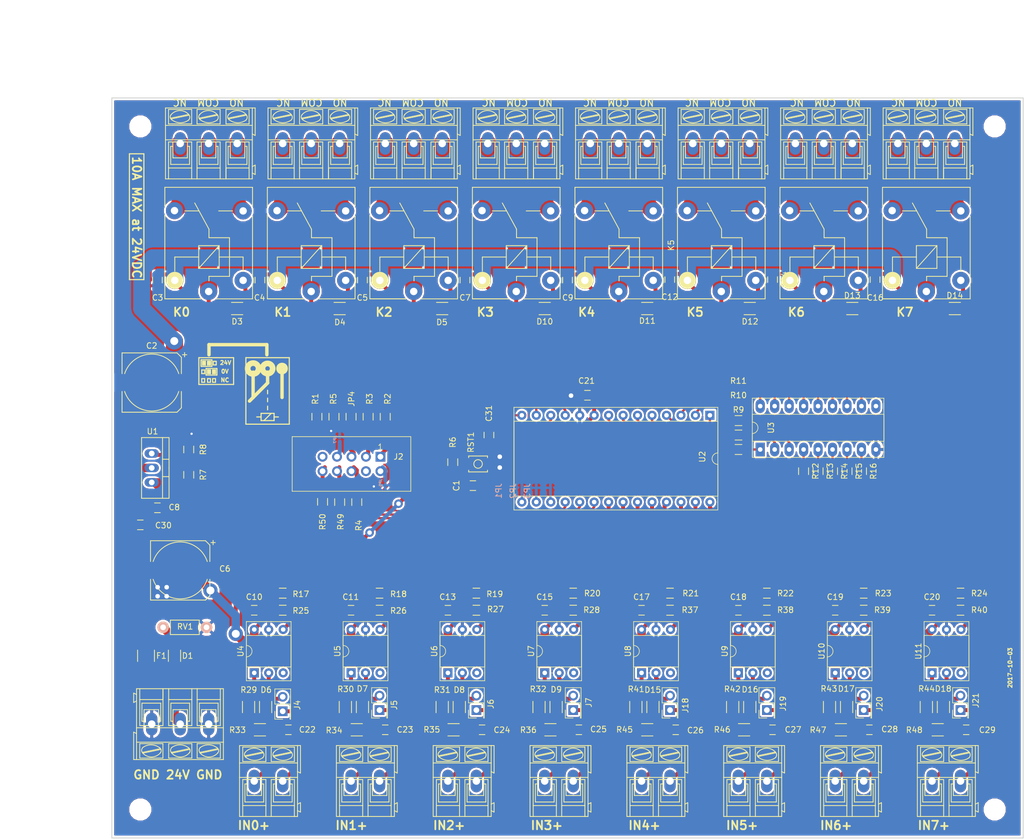
<source format=kicad_pcb>
(kicad_pcb (version 20170123) (host pcbnew "(2017-06-21 revision 54670d678)-makepkg")
  (layers (0 F.Cu signal) (31 B.Cu signal) (34 B.Paste user) (35 F.Paste user) (36 B.SilkS user) (37 F.SilkS user) (38 B.Mask user) (39 F.Mask user) (44 Edge.Cuts user))
  (net 0 "")
  (net 1 /RelCtrl1)
  (net 2 /RL1_NO)
  (net 3 /RL1_NC)
  (net 4 +24V)
  (net 5 /RL1_CM)
  (net 6 /RL8_CM)
  (net 7 /RL8_NC)
  (net 8 /RL8_NO)
  (net 9 /RelCtrl8)
  (net 10 /RelCtrl7)
  (net 11 /RL7_NO)
  (net 12 /RL7_NC)
  (net 13 /RL7_CM)
  (net 14 /RL6_CM)
  (net 15 /RL6_NC)
  (net 16 /RL6_NO)
  (net 17 /RelCtrl6)
  (net 18 /RelCtrl5)
  (net 19 /RL5_NO)
  (net 20 /RL5_NC)
  (net 21 /RL5_CM)
  (net 22 /RL4_CM)
  (net 23 /RL4_NC)
  (net 24 /RL4_NO)
  (net 25 /RelCtrl4)
  (net 26 /RelCtrl3)
  (net 27 /RL3_NO)
  (net 28 /RL3_NC)
  (net 29 /RL3_CM)
  (net 30 /RL2_CM)
  (net 31 /RL2_NC)
  (net 32 /RL2_NO)
  (net 33 /RelCtrl2)
  (net 34 GND)
  (net 35 "Net-(JP1-Pad1)")
  (net 36 "Net-(JP2-Pad1)")
  (net 37 "Net-(JP3-Pad1)")
  (net 38 "Net-(R7-Pad2)")
  (net 39 +3V3)
  (net 40 "Net-(D8-Pad1)")
  (net 41 "Net-(D8-Pad2)")
  (net 42 "Net-(D9-Pad2)")
  (net 43 "Net-(D9-Pad1)")
  (net 44 "Net-(D15-Pad2)")
  (net 45 "Net-(D15-Pad1)")
  (net 46 "Net-(D16-Pad1)")
  (net 47 "Net-(D16-Pad2)")
  (net 48 "Net-(D17-Pad2)")
  (net 49 "Net-(D17-Pad1)")
  (net 50 "Net-(D7-Pad2)")
  (net 51 "Net-(R30-Pad2)")
  (net 52 "Net-(R29-Pad2)")
  (net 53 "Net-(D6-Pad2)")
  (net 54 "Net-(D18-Pad1)")
  (net 55 "Net-(D18-Pad2)")
  (net 56 "Net-(D6-Pad1)")
  (net 57 "Net-(C29-Pad1)")
  (net 58 "Net-(R44-Pad2)")
  (net 59 "Net-(R42-Pad2)")
  (net 60 "Net-(C27-Pad1)")
  (net 61 "Net-(R41-Pad2)")
  (net 62 "Net-(C26-Pad1)")
  (net 63 "Net-(R43-Pad2)")
  (net 64 "Net-(R32-Pad2)")
  (net 65 "Net-(C25-Pad1)")
  (net 66 "Net-(R31-Pad2)")
  (net 67 "Net-(C24-Pad1)")
  (net 68 "Net-(C23-Pad1)")
  (net 69 "Net-(D7-Pad1)")
  (net 70 "Net-(C22-Pad1)")
  (net 71 "Net-(D1-Pad2)")
  (net 72 "Net-(D1-Pad1)")
  (net 73 "Net-(C28-Pad1)")
  (net 74 "Net-(R3-Pad1)")
  (net 75 /MOSI)
  (net 76 "Net-(R10-Pad2)")
  (net 77 /GPB1)
  (net 78 /GPB4)
  (net 79 "Net-(R13-Pad2)")
  (net 80 "Net-(R12-Pad2)")
  (net 81 /GPB3)
  (net 82 /GPB2)
  (net 83 "Net-(R11-Pad2)")
  (net 84 /IN2)
  (net 85 "Net-(R49-Pad1)")
  (net 86 /INTB)
  (net 87 /INTA)
  (net 88 "Net-(R50-Pad1)")
  (net 89 "Net-(R4-Pad1)")
  (net 90 /MISO)
  (net 91 /~CS)
  (net 92 "Net-(C1-Pad1)")
  (net 93 "Net-(R9-Pad2)")
  (net 94 /GPB0)
  (net 95 /GPB7)
  (net 96 "Net-(R16-Pad2)")
  (net 97 /IN3)
  (net 98 /GPB5)
  (net 99 "Net-(R14-Pad2)")
  (net 100 "Net-(R15-Pad2)")
  (net 101 /GPB6)
  (net 102 /IN5)
  (net 103 "Net-(R22-Pad2)")
  (net 104 "Net-(R1-Pad1)")
  (net 105 /IN1)
  (net 106 /IN0)
  (net 107 /IN7)
  (net 108 "Net-(R24-Pad2)")
  (net 109 "Net-(R23-Pad2)")
  (net 110 /IN6)
  (net 111 "Net-(R2-Pad1)")
  (net 112 /SCK)
  (net 113 "Net-(R21-Pad2)")
  (net 114 /IN4)
  (net 115 "Net-(R20-Pad2)")
  (net 116 "Net-(R19-Pad2)")
  (net 117 "Net-(R18-Pad2)")
  (net 118 "Net-(R17-Pad2)")
  (net 119 "Net-(C23-Pad2)")
  (net 120 "Net-(C26-Pad2)")
  (net 121 "Net-(C29-Pad2)")
  (net 122 "Net-(C25-Pad2)")
  (net 123 "Net-(C24-Pad2)")
  (net 124 "Net-(C28-Pad2)")
  (net 125 "Net-(C22-Pad2)")
  (net 126 "Net-(C27-Pad2)")
  (net 127 "Net-(U5-Pad3)")
  (net 128 "Net-(U11-Pad3)")
  (net 129 "Net-(U4-Pad3)")
  (net 130 "Net-(U6-Pad3)")
  (net 131 "Net-(U7-Pad3)")
  (net 132 "Net-(U9-Pad3)")
  (net 133 "Net-(U10-Pad3)")
  (net 134 "Net-(U8-Pad3)")
  (net 135 "Net-(U3-Pad10)")
  (net 136 "Net-(J29-Pad1)")
  (net 137 "Net-(J28-Pad1)")
  (net 138 "Net-(J31-Pad1)")
  (net 139 "Net-(J30-Pad1)")
  (net 140 "Net-(J2-Pad9)")
  (net 141 "Net-(J2-Pad4)")
  (net 142 "Net-(J2-Pad2)")
  (net 143 "Net-(J2-Pad7)")
  (net 144 "Net-(J2-Pad5)")
  (module Buttons_Switches_SMD:SW_SPST_B3U-1000P (layer F.Cu) (at 114.3 114.3 180)
    (fp_text reference RST1 (at 1.27 3.81 270) (layer F.SilkS))
    (fp_text value RST)
    (pad 1 smd rect (at -1.7 0 180) (size 0.9 1.7) (layers F.Cu F.Paste F.Mask) (net 34 GND))
    (pad 2 smd rect (at 1.7 0 180) (size 0.9 1.7) (layers F.Cu F.Paste F.Mask) (net 92 "Net-(C1-Pad1)"))
  )
  (module Connectors:IDC_Header_Straight_10pins (layer F.Cu) (at 97.155 113.03 180)
    (fp_text reference J2 (at -3.175 0 180) (layer F.SilkS))
    (fp_text value rpi3con)
    (fp_text user 1 (at 0.02 1.72 180) (layer F.SilkS) (effects (font (thickness 0.12))))
    (pad 1 thru_hole rect (at 0 0 180) (size 1.7272 1.7272) (drill 1.016) (layers *.Cu *.Mask) (net 112 /SCK))
    (pad 2 thru_hole oval (at 0 -2.54 180) (size 1.7272 1.7272) (drill 1.016) (layers *.Cu *.Mask) (net 142 "Net-(J2-Pad2)"))
    (pad 3 thru_hole oval (at 2.54 0 180) (size 1.7272 1.7272) (drill 1.016) (layers *.Cu *.Mask) (net 75 /MOSI))
    (pad 4 thru_hole oval (at 2.54 -2.54 180) (size 1.7272 1.7272) (drill 1.016) (layers *.Cu *.Mask) (net 141 "Net-(J2-Pad4)"))
    (pad 5 thru_hole oval (at 5.08 0 180) (size 1.7272 1.7272) (drill 1.016) (layers *.Cu *.Mask) (net 144 "Net-(J2-Pad5)"))
    (pad 6 thru_hole oval (at 5.08 -2.54 180) (size 1.7272 1.7272) (drill 1.016) (layers *.Cu *.Mask) (net 90 /MISO))
    (pad 7 thru_hole oval (at 7.62 0 180) (size 1.7272 1.7272) (drill 1.016) (layers *.Cu *.Mask) (net 143 "Net-(J2-Pad7)"))
    (pad 8 thru_hole oval (at 7.62 -2.54 180) (size 1.7272 1.7272) (drill 1.016) (layers *.Cu *.Mask) (net 86 /INTB))
    (pad 9 thru_hole oval (at 10.16 0 180) (size 1.7272 1.7272) (drill 1.016) (layers *.Cu *.Mask) (net 140 "Net-(J2-Pad9)"))
    (pad 10 thru_hole oval (at 10.16 -2.54 180) (size 1.7272 1.7272) (drill 1.016) (layers *.Cu *.Mask) (net 87 /INTA))
  )
  (module Resistors_SMD:R_0805 (layer F.Cu) (at 181.61 115.57 270)
    (fp_text reference R16 (at 0 -2.1 270) (layer F.SilkS))
    (fp_text value 470)
    (pad 2 smd rect (at 0.95 0 270) (size 0.7 1.3) (layers F.Cu F.Paste F.Mask) (net 96 "Net-(R16-Pad2)"))
    (pad 1 smd rect (at -0.95 0 270) (size 0.7 1.3) (layers F.Cu F.Paste F.Mask) (net 95 /GPB7))
  )
  (module Resistors_SMD:R_0805 (layer F.Cu) (at 176.53 115.57 270)
    (fp_text reference R14 (at 0 -2.1 270) (layer F.SilkS))
    (fp_text value 470)
    (pad 2 smd rect (at 0.95 0 270) (size 0.7 1.3) (layers F.Cu F.Paste F.Mask) (net 99 "Net-(R14-Pad2)"))
    (pad 1 smd rect (at -0.95 0 270) (size 0.7 1.3) (layers F.Cu F.Paste F.Mask) (net 98 /GPB5))
  )
  (module Resistors_SMD:R_0805 (layer F.Cu) (at 160.02 111.76 180)
    (fp_text reference R9 (at 0 6.985 180) (layer F.SilkS))
    (fp_text value 470)
    (pad 2 smd rect (at 0.95 0 180) (size 0.7 1.3) (layers F.Cu F.Paste F.Mask) (net 93 "Net-(R9-Pad2)"))
    (pad 1 smd rect (at -0.95 0 180) (size 0.7 1.3) (layers F.Cu F.Paste F.Mask) (net 94 /GPB0))
  )
  (module Resistors_SMD:R_0805 (layer F.Cu) (at 160.02 109.22 180)
    (fp_text reference R10 (at 0 6.985) (layer F.SilkS))
    (fp_text value 470)
    (pad 1 smd rect (at -0.95 0 180) (size 0.7 1.3) (layers F.Cu F.Paste F.Mask) (net 77 /GPB1))
    (pad 2 smd rect (at 0.95 0 180) (size 0.7 1.3) (layers F.Cu F.Paste F.Mask) (net 76 "Net-(R10-Pad2)"))
  )
  (module Resistors_SMD:R_0805 (layer F.Cu) (at 160.02 106.68 180)
    (fp_text reference R11 (at 0 6.985) (layer F.SilkS))
    (fp_text value 470)
    (pad 2 smd rect (at 0.95 0 180) (size 0.7 1.3) (layers F.Cu F.Paste F.Mask) (net 83 "Net-(R11-Pad2)"))
    (pad 1 smd rect (at -0.95 0 180) (size 0.7 1.3) (layers F.Cu F.Paste F.Mask) (net 82 /GPB2))
  )
  (module Resistors_SMD:R_0805 (layer F.Cu) (at 179.07 115.57 270)
    (fp_text reference R15 (at 0 -2.1 270) (layer F.SilkS))
    (fp_text value 470)
    (pad 1 smd rect (at -0.95 0 270) (size 0.7 1.3) (layers F.Cu F.Paste F.Mask) (net 101 /GPB6))
    (pad 2 smd rect (at 0.95 0 270) (size 0.7 1.3) (layers F.Cu F.Paste F.Mask) (net 100 "Net-(R15-Pad2)"))
  )
  (module Resistors_SMD:R_0805 (layer F.Cu) (at 171.45 115.57 270)
    (fp_text reference R12 (at 0 -2.1 270) (layer F.SilkS))
    (fp_text value 470)
    (pad 1 smd rect (at -0.95 0 270) (size 0.7 1.3) (layers F.Cu F.Paste F.Mask) (net 81 /GPB3))
    (pad 2 smd rect (at 0.95 0 270) (size 0.7 1.3) (layers F.Cu F.Paste F.Mask) (net 80 "Net-(R12-Pad2)"))
  )
  (module Resistors_SMD:R_0805 (layer F.Cu) (at 92 106 270)
    (fp_text reference JP4 (at -3.13 -0.075 270) (layer F.SilkS))
    (fp_text value ~CSEN)
    (pad 2 smd rect (at 0.95 0 270) (size 0.7 1.3) (layers F.Cu F.Paste F.Mask) (net 144 "Net-(J2-Pad5)"))
    (pad 1 smd rect (at -0.95 0 270) (size 0.7 1.3) (layers F.Cu F.Paste F.Mask) (net 91 /~CS))
  )
  (module Resistors_SMD:R_0805 (layer F.Cu) (at 173.99 115.57 270)
    (fp_text reference R13 (at 0 -2.1 270) (layer F.SilkS))
    (fp_text value 470)
    (pad 1 smd rect (at -0.95 0 270) (size 0.7 1.3) (layers F.Cu F.Paste F.Mask) (net 78 /GPB4))
    (pad 2 smd rect (at 0.95 0 270) (size 0.7 1.3) (layers F.Cu F.Paste F.Mask) (net 79 "Net-(R13-Pad2)"))
  )
  (module Capacitors_SMD:C_0805 (layer F.Cu) (at 116.205 109.22 270)
    (fp_text reference C31 (at -3.81 0 270) (layer F.SilkS))
    (fp_text value 100n)
    (pad 1 smd rect (at -1 0 270) (size 1 1.25) (layers F.Cu F.Paste F.Mask) (net 39 +3V3))
    (pad 2 smd rect (at 1 0 270) (size 1 1.25) (layers F.Cu F.Paste F.Mask) (net 34 GND))
  )
  (module Capacitors_SMD:C_0805 (layer F.Cu) (at 55 125)
    (fp_text reference C30 (at 4.055 0.095) (layer F.SilkS))
    (fp_text value 100n)
    (pad 1 smd rect (at -1 0) (size 1 1.25) (layers F.Cu F.Paste F.Mask) (net 4 +24V))
    (pad 2 smd rect (at 1 0) (size 1 1.25) (layers F.Cu F.Paste F.Mask) (net 34 GND))
  )
  (module Mounting_Holes:MountingHole_3.2mm_M3_ISO14580 (layer F.Cu) (at 55 55)
    (fp_text reference J30 hide)
    (fp_text value MountingHole hide)
    (pad 1 np_thru_hole circle (at 0 0) (size 3.2 3.2) (drill 3.2) (layers *.Cu *.Mask) (net 139 "Net-(J30-Pad1)"))
  )
  (module Mounting_Holes:MountingHole_3.2mm_M3_ISO14580 (layer F.Cu) (at 55 175)
    (fp_text reference J31 hide)
    (fp_text value MountingHole hide)
    (pad 1 np_thru_hole circle (at 0 0) (size 3.2 3.2) (drill 3.2) (layers *.Cu *.Mask) (net 138 "Net-(J31-Pad1)"))
  )
  (module Mounting_Holes:MountingHole_3.2mm_M3_ISO14580 (layer F.Cu) (at 205 55)
    (fp_text reference J28 hide)
    (fp_text value MountingHole hide)
    (pad 1 np_thru_hole circle (at 0 0) (size 3.2 3.2) (drill 3.2) (layers *.Cu *.Mask) (net 137 "Net-(J28-Pad1)"))
  )
  (module Mounting_Holes:MountingHole_3.2mm_M3_ISO14580 (layer F.Cu) (at 205 175)
    (fp_text reference J29 hide)
    (fp_text value MountingHole hide)
    (pad 1 np_thru_hole circle (at 0 0) (size 3.2 3.2) (drill 3.2) (layers *.Cu *.Mask) (net 136 "Net-(J29-Pad1)"))
  )
  (module Housings_DIP:DIP-28_W15.24mm_Socket (layer F.Cu) (at 155 105.75 270)
    (fp_text reference U2 (at 7.28 1.33 270) (layer F.SilkS))
    (fp_text value MCP23S17)
    (pad 1 thru_hole rect (at 0 0 270) (size 1.6 1.6) (drill 0.8) (layers *.Cu *.Mask) (net 93 "Net-(R9-Pad2)"))
    (pad 15 thru_hole oval (at 15.24 33.02 270) (size 1.6 1.6) (drill 0.8) (layers *.Cu *.Mask) (net 35 "Net-(JP1-Pad1)"))
    (pad 2 thru_hole oval (at 0 2.54 270) (size 1.6 1.6) (drill 0.8) (layers *.Cu *.Mask) (net 76 "Net-(R10-Pad2)"))
    (pad 16 thru_hole oval (at 15.24 30.48 270) (size 1.6 1.6) (drill 0.8) (layers *.Cu *.Mask) (net 36 "Net-(JP2-Pad1)"))
    (pad 3 thru_hole oval (at 0 5.08 270) (size 1.6 1.6) (drill 0.8) (layers *.Cu *.Mask) (net 83 "Net-(R11-Pad2)"))
    (pad 17 thru_hole oval (at 15.24 27.94 270) (size 1.6 1.6) (drill 0.8) (layers *.Cu *.Mask) (net 37 "Net-(JP3-Pad1)"))
    (pad 4 thru_hole oval (at 0 7.62 270) (size 1.6 1.6) (drill 0.8) (layers *.Cu *.Mask) (net 80 "Net-(R12-Pad2)"))
    (pad 18 thru_hole oval (at 15.24 25.4 270) (size 1.6 1.6) (drill 0.8) (layers *.Cu *.Mask) (net 92 "Net-(C1-Pad1)"))
    (pad 5 thru_hole oval (at 0 10.16 270) (size 1.6 1.6) (drill 0.8) (layers *.Cu *.Mask) (net 79 "Net-(R13-Pad2)"))
    (pad 19 thru_hole oval (at 15.24 22.86 270) (size 1.6 1.6) (drill 0.8) (layers *.Cu *.Mask) (net 85 "Net-(R49-Pad1)"))
    (pad 6 thru_hole oval (at 0 12.7 270) (size 1.6 1.6) (drill 0.8) (layers *.Cu *.Mask) (net 99 "Net-(R14-Pad2)"))
    (pad 20 thru_hole oval (at 15.24 20.32 270) (size 1.6 1.6) (drill 0.8) (layers *.Cu *.Mask) (net 88 "Net-(R50-Pad1)"))
    (pad 7 thru_hole oval (at 0 15.24 270) (size 1.6 1.6) (drill 0.8) (layers *.Cu *.Mask) (net 100 "Net-(R15-Pad2)"))
    (pad 21 thru_hole oval (at 15.24 17.78 270) (size 1.6 1.6) (drill 0.8) (layers *.Cu *.Mask) (net 118 "Net-(R17-Pad2)"))
    (pad 8 thru_hole oval (at 0 17.78 270) (size 1.6 1.6) (drill 0.8) (layers *.Cu *.Mask) (net 96 "Net-(R16-Pad2)"))
    (pad 22 thru_hole oval (at 15.24 15.24 270) (size 1.6 1.6) (drill 0.8) (layers *.Cu *.Mask) (net 117 "Net-(R18-Pad2)"))
    (pad 9 thru_hole oval (at 0 20.32 270) (size 1.6 1.6) (drill 0.8) (layers *.Cu *.Mask) (net 39 +3V3))
    (pad 23 thru_hole oval (at 15.24 12.7 270) (size 1.6 1.6) (drill 0.8) (layers *.Cu *.Mask) (net 116 "Net-(R19-Pad2)"))
    (pad 10 thru_hole oval (at 0 22.86 270) (size 1.6 1.6) (drill 0.8) (layers *.Cu *.Mask) (net 34 GND))
    (pad 24 thru_hole oval (at 15.24 10.16 270) (size 1.6 1.6) (drill 0.8) (layers *.Cu *.Mask) (net 115 "Net-(R20-Pad2)"))
    (pad 11 thru_hole oval (at 0 25.4 270) (size 1.6 1.6) (drill 0.8) (layers *.Cu *.Mask) (net 104 "Net-(R1-Pad1)"))
    (pad 25 thru_hole oval (at 15.24 7.62 270) (size 1.6 1.6) (drill 0.8) (layers *.Cu *.Mask) (net 113 "Net-(R21-Pad2)"))
    (pad 12 thru_hole oval (at 0 27.94 270) (size 1.6 1.6) (drill 0.8) (layers *.Cu *.Mask) (net 111 "Net-(R2-Pad1)"))
    (pad 26 thru_hole oval (at 15.24 5.08 270) (size 1.6 1.6) (drill 0.8) (layers *.Cu *.Mask) (net 103 "Net-(R22-Pad2)"))
    (pad 13 thru_hole oval (at 0 30.48 270) (size 1.6 1.6) (drill 0.8) (layers *.Cu *.Mask) (net 74 "Net-(R3-Pad1)"))
    (pad 27 thru_hole oval (at 15.24 2.54 270) (size 1.6 1.6) (drill 0.8) (layers *.Cu *.Mask) (net 109 "Net-(R23-Pad2)"))
    (pad 14 thru_hole oval (at 0 33.02 270) (size 1.6 1.6) (drill 0.8) (layers *.Cu *.Mask) (net 89 "Net-(R4-Pad1)"))
    (pad 28 thru_hole oval (at 15.24 0 270) (size 1.6 1.6) (drill 0.8) (layers *.Cu *.Mask) (net 108 "Net-(R24-Pad2)"))
  )
  (module Resistors_SMD:R_1210 (layer F.Cu) (at 56 148 270)
    (fp_text reference F1 (at 0 -2.7 180) (layer F.SilkS))
    (fp_text value wiringPiNodeStruct)
    (pad 2 smd rect (at 1.45 0 270) (size 0.9 2.5) (layers F.Cu F.Paste F.Mask) (net 72 "Net-(D1-Pad1)"))
    (pad 1 smd rect (at -1.45 0 270) (size 0.9 2.5) (layers F.Cu F.Paste F.Mask) (net 4 +24V))
  )
  (module Resistors_THT:Resistor_Horizontal_RM7mm (layer F.Cu) (at 59 143)
    (fp_text reference RV1 (at 3.865 -0.125) (layer F.SilkS))
    (fp_text value " SR101K05D")
    (pad 2 thru_hole circle (at 7.62 0) (size 1.99898 1.99898) (drill 1.00076) (layers *.Cu *.SilkS *.Mask) (net 34 GND))
    (pad 1 thru_hole circle (at 0 0) (size 1.99898 1.99898) (drill 1.00076) (layers *.Cu *.SilkS *.Mask) (net 72 "Net-(D1-Pad1)"))
  )
  (module Capacitors_SMD:C_0805 (layer F.Cu) (at 183 161)
    (fp_text reference C28 (at 3.563 -0.091) (layer F.SilkS))
    (fp_text value 100n)
    (pad 1 smd rect (at -1 0) (size 1 1.25) (layers F.Cu F.Paste F.Mask) (net 73 "Net-(C28-Pad1)"))
    (pad 2 smd rect (at 1 0) (size 1 1.25) (layers F.Cu F.Paste F.Mask) (net 124 "Net-(C28-Pad2)"))
  )
  (module Capacitors_SMD:C_0805 (layer F.Cu) (at 149 161)
    (fp_text reference C26 (at 3.4635 0.0995) (layer F.SilkS))
    (fp_text value 100n)
    (pad 2 smd rect (at 1 0) (size 1 1.25) (layers F.Cu F.Paste F.Mask) (net 120 "Net-(C26-Pad2)"))
    (pad 1 smd rect (at -1 0) (size 1 1.25) (layers F.Cu F.Paste F.Mask) (net 62 "Net-(C26-Pad1)"))
  )
  (module Capacitors_SMD:C_0805 (layer F.Cu) (at 132 161)
    (fp_text reference C25 (at 3.4455 -0.091) (layer F.SilkS))
    (fp_text value 100n)
    (pad 1 smd rect (at -1 0) (size 1 1.25) (layers F.Cu F.Paste F.Mask) (net 65 "Net-(C25-Pad1)"))
    (pad 2 smd rect (at 1 0) (size 1 1.25) (layers F.Cu F.Paste F.Mask) (net 122 "Net-(C25-Pad2)"))
  )
  (module Capacitors_SMD:C_0805 (layer F.Cu) (at 115 161)
    (fp_text reference C24 (at 3.491 0.036) (layer F.SilkS))
    (fp_text value 100n)
    (pad 2 smd rect (at 1 0) (size 1 1.25) (layers F.Cu F.Paste F.Mask) (net 123 "Net-(C24-Pad2)"))
    (pad 1 smd rect (at -1 0) (size 1 1.25) (layers F.Cu F.Paste F.Mask) (net 67 "Net-(C24-Pad1)"))
  )
  (module Capacitors_SMD:C_0805 (layer F.Cu) (at 98 161)
    (fp_text reference C23 (at 3.473 -0.0275) (layer F.SilkS))
    (fp_text value 100n)
    (pad 1 smd rect (at -1 0) (size 1 1.25) (layers F.Cu F.Paste F.Mask) (net 68 "Net-(C23-Pad1)"))
    (pad 2 smd rect (at 1 0) (size 1 1.25) (layers F.Cu F.Paste F.Mask) (net 119 "Net-(C23-Pad2)"))
  )
  (module Capacitors_SMD:C_0805 (layer F.Cu) (at 133.5 102.235 180)
    (fp_text reference C21 (at 0.15 2.54 180) (layer F.SilkS))
    (fp_text value 100n)
    (pad 2 smd rect (at 1 0 180) (size 1 1.25) (layers F.Cu F.Paste F.Mask) (net 34 GND))
    (pad 1 smd rect (at -1 0 180) (size 1 1.25) (layers F.Cu F.Paste F.Mask) (net 39 +3V3))
  )
  (module Capacitors_SMD:C_0805 (layer F.Cu) (at 194 140 180)
    (fp_text reference C20 (at 0 2.332 180) (layer F.SilkS))
    (fp_text value 100n)
    (pad 1 smd rect (at -1 0 180) (size 1 1.25) (layers F.Cu F.Paste F.Mask) (net 39 +3V3))
    (pad 2 smd rect (at 1 0 180) (size 1 1.25) (layers F.Cu F.Paste F.Mask) (net 34 GND))
  )
  (module Capacitors_SMD:C_0805 (layer F.Cu) (at 177 140 180)
    (fp_text reference C19 (at 0 2.332 180) (layer F.SilkS))
    (fp_text value 100n)
    (pad 2 smd rect (at 1 0 180) (size 1 1.25) (layers F.Cu F.Paste F.Mask) (net 34 GND))
    (pad 1 smd rect (at -1 0 180) (size 1 1.25) (layers F.Cu F.Paste F.Mask) (net 39 +3V3))
  )
  (module Capacitors_SMD:C_0805 (layer F.Cu) (at 160 140 180)
    (fp_text reference C18 (at 0 2.332 180) (layer F.SilkS))
    (fp_text value 100n)
    (pad 1 smd rect (at -1 0 180) (size 1 1.25) (layers F.Cu F.Paste F.Mask) (net 39 +3V3))
    (pad 2 smd rect (at 1 0 180) (size 1 1.25) (layers F.Cu F.Paste F.Mask) (net 34 GND))
  )
  (module Capacitors_SMD:C_0805 (layer F.Cu) (at 143 140 180)
    (fp_text reference C17 (at 0 2.332 180) (layer F.SilkS))
    (fp_text value 100n)
    (pad 2 smd rect (at 1 0 180) (size 1 1.25) (layers F.Cu F.Paste F.Mask) (net 34 GND))
    (pad 1 smd rect (at -1 0 180) (size 1 1.25) (layers F.Cu F.Paste F.Mask) (net 39 +3V3))
  )
  (module Capacitors_SMD:C_0805 (layer F.Cu) (at 126 140 180)
    (fp_text reference C15 (at 0.016 2.332 180) (layer F.SilkS))
    (fp_text value 100n)
    (pad 1 smd rect (at -1 0 180) (size 1 1.25) (layers F.Cu F.Paste F.Mask) (net 39 +3V3))
    (pad 2 smd rect (at 1 0 180) (size 1 1.25) (layers F.Cu F.Paste F.Mask) (net 34 GND))
  )
  (module Capacitors_SMD:C_0805 (layer F.Cu) (at 75 140 180)
    (fp_text reference C10 (at 0 2.332 180) (layer F.SilkS))
    (fp_text value 100n)
    (pad 2 smd rect (at 1 0 180) (size 1 1.25) (layers F.Cu F.Paste F.Mask) (net 34 GND))
    (pad 1 smd rect (at -1 0 180) (size 1 1.25) (layers F.Cu F.Paste F.Mask) (net 39 +3V3))
  )
  (module Capacitors_SMD:C_0805 (layer F.Cu) (at 166 161)
    (fp_text reference C27 (at 3.6085 -0.0275) (layer F.SilkS))
    (fp_text value 100n)
    (pad 1 smd rect (at -1 0) (size 1 1.25) (layers F.Cu F.Paste F.Mask) (net 60 "Net-(C27-Pad1)"))
    (pad 2 smd rect (at 1 0) (size 1 1.25) (layers F.Cu F.Paste F.Mask) (net 126 "Net-(C27-Pad2)"))
  )
  (module Capacitors_SMD:C_0805 (layer F.Cu) (at 184 81.915 270)
    (fp_text reference C16 (at 3.175 -0.023) (layer F.SilkS))
    (fp_text value 100n)
    (pad 2 smd rect (at 1 0 270) (size 1 1.25) (layers F.Cu F.Paste F.Mask) (net 34 GND))
    (pad 1 smd rect (at -1 0 270) (size 1 1.25) (layers F.Cu F.Paste F.Mask) (net 4 +24V))
  )
  (module Capacitors_SMD:C_0805 (layer F.Cu) (at 76 82 270)
    (fp_text reference C4 (at 3.09 0.054) (layer F.SilkS))
    (fp_text value 100n)
    (pad 1 smd rect (at -1 0 270) (size 1 1.25) (layers F.Cu F.Paste F.Mask) (net 4 +24V))
    (pad 2 smd rect (at 1 0 270) (size 1 1.25) (layers F.Cu F.Paste F.Mask) (net 34 GND))
  )
  (module Capacitors_SMD:C_0805 (layer F.Cu) (at 94 82 270)
    (fp_text reference C5 (at 3.09 0.02) (layer F.SilkS))
    (fp_text value 100n)
    (pad 2 smd rect (at 1 0 270) (size 1 1.25) (layers F.Cu F.Paste F.Mask) (net 34 GND))
    (pad 1 smd rect (at -1 0 270) (size 1 1.25) (layers F.Cu F.Paste F.Mask) (net 4 +24V))
  )
  (module Capacitors_SMD:C_0805 (layer F.Cu) (at 58 82 270)
    (fp_text reference C3 (at 3.09 -0.039) (layer F.SilkS))
    (fp_text value 100n)
    (pad 1 smd rect (at -1 0 270) (size 1 1.25) (layers F.Cu F.Paste F.Mask) (net 4 +24V))
    (pad 2 smd rect (at 1 0 270) (size 1 1.25) (layers F.Cu F.Paste F.Mask) (net 34 GND))
  )
  (module Capacitors_SMD:C_0805 (layer F.Cu) (at 112 82 270)
    (fp_text reference C7 (at 3.09 -0.014) (layer F.SilkS))
    (fp_text value 100n)
    (pad 2 smd rect (at 1 0 270) (size 1 1.25) (layers F.Cu F.Paste F.Mask) (net 34 GND))
    (pad 1 smd rect (at -1 0 270) (size 1 1.25) (layers F.Cu F.Paste F.Mask) (net 4 +24V))
  )
  (module Capacitors_SMD:C_0805 (layer F.Cu) (at 58 122 180)
    (fp_text reference C8 (at -2.96 0.08 180) (layer F.SilkS))
    (fp_text value 100n)
    (pad 2 smd rect (at 1 0 180) (size 1 1.25) (layers F.Cu F.Paste F.Mask) (net 34 GND))
    (pad 1 smd rect (at -1 0 180) (size 1 1.25) (layers F.Cu F.Paste F.Mask) (net 39 +3V3))
  )
  (module Capacitors_SMD:C_0805 (layer F.Cu) (at 113.395 118.11)
    (fp_text reference C1 (at -2.905 0 90) (layer F.SilkS))
    (fp_text value 100n)
    (pad 2 smd rect (at 1 0) (size 1 1.25) (layers F.Cu F.Paste F.Mask) (net 34 GND))
    (pad 1 smd rect (at -1 0) (size 1 1.25) (layers F.Cu F.Paste F.Mask) (net 92 "Net-(C1-Pad1)"))
  )
  (module Capacitors_SMD:C_0805 (layer F.Cu) (at 130 82 270)
    (fp_text reference C9 (at 3.09 -0.048) (layer F.SilkS))
    (fp_text value 100n)
    (pad 1 smd rect (at -1 0 270) (size 1 1.25) (layers F.Cu F.Paste F.Mask) (net 4 +24V))
    (pad 2 smd rect (at 1 0 270) (size 1 1.25) (layers F.Cu F.Paste F.Mask) (net 34 GND))
  )
  (module Capacitors_SMD:C_0805 (layer F.Cu) (at 92 140 180)
    (fp_text reference C11 (at 0.052 2.332 180) (layer F.SilkS))
    (fp_text value 100n)
    (pad 2 smd rect (at 1 0 180) (size 1 1.25) (layers F.Cu F.Paste F.Mask) (net 34 GND))
    (pad 1 smd rect (at -1 0 180) (size 1 1.25) (layers F.Cu F.Paste F.Mask) (net 39 +3V3))
  )
  (module Capacitors_SMD:C_0805 (layer F.Cu) (at 147.955 81.915 270)
    (fp_text reference C12 (at 3.048 0) (layer F.SilkS))
    (fp_text value 100n)
    (pad 1 smd rect (at -1 0 270) (size 1 1.25) (layers F.Cu F.Paste F.Mask) (net 4 +24V))
    (pad 2 smd rect (at 1 0 270) (size 1 1.25) (layers F.Cu F.Paste F.Mask) (net 34 GND))
  )
  (module Capacitors_SMD:C_0805 (layer F.Cu) (at 109 140 180)
    (fp_text reference C13 (at 0.034 2.332 180) (layer F.SilkS))
    (fp_text value 100n)
    (pad 2 smd rect (at 1 0 180) (size 1 1.25) (layers F.Cu F.Paste F.Mask) (net 34 GND))
    (pad 1 smd rect (at -1 0 180) (size 1 1.25) (layers F.Cu F.Paste F.Mask) (net 39 +3V3))
  )
  (module Capacitors_SMD:C_0805 (layer F.Cu) (at 166 81.915 270)
    (fp_text reference C14 (at 0 -2.1 270) (layer F.SilkS))
    (fp_text value 100n)
    (pad 1 smd rect (at -1 0 270) (size 1 1.25) (layers F.Cu F.Paste F.Mask) (net 4 +24V))
    (pad 2 smd rect (at 1 0 270) (size 1 1.25) (layers F.Cu F.Paste F.Mask) (net 34 GND))
  )
  (module Capacitors_SMD:C_0805 (layer F.Cu) (at 200 161)
    (fp_text reference C29 (at 3.708 0.036) (layer F.SilkS))
    (fp_text value 100n)
    (pad 2 smd rect (at 1 0) (size 1 1.25) (layers F.Cu F.Paste F.Mask) (net 121 "Net-(C29-Pad2)"))
    (pad 1 smd rect (at -1 0) (size 1 1.25) (layers F.Cu F.Paste F.Mask) (net 57 "Net-(C29-Pad1)"))
  )
  (module Capacitors_SMD:C_0805 (layer F.Cu) (at 81 161)
    (fp_text reference C22 (at 3.328 -0.0275) (layer F.SilkS))
    (fp_text value 100n)
    (pad 1 smd rect (at -1 0) (size 1 1.25) (layers F.Cu F.Paste F.Mask) (net 70 "Net-(C22-Pad1)"))
    (pad 2 smd rect (at 1 0) (size 1 1.25) (layers F.Cu F.Paste F.Mask) (net 125 "Net-(C22-Pad2)"))
  )
  (module Capacitors_SMD:c_elec_10x10.5 (layer F.Cu) (at 57 100 180)
    (fp_text reference C2 (at 0 6.4643 180) (layer F.SilkS))
    (fp_text value " EEEFK1J101P")
    (fp_text user + (at -5.7785 4.9657 180) (layer F.SilkS))
    (pad 1 smd rect (at -4 0) (size 4 2.5) (layers F.Cu F.Paste F.Mask) (net 4 +24V))
    (pad 2 smd rect (at 4 0) (size 4 2.5) (layers F.Cu F.Paste F.Mask) (net 34 GND))
  )
  (module Capacitors_SMD:c_elec_10x10.5 (layer F.Cu) (at 62 133 180)
    (fp_text reference C6 (at -7.85 0.285 180) (layer F.SilkS))
    (fp_text value " EEEFK1J101P")
    (fp_text user + (at -5.7785 4.9657 180) (layer F.SilkS))
    (pad 2 smd rect (at 4 0) (size 4 2.5) (layers F.Cu F.Paste F.Mask) (net 34 GND))
    (pad 1 smd rect (at -4 0) (size 4 2.5) (layers F.Cu F.Paste F.Mask) (net 39 +3V3))
  )
  (module Connectors:AK300-2 (layer F.Cu) (at 75 170)
    (fp_text reference J11 hide)
    (fp_text value IN0)
    (pad 1 thru_hole oval (at 0 0) (size 1.9812 3.9624) (drill 1.3208) (layers *.Cu F.Paste F.Mask) (net 70 "Net-(C22-Pad1)"))
    (pad 2 thru_hole oval (at 5 0) (size 1.9812 3.9624) (drill 1.3208) (layers *.Cu F.Paste F.Mask) (net 125 "Net-(C22-Pad2)"))
  )
  (module Connectors:AK300-2 (layer F.Cu) (at 177 170)
    (fp_text reference J24 hide)
    (fp_text value IN6)
    (pad 2 thru_hole oval (at 5 0) (size 1.9812 3.9624) (drill 1.3208) (layers *.Cu F.Paste F.Mask) (net 124 "Net-(C28-Pad2)"))
    (pad 1 thru_hole oval (at 0 0) (size 1.9812 3.9624) (drill 1.3208) (layers *.Cu F.Paste F.Mask) (net 73 "Net-(C28-Pad1)"))
  )
  (module Connectors:AK300-2 (layer F.Cu) (at 160 170)
    (fp_text reference J23 hide)
    (fp_text value IN5)
    (pad 1 thru_hole oval (at 0 0) (size 1.9812 3.9624) (drill 1.3208) (layers *.Cu F.Paste F.Mask) (net 60 "Net-(C27-Pad1)"))
    (pad 2 thru_hole oval (at 5 0) (size 1.9812 3.9624) (drill 1.3208) (layers *.Cu F.Paste F.Mask) (net 126 "Net-(C27-Pad2)"))
  )
  (module Connectors:AK300-2 (layer F.Cu) (at 194 170)
    (fp_text reference J25 hide)
    (fp_text value IN7)
    (pad 2 thru_hole oval (at 5 0) (size 1.9812 3.9624) (drill 1.3208) (layers *.Cu F.Paste F.Mask) (net 121 "Net-(C29-Pad2)"))
    (pad 1 thru_hole oval (at 0 0) (size 1.9812 3.9624) (drill 1.3208) (layers *.Cu F.Paste F.Mask) (net 57 "Net-(C29-Pad1)"))
  )
  (module Connectors:AK300-2 (layer F.Cu) (at 143 170)
    (fp_text reference J22 hide)
    (fp_text value IN4)
    (pad 1 thru_hole oval (at 0 0) (size 1.9812 3.9624) (drill 1.3208) (layers *.Cu F.Paste F.Mask) (net 62 "Net-(C26-Pad1)"))
    (pad 2 thru_hole oval (at 5 0) (size 1.9812 3.9624) (drill 1.3208) (layers *.Cu F.Paste F.Mask) (net 120 "Net-(C26-Pad2)"))
  )
  (module Connectors:AK300-2 (layer F.Cu) (at 126 170)
    (fp_text reference J14 hide)
    (fp_text value IN3)
    (pad 2 thru_hole oval (at 5 0) (size 1.9812 3.9624) (drill 1.3208) (layers *.Cu F.Paste F.Mask) (net 122 "Net-(C25-Pad2)"))
    (pad 1 thru_hole oval (at 0 0) (size 1.9812 3.9624) (drill 1.3208) (layers *.Cu F.Paste F.Mask) (net 65 "Net-(C25-Pad1)"))
  )
  (module Connectors:AK300-2 (layer F.Cu) (at 109 170)
    (fp_text reference J13 hide)
    (fp_text value IN2)
    (pad 1 thru_hole oval (at 0 0) (size 1.9812 3.9624) (drill 1.3208) (layers *.Cu F.Paste F.Mask) (net 67 "Net-(C24-Pad1)"))
    (pad 2 thru_hole oval (at 5 0) (size 1.9812 3.9624) (drill 1.3208) (layers *.Cu F.Paste F.Mask) (net 123 "Net-(C24-Pad2)"))
  )
  (module Connectors:AK300-2 (layer F.Cu) (at 92 170)
    (fp_text reference J12 hide)
    (fp_text value IN1)
    (pad 2 thru_hole oval (at 5 0) (size 1.9812 3.9624) (drill 1.3208) (layers *.Cu F.Paste F.Mask) (net 119 "Net-(C23-Pad2)"))
    (pad 1 thru_hole oval (at 0 0) (size 1.9812 3.9624) (drill 1.3208) (layers *.Cu F.Paste F.Mask) (net 68 "Net-(C23-Pad1)"))
  )
  (module Connectors:AK300-3 (layer F.Cu) (at 116 58)
    (fp_text reference J17 hide)
    (fp_text value ARK3)
    (pad 1 thru_hole oval (at 0 0) (size 1.9812 3.9624) (drill 1.3208) (layers *.Cu F.Paste F.Mask) (net 23 /RL4_NC))
    (pad 2 thru_hole oval (at 5 0) (size 1.9812 3.9624) (drill 1.3208) (layers *.Cu F.Paste F.Mask) (net 22 /RL4_CM))
    (pad 3 thru_hole oval (at 10 0) (size 1.9812 3.9624) (drill 1.3208) (layers *.Cu F.Paste F.Mask) (net 24 /RL4_NO))
  )
  (module Connectors:AK300-3 (layer F.Cu) (at 98 58)
    (fp_text reference J10 hide)
    (fp_text value ARK3)
    (pad 3 thru_hole oval (at 10 0) (size 1.9812 3.9624) (drill 1.3208) (layers *.Cu F.Paste F.Mask) (net 27 /RL3_NO))
    (pad 2 thru_hole oval (at 5 0) (size 1.9812 3.9624) (drill 1.3208) (layers *.Cu F.Paste F.Mask) (net 29 /RL3_CM))
    (pad 1 thru_hole oval (at 0 0) (size 1.9812 3.9624) (drill 1.3208) (layers *.Cu F.Paste F.Mask) (net 28 /RL3_NC))
  )
  (module Connectors:AK300-3 (layer F.Cu) (at 80 58)
    (fp_text reference J9 hide)
    (fp_text value ARK3)
    (pad 1 thru_hole oval (at 0 0) (size 1.9812 3.9624) (drill 1.3208) (layers *.Cu F.Paste F.Mask) (net 31 /RL2_NC))
    (pad 2 thru_hole oval (at 5 0) (size 1.9812 3.9624) (drill 1.3208) (layers *.Cu F.Paste F.Mask) (net 30 /RL2_CM))
    (pad 3 thru_hole oval (at 10 0) (size 1.9812 3.9624) (drill 1.3208) (layers *.Cu F.Paste F.Mask) (net 32 /RL2_NO))
  )
  (module Connectors:AK300-3 (layer F.Cu) (at 62 58)
    (fp_text reference J8 hide)
    (fp_text value ARK3)
    (pad 3 thru_hole oval (at 10 0) (size 1.9812 3.9624) (drill 1.3208) (layers *.Cu F.Paste F.Mask) (net 2 /RL1_NO))
    (pad 2 thru_hole oval (at 5 0) (size 1.9812 3.9624) (drill 1.3208) (layers *.Cu F.Paste F.Mask) (net 5 /RL1_CM))
    (pad 1 thru_hole oval (at 0 0) (size 1.9812 3.9624) (drill 1.3208) (layers *.Cu F.Paste F.Mask) (net 3 /RL1_NC))
  )
  (module Connectors:AK300-3 (layer F.Cu) (at 134 58)
    (fp_text reference J15 hide)
    (fp_text value ARK3)
    (pad 1 thru_hole oval (at 0 0) (size 1.9812 3.9624) (drill 1.3208) (layers *.Cu F.Paste F.Mask) (net 20 /RL5_NC))
    (pad 2 thru_hole oval (at 5 0) (size 1.9812 3.9624) (drill 1.3208) (layers *.Cu F.Paste F.Mask) (net 21 /RL5_CM))
    (pad 3 thru_hole oval (at 10 0) (size 1.9812 3.9624) (drill 1.3208) (layers *.Cu F.Paste F.Mask) (net 19 /RL5_NO))
  )
  (module Connectors:AK300-3 (layer F.Cu) (at 188 58)
    (fp_text reference J27 hide)
    (fp_text value ARK3)
    (pad 3 thru_hole oval (at 10 0) (size 1.9812 3.9624) (drill 1.3208) (layers *.Cu F.Paste F.Mask) (net 8 /RL8_NO))
    (pad 2 thru_hole oval (at 5 0) (size 1.9812 3.9624) (drill 1.3208) (layers *.Cu F.Paste F.Mask) (net 6 /RL8_CM))
    (pad 1 thru_hole oval (at 0 0) (size 1.9812 3.9624) (drill 1.3208) (layers *.Cu F.Paste F.Mask) (net 7 /RL8_NC))
  )
  (module Connectors:AK300-3 (layer F.Cu) (at 67 160 180)
    (fp_text reference J1 hide)
    (fp_text value ARK3)
    (pad 3 thru_hole oval (at 10 0 180) (size 1.9812 3.9624) (drill 1.3208) (layers *.Cu F.Paste F.Mask) (net 34 GND))
    (pad 2 thru_hole oval (at 5 0 180) (size 1.9812 3.9624) (drill 1.3208) (layers *.Cu F.Paste F.Mask) (net 71 "Net-(D1-Pad2)"))
    (pad 1 thru_hole oval (at 0 0 180) (size 1.9812 3.9624) (drill 1.3208) (layers *.Cu F.Paste F.Mask) (net 34 GND))
  )
  (module Connectors:AK300-3 (layer F.Cu) (at 170 58)
    (fp_text reference J26 hide)
    (fp_text value ARK3)
    (pad 3 thru_hole oval (at 10 0) (size 1.9812 3.9624) (drill 1.3208) (layers *.Cu F.Paste F.Mask) (net 11 /RL7_NO))
    (pad 2 thru_hole oval (at 5 0) (size 1.9812 3.9624) (drill 1.3208) (layers *.Cu F.Paste F.Mask) (net 13 /RL7_CM))
    (pad 1 thru_hole oval (at 0 0) (size 1.9812 3.9624) (drill 1.3208) (layers *.Cu F.Paste F.Mask) (net 12 /RL7_NC))
  )
  (module Connectors:AK300-3 (layer F.Cu) (at 152 58)
    (fp_text reference J16 hide)
    (fp_text value ARK3)
    (pad 1 thru_hole oval (at 0 0) (size 1.9812 3.9624) (drill 1.3208) (layers *.Cu F.Paste F.Mask) (net 15 /RL6_NC))
    (pad 2 thru_hole oval (at 5 0) (size 1.9812 3.9624) (drill 1.3208) (layers *.Cu F.Paste F.Mask) (net 14 /RL6_CM))
    (pad 3 thru_hole oval (at 10 0) (size 1.9812 3.9624) (drill 1.3208) (layers *.Cu F.Paste F.Mask) (net 16 /RL6_NO))
  )
  (module Housings_DIP:DIP-18_W7.62mm_Socket_LongPads (layer F.Cu) (at 163.83 111.76 90)
    (fp_text reference U3 (at 3.81 1.905 90) (layer F.SilkS))
    (fp_text value ULN2803A)
    (pad 1 thru_hole rect (at 0 0 90) (size 2.4 1.6) (drill 0.8) (layers *.Cu *.Mask) (net 94 /GPB0))
    (pad 10 thru_hole oval (at 7.62 20.32 90) (size 2.4 1.6) (drill 0.8) (layers *.Cu *.Mask) (net 135 "Net-(U3-Pad10)"))
    (pad 2 thru_hole oval (at 0 2.54 90) (size 2.4 1.6) (drill 0.8) (layers *.Cu *.Mask) (net 77 /GPB1))
    (pad 11 thru_hole oval (at 7.62 17.78 90) (size 2.4 1.6) (drill 0.8) (layers *.Cu *.Mask) (net 9 /RelCtrl8))
    (pad 3 thru_hole oval (at 0 5.08 90) (size 2.4 1.6) (drill 0.8) (layers *.Cu *.Mask) (net 82 /GPB2))
    (pad 12 thru_hole oval (at 7.62 15.24 90) (size 2.4 1.6) (drill 0.8) (layers *.Cu *.Mask) (net 10 /RelCtrl7))
    (pad 4 thru_hole oval (at 0 7.62 90) (size 2.4 1.6) (drill 0.8) (layers *.Cu *.Mask) (net 81 /GPB3))
    (pad 13 thru_hole oval (at 7.62 12.7 90) (size 2.4 1.6) (drill 0.8) (layers *.Cu *.Mask) (net 17 /RelCtrl6))
    (pad 5 thru_hole oval (at 0 10.16 90) (size 2.4 1.6) (drill 0.8) (layers *.Cu *.Mask) (net 78 /GPB4))
    (pad 14 thru_hole oval (at 7.62 10.16 90) (size 2.4 1.6) (drill 0.8) (layers *.Cu *.Mask) (net 18 /RelCtrl5))
    (pad 6 thru_hole oval (at 0 12.7 90) (size 2.4 1.6) (drill 0.8) (layers *.Cu *.Mask) (net 98 /GPB5))
    (pad 15 thru_hole oval (at 7.62 7.62 90) (size 2.4 1.6) (drill 0.8) (layers *.Cu *.Mask) (net 25 /RelCtrl4))
    (pad 7 thru_hole oval (at 0 15.24 90) (size 2.4 1.6) (drill 0.8) (layers *.Cu *.Mask) (net 101 /GPB6))
    (pad 16 thru_hole oval (at 7.62 5.08 90) (size 2.4 1.6) (drill 0.8) (layers *.Cu *.Mask) (net 26 /RelCtrl3))
    (pad 8 thru_hole oval (at 0 17.78 90) (size 2.4 1.6) (drill 0.8) (layers *.Cu *.Mask) (net 95 /GPB7))
    (pad 17 thru_hole oval (at 7.62 2.54 90) (size 2.4 1.6) (drill 0.8) (layers *.Cu *.Mask) (net 33 /RelCtrl2))
    (pad 9 thru_hole oval (at 0 20.32 90) (size 2.4 1.6) (drill 0.8) (layers *.Cu *.Mask) (net 34 GND))
    (pad 18 thru_hole oval (at 7.62 0 90) (size 2.4 1.6) (drill 0.8) (layers *.Cu *.Mask) (net 1 /RelCtrl1))
  )
  (module Housings_DIP:DIP-6_W7.62mm_Socket (layer F.Cu) (at 143 151 90)
    (fp_text reference U8 (at 3.81 -2.39 90) (layer F.SilkS))
    (fp_text value H11L3)
    (pad 6 thru_hole oval (at 7.62 0 90) (size 1.6 1.6) (drill 0.8) (layers *.Cu *.Mask) (net 39 +3V3))
    (pad 3 thru_hole oval (at 0 5.08 90) (size 1.6 1.6) (drill 0.8) (layers *.Cu *.Mask) (net 134 "Net-(U8-Pad3)"))
    (pad 5 thru_hole oval (at 7.62 2.54 90) (size 1.6 1.6) (drill 0.8) (layers *.Cu *.Mask) (net 34 GND))
    (pad 2 thru_hole oval (at 0 2.54 90) (size 1.6 1.6) (drill 0.8) (layers *.Cu *.Mask) (net 120 "Net-(C26-Pad2)"))
    (pad 4 thru_hole oval (at 7.62 5.08 90) (size 1.6 1.6) (drill 0.8) (layers *.Cu *.Mask) (net 114 /IN4))
    (pad 1 thru_hole rect (at 0 0 90) (size 1.6 1.6) (drill 0.8) (layers *.Cu *.Mask) (net 45 "Net-(D15-Pad1)"))
  )
  (module Housings_DIP:DIP-6_W7.62mm_Socket (layer F.Cu) (at 177 151 90)
    (fp_text reference U10 (at 3.81 -2.39 90) (layer F.SilkS))
    (fp_text value H11L3)
    (pad 1 thru_hole rect (at 0 0 90) (size 1.6 1.6) (drill 0.8) (layers *.Cu *.Mask) (net 49 "Net-(D17-Pad1)"))
    (pad 4 thru_hole oval (at 7.62 5.08 90) (size 1.6 1.6) (drill 0.8) (layers *.Cu *.Mask) (net 110 /IN6))
    (pad 2 thru_hole oval (at 0 2.54 90) (size 1.6 1.6) (drill 0.8) (layers *.Cu *.Mask) (net 124 "Net-(C28-Pad2)"))
    (pad 5 thru_hole oval (at 7.62 2.54 90) (size 1.6 1.6) (drill 0.8) (layers *.Cu *.Mask) (net 34 GND))
    (pad 3 thru_hole oval (at 0 5.08 90) (size 1.6 1.6) (drill 0.8) (layers *.Cu *.Mask) (net 133 "Net-(U10-Pad3)"))
    (pad 6 thru_hole oval (at 7.62 0 90) (size 1.6 1.6) (drill 0.8) (layers *.Cu *.Mask) (net 39 +3V3))
  )
  (module Housings_DIP:DIP-6_W7.62mm_Socket (layer F.Cu) (at 160 151 90)
    (fp_text reference U9 (at 3.81 -2.39 90) (layer F.SilkS))
    (fp_text value H11L3)
    (pad 6 thru_hole oval (at 7.62 0 90) (size 1.6 1.6) (drill 0.8) (layers *.Cu *.Mask) (net 39 +3V3))
    (pad 3 thru_hole oval (at 0 5.08 90) (size 1.6 1.6) (drill 0.8) (layers *.Cu *.Mask) (net 132 "Net-(U9-Pad3)"))
    (pad 5 thru_hole oval (at 7.62 2.54 90) (size 1.6 1.6) (drill 0.8) (layers *.Cu *.Mask) (net 34 GND))
    (pad 2 thru_hole oval (at 0 2.54 90) (size 1.6 1.6) (drill 0.8) (layers *.Cu *.Mask) (net 126 "Net-(C27-Pad2)"))
    (pad 4 thru_hole oval (at 7.62 5.08 90) (size 1.6 1.6) (drill 0.8) (layers *.Cu *.Mask) (net 102 /IN5))
    (pad 1 thru_hole rect (at 0 0 90) (size 1.6 1.6) (drill 0.8) (layers *.Cu *.Mask) (net 46 "Net-(D16-Pad1)"))
  )
  (module Housings_DIP:DIP-6_W7.62mm_Socket (layer F.Cu) (at 126 151 90)
    (fp_text reference U7 (at 3.81 -2.39 90) (layer F.SilkS))
    (fp_text value H11L3)
    (pad 1 thru_hole rect (at 0 0 90) (size 1.6 1.6) (drill 0.8) (layers *.Cu *.Mask) (net 43 "Net-(D9-Pad1)"))
    (pad 4 thru_hole oval (at 7.62 5.08 90) (size 1.6 1.6) (drill 0.8) (layers *.Cu *.Mask) (net 97 /IN3))
    (pad 2 thru_hole oval (at 0 2.54 90) (size 1.6 1.6) (drill 0.8) (layers *.Cu *.Mask) (net 122 "Net-(C25-Pad2)"))
    (pad 5 thru_hole oval (at 7.62 2.54 90) (size 1.6 1.6) (drill 0.8) (layers *.Cu *.Mask) (net 34 GND))
    (pad 3 thru_hole oval (at 0 5.08 90) (size 1.6 1.6) (drill 0.8) (layers *.Cu *.Mask) (net 131 "Net-(U7-Pad3)"))
    (pad 6 thru_hole oval (at 7.62 0 90) (size 1.6 1.6) (drill 0.8) (layers *.Cu *.Mask) (net 39 +3V3))
  )
  (module Housings_DIP:DIP-6_W7.62mm_Socket (layer F.Cu) (at 109 151 90)
    (fp_text reference U6 (at 3.81 -2.39 90) (layer F.SilkS))
    (fp_text value H11L3)
    (pad 6 thru_hole oval (at 7.62 0 90) (size 1.6 1.6) (drill 0.8) (layers *.Cu *.Mask) (net 39 +3V3))
    (pad 3 thru_hole oval (at 0 5.08 90) (size 1.6 1.6) (drill 0.8) (layers *.Cu *.Mask) (net 130 "Net-(U6-Pad3)"))
    (pad 5 thru_hole oval (at 7.62 2.54 90) (size 1.6 1.6) (drill 0.8) (layers *.Cu *.Mask) (net 34 GND))
    (pad 2 thru_hole oval (at 0 2.54 90) (size 1.6 1.6) (drill 0.8) (layers *.Cu *.Mask) (net 123 "Net-(C24-Pad2)"))
    (pad 4 thru_hole oval (at 7.62 5.08 90) (size 1.6 1.6) (drill 0.8) (layers *.Cu *.Mask) (net 84 /IN2))
    (pad 1 thru_hole rect (at 0 0 90) (size 1.6 1.6) (drill 0.8) (layers *.Cu *.Mask) (net 40 "Net-(D8-Pad1)"))
  )
  (module Housings_DIP:DIP-6_W7.62mm_Socket (layer F.Cu) (at 75 151 90)
    (fp_text reference U4 (at 3.81 -2.39 90) (layer F.SilkS))
    (fp_text value H11L3)
    (pad 1 thru_hole rect (at 0 0 90) (size 1.6 1.6) (drill 0.8) (layers *.Cu *.Mask) (net 56 "Net-(D6-Pad1)"))
    (pad 4 thru_hole oval (at 7.62 5.08 90) (size 1.6 1.6) (drill 0.8) (layers *.Cu *.Mask) (net 106 /IN0))
    (pad 2 thru_hole oval (at 0 2.54 90) (size 1.6 1.6) (drill 0.8) (layers *.Cu *.Mask) (net 125 "Net-(C22-Pad2)"))
    (pad 5 thru_hole oval (at 7.62 2.54 90) (size 1.6 1.6) (drill 0.8) (layers *.Cu *.Mask) (net 34 GND))
    (pad 3 thru_hole oval (at 0 5.08 90) (size 1.6 1.6) (drill 0.8) (layers *.Cu *.Mask) (net 129 "Net-(U4-Pad3)"))
    (pad 6 thru_hole oval (at 7.62 0 90) (size 1.6 1.6) (drill 0.8) (layers *.Cu *.Mask) (net 39 +3V3))
  )
  (module Housings_DIP:DIP-6_W7.62mm_Socket (layer F.Cu) (at 194 151 90)
    (fp_text reference U11 (at 3.81 -2.39 90) (layer F.SilkS))
    (fp_text value H11L3)
    (pad 6 thru_hole oval (at 7.62 0 90) (size 1.6 1.6) (drill 0.8) (layers *.Cu *.Mask) (net 39 +3V3))
    (pad 3 thru_hole oval (at 0 5.08 90) (size 1.6 1.6) (drill 0.8) (layers *.Cu *.Mask) (net 128 "Net-(U11-Pad3)"))
    (pad 5 thru_hole oval (at 7.62 2.54 90) (size 1.6 1.6) (drill 0.8) (layers *.Cu *.Mask) (net 34 GND))
    (pad 2 thru_hole oval (at 0 2.54 90) (size 1.6 1.6) (drill 0.8) (layers *.Cu *.Mask) (net 121 "Net-(C29-Pad2)"))
    (pad 4 thru_hole oval (at 7.62 5.08 90) (size 1.6 1.6) (drill 0.8) (layers *.Cu *.Mask) (net 107 /IN7))
    (pad 1 thru_hole rect (at 0 0 90) (size 1.6 1.6) (drill 0.8) (layers *.Cu *.Mask) (net 54 "Net-(D18-Pad1)"))
  )
  (module Housings_DIP:DIP-6_W7.62mm_Socket (layer F.Cu) (at 92 151 90)
    (fp_text reference U5 (at 3.81 -2.39 90) (layer F.SilkS))
    (fp_text value H11L3)
    (pad 1 thru_hole rect (at 0 0 90) (size 1.6 1.6) (drill 0.8) (layers *.Cu *.Mask) (net 69 "Net-(D7-Pad1)"))
    (pad 4 thru_hole oval (at 7.62 5.08 90) (size 1.6 1.6) (drill 0.8) (layers *.Cu *.Mask) (net 105 /IN1))
    (pad 2 thru_hole oval (at 0 2.54 90) (size 1.6 1.6) (drill 0.8) (layers *.Cu *.Mask) (net 119 "Net-(C23-Pad2)"))
    (pad 5 thru_hole oval (at 7.62 2.54 90) (size 1.6 1.6) (drill 0.8) (layers *.Cu *.Mask) (net 34 GND))
    (pad 3 thru_hole oval (at 0 5.08 90) (size 1.6 1.6) (drill 0.8) (layers *.Cu *.Mask) (net 127 "Net-(U5-Pad3)"))
    (pad 6 thru_hole oval (at 7.62 0 90) (size 1.6 1.6) (drill 0.8) (layers *.Cu *.Mask) (net 39 +3V3))
  )
  (module Pin_Headers:Pin_Header_Straight_2x01_Pitch2.54mm (layer F.Cu) (at 165 157.54 90)
    (fp_text reference J19 (at 1.1395 2.8305 90) (layer F.SilkS))
    (fp_text value TP_ISO1)
    (pad 2 thru_hole oval (at 2.54 0 90) (size 1.7 1.7) (drill 1) (layers *.Cu *.Mask) (net 46 "Net-(D16-Pad1)"))
    (pad 1 thru_hole rect (at 0 0 90) (size 1.7 1.7) (drill 1) (layers *.Cu *.Mask) (net 126 "Net-(C27-Pad2)"))
  )
  (module Pin_Headers:Pin_Header_Straight_2x01_Pitch2.54mm (layer F.Cu) (at 80 157.75 90)
    (fp_text reference J4 (at 1.0955 2.55 90) (layer F.SilkS))
    (fp_text value TP_ISO1)
    (pad 1 thru_hole rect (at 0 0 90) (size 1.7 1.7) (drill 1) (layers *.Cu *.Mask) (net 125 "Net-(C22-Pad2)"))
    (pad 2 thru_hole oval (at 2.54 0 90) (size 1.7 1.7) (drill 1) (layers *.Cu *.Mask) (net 56 "Net-(D6-Pad1)"))
  )
  (module Pin_Headers:Pin_Header_Straight_2x01_Pitch2.54mm (layer F.Cu) (at 182 157.54 90)
    (fp_text reference J20 (at 1.076 2.785 270) (layer F.SilkS))
    (fp_text value TP_ISO1)
    (pad 2 thru_hole oval (at 2.54 0 90) (size 1.7 1.7) (drill 1) (layers *.Cu *.Mask) (net 49 "Net-(D17-Pad1)"))
    (pad 1 thru_hole rect (at 0 0 90) (size 1.7 1.7) (drill 1) (layers *.Cu *.Mask) (net 124 "Net-(C28-Pad2)"))
  )
  (module Pin_Headers:Pin_Header_Straight_2x01_Pitch2.54mm (layer F.Cu) (at 114 157.54 90)
    (fp_text reference J6 (at 1.076 2.5225 90) (layer F.SilkS))
    (fp_text value TP_ISO1)
    (pad 1 thru_hole rect (at 0 0 90) (size 1.7 1.7) (drill 1) (layers *.Cu *.Mask) (net 123 "Net-(C24-Pad2)"))
    (pad 2 thru_hole oval (at 2.54 0 90) (size 1.7 1.7) (drill 1) (layers *.Cu *.Mask) (net 40 "Net-(D8-Pad1)"))
  )
  (module Pin_Headers:Pin_Header_Straight_2x01_Pitch2.54mm (layer F.Cu) (at 131 157.54 90)
    (fp_text reference J7 (at 1.33 2.731 270) (layer F.SilkS))
    (fp_text value TP_ISO1)
    (pad 2 thru_hole oval (at 2.54 0 90) (size 1.7 1.7) (drill 1) (layers *.Cu *.Mask) (net 43 "Net-(D9-Pad1)"))
    (pad 1 thru_hole rect (at 0 0 90) (size 1.7 1.7) (drill 1) (layers *.Cu *.Mask) (net 122 "Net-(C25-Pad2)"))
  )
  (module Pin_Headers:Pin_Header_Straight_2x01_Pitch2.54mm (layer F.Cu) (at 199 157.54 90)
    (fp_text reference J21 (at 1.711 2.676 90) (layer F.SilkS))
    (fp_text value TP_ISO1)
    (pad 1 thru_hole rect (at 0 0 90) (size 1.7 1.7) (drill 1) (layers *.Cu *.Mask) (net 121 "Net-(C29-Pad2)"))
    (pad 2 thru_hole oval (at 2.54 0 90) (size 1.7 1.7) (drill 1) (layers *.Cu *.Mask) (net 54 "Net-(D18-Pad1)"))
  )
  (module Pin_Headers:Pin_Header_Straight_2x01_Pitch2.54mm (layer F.Cu) (at 148 157.54 90)
    (fp_text reference J18 (at 0.822 2.6855 90) (layer F.SilkS))
    (fp_text value TP_ISO1)
    (pad 2 thru_hole oval (at 2.54 0 90) (size 1.7 1.7) (drill 1) (layers *.Cu *.Mask) (net 45 "Net-(D15-Pad1)"))
    (pad 1 thru_hole rect (at 0 0 90) (size 1.7 1.7) (drill 1) (layers *.Cu *.Mask) (net 120 "Net-(C26-Pad2)"))
  )
  (module Pin_Headers:Pin_Header_Straight_2x01_Pitch2.54mm (layer F.Cu) (at 97 157.54 90)
    (fp_text reference J5 (at 0.8855 2.568 90) (layer F.SilkS))
    (fp_text value TP_ISO1)
    (pad 1 thru_hole rect (at 0 0 90) (size 1.7 1.7) (drill 1) (layers *.Cu *.Mask) (net 119 "Net-(C23-Pad2)"))
    (pad 2 thru_hole oval (at 2.54 0 90) (size 1.7 1.7) (drill 1) (layers *.Cu *.Mask) (net 69 "Net-(D7-Pad1)"))
  )
  (module Resistors_SMD:R_0805 (layer F.Cu) (at 199 140)
    (fp_text reference R40 (at 3.311 -0.046) (layer F.SilkS))
    (fp_text value 470R)
    (pad 2 smd rect (at 0.95 0) (size 0.7 1.3) (layers F.Cu F.Paste F.Mask) (net 107 /IN7))
    (pad 1 smd rect (at -0.95 0) (size 0.7 1.3) (layers F.Cu F.Paste F.Mask) (net 39 +3V3))
  )
  (module Resistors_SMD:R_0805 (layer F.Cu) (at 182 140)
    (fp_text reference R39 (at 3.293 -0.046) (layer F.SilkS))
    (fp_text value 470R)
    (pad 1 smd rect (at -0.95 0) (size 0.7 1.3) (layers F.Cu F.Paste F.Mask) (net 39 +3V3))
    (pad 2 smd rect (at 0.95 0) (size 0.7 1.3) (layers F.Cu F.Paste F.Mask) (net 110 /IN6))
  )
  (module Resistors_SMD:R_0805 (layer F.Cu) (at 165 140)
    (fp_text reference R38 (at 3.275 -0.046) (layer F.SilkS))
    (fp_text value 470R)
    (pad 2 smd rect (at 0.95 0) (size 0.7 1.3) (layers F.Cu F.Paste F.Mask) (net 102 /IN5))
    (pad 1 smd rect (at -0.95 0) (size 0.7 1.3) (layers F.Cu F.Paste F.Mask) (net 39 +3V3))
  )
  (module Resistors_SMD:R_0805 (layer F.Cu) (at 148 140)
    (fp_text reference R37 (at 3.511 -0.046) (layer F.SilkS))
    (fp_text value 470R)
    (pad 1 smd rect (at -0.95 0) (size 0.7 1.3) (layers F.Cu F.Paste F.Mask) (net 39 +3V3))
    (pad 2 smd rect (at 0.95 0) (size 0.7 1.3) (layers F.Cu F.Paste F.Mask) (net 114 /IN4))
  )
  (module Resistors_SMD:R_0805 (layer F.Cu) (at 80 137)
    (fp_text reference R17 (at 3.185 0.16) (layer F.SilkS))
    (fp_text value 470)
    (pad 2 smd rect (at 0.95 0) (size 0.7 1.3) (layers F.Cu F.Paste F.Mask) (net 118 "Net-(R17-Pad2)"))
    (pad 1 smd rect (at -0.95 0) (size 0.7 1.3) (layers F.Cu F.Paste F.Mask) (net 106 /IN0))
  )
  (module Resistors_SMD:R_0805 (layer F.Cu) (at 97 137)
    (fp_text reference R18 (at 3.33 0.16) (layer F.SilkS))
    (fp_text value 470)
    (pad 1 smd rect (at -0.95 0) (size 0.7 1.3) (layers F.Cu F.Paste F.Mask) (net 105 /IN1))
    (pad 2 smd rect (at 0.95 0) (size 0.7 1.3) (layers F.Cu F.Paste F.Mask) (net 117 "Net-(R18-Pad2)"))
  )
  (module Resistors_SMD:R_0805 (layer F.Cu) (at 114 137)
    (fp_text reference R19 (at 3.221 0.16) (layer F.SilkS))
    (fp_text value 470)
    (pad 2 smd rect (at 0.95 0) (size 0.7 1.3) (layers F.Cu F.Paste F.Mask) (net 116 "Net-(R19-Pad2)"))
    (pad 1 smd rect (at -0.95 0) (size 0.7 1.3) (layers F.Cu F.Paste F.Mask) (net 84 /IN2))
  )
  (module Resistors_SMD:R_0805 (layer F.Cu) (at 131 137)
    (fp_text reference R20 (at 3.366 0.033) (layer F.SilkS))
    (fp_text value 470)
    (pad 1 smd rect (at -0.95 0) (size 0.7 1.3) (layers F.Cu F.Paste F.Mask) (net 97 /IN3))
    (pad 2 smd rect (at 0.95 0) (size 0.7 1.3) (layers F.Cu F.Paste F.Mask) (net 115 "Net-(R20-Pad2)"))
  )
  (module Resistors_SMD:R_0805 (layer F.Cu) (at 148 137 180)
    (fp_text reference R21 (at -3.638 -0.033 180) (layer F.SilkS))
    (fp_text value 470)
    (pad 2 smd rect (at 0.95 0 180) (size 0.7 1.3) (layers F.Cu F.Paste F.Mask) (net 113 "Net-(R21-Pad2)"))
    (pad 1 smd rect (at -0.95 0 180) (size 0.7 1.3) (layers F.Cu F.Paste F.Mask) (net 114 /IN4))
  )
  (module Resistors_SMD:R_0805 (layer F.Cu) (at 98 106 270)
    (fp_text reference R2 (at -3.13 -0.425 270) (layer F.SilkS))
    (fp_text value 470)
    (pad 1 smd rect (at -0.95 0 270) (size 0.7 1.3) (layers F.Cu F.Paste F.Mask) (net 111 "Net-(R2-Pad1)"))
    (pad 2 smd rect (at 0.95 0 270) (size 0.7 1.3) (layers F.Cu F.Paste F.Mask) (net 112 /SCK))
  )
  (module Resistors_SMD:R_0805 (layer F.Cu) (at 182 137 180)
    (fp_text reference R23 (at -3.42 -0.033 180) (layer F.SilkS))
    (fp_text value 470)
    (pad 2 smd rect (at 0.95 0 180) (size 0.7 1.3) (layers F.Cu F.Paste F.Mask) (net 109 "Net-(R23-Pad2)"))
    (pad 1 smd rect (at -0.95 0 180) (size 0.7 1.3) (layers F.Cu F.Paste F.Mask) (net 110 /IN6))
  )
  (module Resistors_SMD:R_0805 (layer F.Cu) (at 199 137 180)
    (fp_text reference R24 (at -3.311 -0.033 180) (layer F.SilkS))
    (fp_text value 470)
    (pad 1 smd rect (at -0.95 0 180) (size 0.7 1.3) (layers F.Cu F.Paste F.Mask) (net 107 /IN7))
    (pad 2 smd rect (at 0.95 0 180) (size 0.7 1.3) (layers F.Cu F.Paste F.Mask) (net 108 "Net-(R24-Pad2)"))
  )
  (module Resistors_SMD:R_0805 (layer F.Cu) (at 80 140)
    (fp_text reference R25 (at 3.185 0.081) (layer F.SilkS))
    (fp_text value 470R)
    (pad 2 smd rect (at 0.95 0) (size 0.7 1.3) (layers F.Cu F.Paste F.Mask) (net 106 /IN0))
    (pad 1 smd rect (at -0.95 0) (size 0.7 1.3) (layers F.Cu F.Paste F.Mask) (net 39 +3V3))
  )
  (module Resistors_SMD:R_0805 (layer F.Cu) (at 97 140)
    (fp_text reference R26 (at 3.33 0.081) (layer F.SilkS))
    (fp_text value 470R)
    (pad 1 smd rect (at -0.95 0) (size 0.7 1.3) (layers F.Cu F.Paste F.Mask) (net 39 +3V3))
    (pad 2 smd rect (at 0.95 0) (size 0.7 1.3) (layers F.Cu F.Paste F.Mask) (net 105 /IN1))
  )
  (module Resistors_SMD:R_0805 (layer F.Cu) (at 86 106 270)
    (fp_text reference R1 (at -3.13 0.275 270) (layer F.SilkS))
    (fp_text value 470 hide)
    (pad 2 smd rect (at 0.95 0 270) (size 0.7 1.3) (layers F.Cu F.Paste F.Mask) (net 91 /~CS))
    (pad 1 smd rect (at -0.95 0 270) (size 0.7 1.3) (layers F.Cu F.Paste F.Mask) (net 104 "Net-(R1-Pad1)"))
  )
  (module Resistors_SMD:R_0805 (layer F.Cu) (at 165 137 180)
    (fp_text reference R22 (at -3.275 -0.033 180) (layer F.SilkS))
    (fp_text value 470)
    (pad 1 smd rect (at -0.95 0 180) (size 0.7 1.3) (layers F.Cu F.Paste F.Mask) (net 102 /IN5))
    (pad 2 smd rect (at 0.95 0 180) (size 0.7 1.3) (layers F.Cu F.Paste F.Mask) (net 103 "Net-(R22-Pad2)"))
  )
  (module Resistors_SMD:R_0805 (layer F.Cu) (at 131 140)
    (fp_text reference R28 (at 3.239 -0.046) (layer F.SilkS))
    (fp_text value 470R)
    (pad 2 smd rect (at 0.95 0) (size 0.7 1.3) (layers F.Cu F.Paste F.Mask) (net 97 /IN3))
    (pad 1 smd rect (at -0.95 0) (size 0.7 1.3) (layers F.Cu F.Paste F.Mask) (net 39 +3V3))
  )
  (module Resistors_SMD:R_0805 (layer F.Cu) (at 63.5 111.76 90)
    (fp_text reference R8 (at 0 2.54 90) (layer F.SilkS))
    (fp_text value 240R)
    (pad 2 smd rect (at 0.95 0 90) (size 0.7 1.3) (layers F.Cu F.Paste F.Mask) (net 34 GND))
    (pad 1 smd rect (at -0.95 0 90) (size 0.7 1.3) (layers F.Cu F.Paste F.Mask) (net 38 "Net-(R7-Pad2)"))
  )
  (module Resistors_SMD:R_0805 (layer F.Cu) (at 63.5 116.205 90)
    (fp_text reference R7 (at 0 2.54 90) (layer F.SilkS))
    (fp_text value 150R)
    (pad 1 smd rect (at -0.95 0 90) (size 0.7 1.3) (layers F.Cu F.Paste F.Mask) (net 39 +3V3))
    (pad 2 smd rect (at 0.95 0 90) (size 0.7 1.3) (layers F.Cu F.Paste F.Mask) (net 38 "Net-(R7-Pad2)"))
  )
  (module Resistors_SMD:R_0805 (layer F.Cu) (at 109.855 113.985 270)
    (fp_text reference R6 (at -3.495 0 270) (layer F.SilkS))
    (fp_text value 100k)
    (pad 1 smd rect (at -0.95 0 270) (size 0.7 1.3) (layers F.Cu F.Paste F.Mask) (net 39 +3V3))
    (pad 2 smd rect (at 0.95 0 270) (size 0.7 1.3) (layers F.Cu F.Paste F.Mask) (net 92 "Net-(C1-Pad1)"))
  )
  (module Resistors_SMD:R_0805 (layer F.Cu) (at 89 106 90)
    (fp_text reference R5 (at 3.13 -0.1 90) (layer F.SilkS))
    (fp_text value 100k)
    (pad 2 smd rect (at 0.95 0 90) (size 0.7 1.3) (layers F.Cu F.Paste F.Mask) (net 91 /~CS))
    (pad 1 smd rect (at -0.95 0 90) (size 0.7 1.3) (layers F.Cu F.Paste F.Mask) (net 34 GND))
  )
  (module Resistors_SMD:R_0805 (layer F.Cu) (at 93 121 90)
    (fp_text reference R4 (at -4.095 0.345 90) (layer F.SilkS))
    (fp_text value 470)
    (pad 1 smd rect (at -0.95 0 90) (size 0.7 1.3) (layers F.Cu F.Paste F.Mask) (net 89 "Net-(R4-Pad1)"))
    (pad 2 smd rect (at 0.95 0 90) (size 0.7 1.3) (layers F.Cu F.Paste F.Mask) (net 90 /MISO))
  )
  (module Resistors_SMD:R_0805 (layer F.Cu) (at 87 120.95 90)
    (fp_text reference R50 (at -3.51 -0.005 90) (layer F.SilkS))
    (fp_text value 470)
    (pad 2 smd rect (at 0.95 0 90) (size 0.7 1.3) (layers F.Cu F.Paste F.Mask) (net 87 /INTA))
    (pad 1 smd rect (at -0.95 0 90) (size 0.7 1.3) (layers F.Cu F.Paste F.Mask) (net 88 "Net-(R50-Pad1)"))
  )
  (module Resistors_SMD:R_0805 (layer F.Cu) (at 90 121 90)
    (fp_text reference R49 (at -3.46 0.17 90) (layer F.SilkS))
    (fp_text value 470)
    (pad 1 smd rect (at -0.95 0 90) (size 0.7 1.3) (layers F.Cu F.Paste F.Mask) (net 85 "Net-(R49-Pad1)"))
    (pad 2 smd rect (at 0.95 0 90) (size 0.7 1.3) (layers F.Cu F.Paste F.Mask) (net 86 /INTB))
  )
  (module Resistors_SMD:R_0805 (layer F.Cu) (at 114 140)
    (fp_text reference R27 (at 3.348 -0.173) (layer F.SilkS))
    (fp_text value 470R)
    (pad 2 smd rect (at 0.95 0) (size 0.7 1.3) (layers F.Cu F.Paste F.Mask) (net 84 /IN2))
    (pad 1 smd rect (at -0.95 0) (size 0.7 1.3) (layers F.Cu F.Paste F.Mask) (net 39 +3V3))
  )
  (module Resistors_SMD:R_0805 (layer F.Cu) (at 95 106 270)
    (fp_text reference R3 (at -3.13 -0.25 270) (layer F.SilkS))
    (fp_text value 470)
    (pad 1 smd rect (at -0.95 0 270) (size 0.7 1.3) (layers F.Cu F.Paste F.Mask) (net 74 "Net-(R3-Pad1)"))
    (pad 2 smd rect (at 0.95 0 270) (size 0.7 1.3) (layers F.Cu F.Paste F.Mask) (net 75 /MOSI))
  )
  (module Resistors_SMD:R_1206 (layer F.Cu) (at 108 87)
    (fp_text reference D5 (at -0.05 2.408) (layer F.SilkS))
    (fp_text value TS4148RXG)
    (pad 2 smd rect (at 1.45 0) (size 0.9 1.7) (layers F.Cu F.Paste F.Mask) (net 26 /RelCtrl3))
    (pad 1 smd rect (at -1.45 0) (size 0.9 1.7) (layers F.Cu F.Paste F.Mask) (net 4 +24V))
  )
  (module Resistors_SMD:R_1206 (layer F.Cu) (at 178 161 180)
    (fp_text reference R47 (at 4.01 -0.036 180) (layer F.SilkS))
    (fp_text value 0R)
    (pad 1 smd rect (at -1.45 0 180) (size 0.9 1.7) (layers F.Cu F.Paste F.Mask) (net 73 "Net-(C28-Pad1)"))
    (pad 2 smd rect (at 1.45 0 180) (size 0.9 1.7) (layers F.Cu F.Paste F.Mask) (net 63 "Net-(R43-Pad2)"))
  )
  (module Resistors_SMD:R_1206 (layer F.Cu) (at 72 87)
    (fp_text reference D3 (at 0 2.281) (layer F.SilkS))
    (fp_text value TS4148RXG)
    (pad 2 smd rect (at 1.45 0) (size 0.9 1.7) (layers F.Cu F.Paste F.Mask) (net 1 /RelCtrl1))
    (pad 1 smd rect (at -1.45 0) (size 0.9 1.7) (layers F.Cu F.Paste F.Mask) (net 4 +24V))
  )
  (module Resistors_SMD:R_1206 (layer F.Cu) (at 61 148 270)
    (fp_text reference D1 (at 0 -2.3) (layer F.SilkS))
    (fp_text value TS4148RXG)
    (pad 1 smd rect (at -1.45 0 270) (size 0.9 1.7) (layers F.Cu F.Paste F.Mask) (net 72 "Net-(D1-Pad1)"))
    (pad 2 smd rect (at 1.45 0 270) (size 0.9 1.7) (layers F.Cu F.Paste F.Mask) (net 71 "Net-(D1-Pad2)"))
  )
  (module Resistors_SMD:R_1206 (layer F.Cu) (at 108 157 270)
    (fp_text reference R31 (at -3.0125 -0.0135) (layer F.SilkS))
    (fp_text value 15k)
    (pad 1 smd rect (at -1.45 0 270) (size 0.9 1.7) (layers F.Cu F.Paste F.Mask) (net 41 "Net-(D8-Pad2)"))
    (pad 2 smd rect (at 1.45 0 270) (size 0.9 1.7) (layers F.Cu F.Paste F.Mask) (net 66 "Net-(R31-Pad2)"))
  )
  (module Resistors_SMD:R_1206 (layer F.Cu) (at 125 157 270)
    (fp_text reference R32 (at -3.1395 0.159) (layer F.SilkS))
    (fp_text value 15k)
    (pad 2 smd rect (at 1.45 0 270) (size 0.9 1.7) (layers F.Cu F.Paste F.Mask) (net 64 "Net-(R32-Pad2)"))
    (pad 1 smd rect (at -1.45 0 270) (size 0.9 1.7) (layers F.Cu F.Paste F.Mask) (net 42 "Net-(D9-Pad2)"))
  )
  (module Resistors_SMD:R_1206 (layer F.Cu) (at 76 161 180)
    (fp_text reference R33 (at 3.9275 -0.036 180) (layer F.SilkS))
    (fp_text value 0R)
    (pad 1 smd rect (at -1.45 0 180) (size 0.9 1.7) (layers F.Cu F.Paste F.Mask) (net 70 "Net-(C22-Pad1)"))
    (pad 2 smd rect (at 1.45 0 180) (size 0.9 1.7) (layers F.Cu F.Paste F.Mask) (net 52 "Net-(R29-Pad2)"))
  )
  (module Resistors_SMD:R_1206 (layer F.Cu) (at 94 157 270)
    (fp_text reference D7 (at -3.203 0.02) (layer F.SilkS))
    (fp_text value TS4148RXG)
    (pad 2 smd rect (at 1.45 0 270) (size 0.9 1.7) (layers F.Cu F.Paste F.Mask) (net 50 "Net-(D7-Pad2)"))
    (pad 1 smd rect (at -1.45 0 270) (size 0.9 1.7) (layers F.Cu F.Paste F.Mask) (net 69 "Net-(D7-Pad1)"))
  )
  (module Resistors_SMD:R_1206 (layer F.Cu) (at 93 161 180)
    (fp_text reference R34 (at 3.973 -0.0995 180) (layer F.SilkS))
    (fp_text value 0R)
    (pad 1 smd rect (at -1.45 0 180) (size 0.9 1.7) (layers F.Cu F.Paste F.Mask) (net 68 "Net-(C23-Pad1)"))
    (pad 2 smd rect (at 1.45 0 180) (size 0.9 1.7) (layers F.Cu F.Paste F.Mask) (net 51 "Net-(R30-Pad2)"))
  )
  (module Resistors_SMD:R_1206 (layer F.Cu) (at 110 161 180)
    (fp_text reference R35 (at 3.828 0.0275 180) (layer F.SilkS))
    (fp_text value 0R)
    (pad 2 smd rect (at 1.45 0 180) (size 0.9 1.7) (layers F.Cu F.Paste F.Mask) (net 66 "Net-(R31-Pad2)"))
    (pad 1 smd rect (at -1.45 0 180) (size 0.9 1.7) (layers F.Cu F.Paste F.Mask) (net 67 "Net-(C24-Pad1)"))
  )
  (module Resistors_SMD:R_1206 (layer F.Cu) (at 142 157 270)
    (fp_text reference R41 (at -3.1395 -0.0495) (layer F.SilkS))
    (fp_text value 15k)
    (pad 1 smd rect (at -1.45 0 270) (size 0.9 1.7) (layers F.Cu F.Paste F.Mask) (net 44 "Net-(D15-Pad2)"))
    (pad 2 smd rect (at 1.45 0 270) (size 0.9 1.7) (layers F.Cu F.Paste F.Mask) (net 61 "Net-(R41-Pad2)"))
  )
  (module Resistors_SMD:R_1206 (layer F.Cu) (at 127 161 180)
    (fp_text reference R36 (at 3.8735 -0.036 180) (layer F.SilkS))
    (fp_text value 0R)
    (pad 2 smd rect (at 1.45 0 180) (size 0.9 1.7) (layers F.Cu F.Paste F.Mask) (net 64 "Net-(R32-Pad2)"))
    (pad 1 smd rect (at -1.45 0 180) (size 0.9 1.7) (layers F.Cu F.Paste F.Mask) (net 65 "Net-(C25-Pad1)"))
  )
  (module Resistors_SMD:R_1206 (layer F.Cu) (at 159 157 270)
    (fp_text reference R42 (at -3.1395 0.0595) (layer F.SilkS))
    (fp_text value 15k)
    (pad 1 smd rect (at -1.45 0 270) (size 0.9 1.7) (layers F.Cu F.Paste F.Mask) (net 47 "Net-(D16-Pad2)"))
    (pad 2 smd rect (at 1.45 0 270) (size 0.9 1.7) (layers F.Cu F.Paste F.Mask) (net 59 "Net-(R42-Pad2)"))
  )
  (module Resistors_SMD:R_1206 (layer F.Cu) (at 176 157 270)
    (fp_text reference R43 (at -3.203 0.105) (layer F.SilkS))
    (fp_text value 15k)
    (pad 2 smd rect (at 1.45 0 270) (size 0.9 1.7) (layers F.Cu F.Paste F.Mask) (net 63 "Net-(R43-Pad2)"))
    (pad 1 smd rect (at -1.45 0 270) (size 0.9 1.7) (layers F.Cu F.Paste F.Mask) (net 48 "Net-(D17-Pad2)"))
  )
  (module Resistors_SMD:R_1206 (layer F.Cu) (at 193 157 270)
    (fp_text reference R44 (at -3.203 -0.04) (layer F.SilkS))
    (fp_text value 15k)
    (pad 1 smd rect (at -1.45 0 270) (size 0.9 1.7) (layers F.Cu F.Paste F.Mask) (net 55 "Net-(D18-Pad2)"))
    (pad 2 smd rect (at 1.45 0 270) (size 0.9 1.7) (layers F.Cu F.Paste F.Mask) (net 58 "Net-(R44-Pad2)"))
  )
  (module Resistors_SMD:R_1206 (layer F.Cu) (at 144 161 180)
    (fp_text reference R45 (at 3.9825 0.0275 180) (layer F.SilkS))
    (fp_text value 0R)
    (pad 2 smd rect (at 1.45 0 180) (size 0.9 1.7) (layers F.Cu F.Paste F.Mask) (net 61 "Net-(R41-Pad2)"))
    (pad 1 smd rect (at -1.45 0 180) (size 0.9 1.7) (layers F.Cu F.Paste F.Mask) (net 62 "Net-(C26-Pad1)"))
  )
  (module Resistors_SMD:R_1206 (layer F.Cu) (at 90 87)
    (fp_text reference D4 (at 0.043 2.408) (layer F.SilkS))
    (fp_text value TS4148RXG)
    (pad 1 smd rect (at -1.45 0) (size 0.9 1.7) (layers F.Cu F.Paste F.Mask) (net 4 +24V))
    (pad 2 smd rect (at 1.45 0) (size 0.9 1.7) (layers F.Cu F.Paste F.Mask) (net 33 /RelCtrl2))
  )
  (module Resistors_SMD:R_1206 (layer F.Cu) (at 161 161 180)
    (fp_text reference R46 (at 3.8375 0.0275 180) (layer F.SilkS))
    (fp_text value 0R)
    (pad 2 smd rect (at 1.45 0 180) (size 0.9 1.7) (layers F.Cu F.Paste F.Mask) (net 59 "Net-(R42-Pad2)"))
    (pad 1 smd rect (at -1.45 0 180) (size 0.9 1.7) (layers F.Cu F.Paste F.Mask) (net 60 "Net-(C27-Pad1)"))
  )
  (module Resistors_SMD:R_1206 (layer F.Cu) (at 195 161 180)
    (fp_text reference R48 (at 4.119 -0.036 180) (layer F.SilkS))
    (fp_text value 0R)
    (pad 1 smd rect (at -1.45 0 180) (size 0.9 1.7) (layers F.Cu F.Paste F.Mask) (net 57 "Net-(C29-Pad1)"))
    (pad 2 smd rect (at 1.45 0 180) (size 0.9 1.7) (layers F.Cu F.Paste F.Mask) (net 58 "Net-(R44-Pad2)"))
  )
  (module Resistors_SMD:R_1206 (layer F.Cu) (at 77 157 270)
    (fp_text reference D6 (at -3.0125 -0.089) (layer F.SilkS))
    (fp_text value TS4148RXG)
    (pad 2 smd rect (at 1.45 0 270) (size 0.9 1.7) (layers F.Cu F.Paste F.Mask) (net 53 "Net-(D6-Pad2)"))
    (pad 1 smd rect (at -1.45 0 270) (size 0.9 1.7) (layers F.Cu F.Paste F.Mask) (net 56 "Net-(D6-Pad1)"))
  )
  (module Resistors_SMD:R_1206 (layer F.Cu) (at 196 157 270)
    (fp_text reference D18 (at -3.203 0.039) (layer F.SilkS))
    (fp_text value TS4148RXG)
    (pad 1 smd rect (at -1.45 0 270) (size 0.9 1.7) (layers F.Cu F.Paste F.Mask) (net 54 "Net-(D18-Pad1)"))
    (pad 2 smd rect (at 1.45 0 270) (size 0.9 1.7) (layers F.Cu F.Paste F.Mask) (net 55 "Net-(D18-Pad2)"))
  )
  (module Resistors_SMD:R_1206 (layer F.Cu) (at 74 157 270)
    (fp_text reference R29 (at -3.0125 -0.041) (layer F.SilkS))
    (fp_text value 15k)
    (pad 2 smd rect (at 1.45 0 270) (size 0.9 1.7) (layers F.Cu F.Paste F.Mask) (net 52 "Net-(R29-Pad2)"))
    (pad 1 smd rect (at -1.45 0 270) (size 0.9 1.7) (layers F.Cu F.Paste F.Mask) (net 53 "Net-(D6-Pad2)"))
  )
  (module Resistors_SMD:R_1206 (layer F.Cu) (at 91 157 270)
    (fp_text reference R30 (at -3.1395 -0.059) (layer F.SilkS))
    (fp_text value 15k)
    (pad 1 smd rect (at -1.45 0 270) (size 0.9 1.7) (layers F.Cu F.Paste F.Mask) (net 50 "Net-(D7-Pad2)"))
    (pad 2 smd rect (at 1.45 0 270) (size 0.9 1.7) (layers F.Cu F.Paste F.Mask) (net 51 "Net-(R30-Pad2)"))
  )
  (module Resistors_SMD:R_1206 (layer F.Cu) (at 179 157 270)
    (fp_text reference D17 (at -3.203 0.057) (layer F.SilkS))
    (fp_text value TS4148RXG)
    (pad 2 smd rect (at 1.45 0 270) (size 0.9 1.7) (layers F.Cu F.Paste F.Mask) (net 48 "Net-(D17-Pad2)"))
    (pad 1 smd rect (at -1.45 0 270) (size 0.9 1.7) (layers F.Cu F.Paste F.Mask) (net 49 "Net-(D17-Pad1)"))
  )
  (module Resistors_SMD:R_1206 (layer F.Cu) (at 162 157 270)
    (fp_text reference D16 (at -3.076 -0.052) (layer F.SilkS))
    (fp_text value TS4148RXG)
    (pad 1 smd rect (at -1.45 0 270) (size 0.9 1.7) (layers F.Cu F.Paste F.Mask) (net 46 "Net-(D16-Pad1)"))
    (pad 2 smd rect (at 1.45 0 270) (size 0.9 1.7) (layers F.Cu F.Paste F.Mask) (net 47 "Net-(D16-Pad2)"))
  )
  (module Resistors_SMD:R_1206 (layer F.Cu) (at 145 157 270)
    (fp_text reference D15 (at -3.0125 0.0295) (layer F.SilkS))
    (fp_text value TS4148RXG)
    (pad 2 smd rect (at 1.45 0 270) (size 0.9 1.7) (layers F.Cu F.Paste F.Mask) (net 44 "Net-(D15-Pad2)"))
    (pad 1 smd rect (at -1.45 0 270) (size 0.9 1.7) (layers F.Cu F.Paste F.Mask) (net 45 "Net-(D15-Pad1)"))
  )
  (module Resistors_SMD:R_1206 (layer F.Cu) (at 198 87)
    (fp_text reference D14 (at 0 -2.3) (layer F.SilkS))
    (fp_text value TS4148RXG)
    (pad 1 smd rect (at -1.45 0) (size 0.9 1.7) (layers F.Cu F.Paste F.Mask) (net 4 +24V))
    (pad 2 smd rect (at 1.45 0) (size 0.9 1.7) (layers F.Cu F.Paste F.Mask) (net 9 /RelCtrl8))
  )
  (module Resistors_SMD:R_1206 (layer F.Cu) (at 180 87)
    (fp_text reference D13 (at 0 -2.3) (layer F.SilkS))
    (fp_text value TS4148RXG)
    (pad 2 smd rect (at 1.45 0) (size 0.9 1.7) (layers F.Cu F.Paste F.Mask) (net 10 /RelCtrl7))
    (pad 1 smd rect (at -1.45 0) (size 0.9 1.7) (layers F.Cu F.Paste F.Mask) (net 4 +24V))
  )
  (module Resistors_SMD:R_1206 (layer F.Cu) (at 162 87)
    (fp_text reference D12 (at 0.052 2.281) (layer F.SilkS))
    (fp_text value TS4148RXG)
    (pad 1 smd rect (at -1.45 0) (size 0.9 1.7) (layers F.Cu F.Paste F.Mask) (net 4 +24V))
    (pad 2 smd rect (at 1.45 0) (size 0.9 1.7) (layers F.Cu F.Paste F.Mask) (net 17 /RelCtrl6))
  )
  (module Resistors_SMD:R_1206 (layer F.Cu) (at 144 87)
    (fp_text reference D11 (at 0.018 2.154) (layer F.SilkS))
    (fp_text value TS4148RXG)
    (pad 2 smd rect (at 1.45 0) (size 0.9 1.7) (layers F.Cu F.Paste F.Mask) (net 18 /RelCtrl5))
    (pad 1 smd rect (at -1.45 0) (size 0.9 1.7) (layers F.Cu F.Paste F.Mask) (net 4 +24V))
  )
  (module Resistors_SMD:R_1206 (layer F.Cu) (at 126 87)
    (fp_text reference D10 (at 0 2.281) (layer F.SilkS))
    (fp_text value TS4148RXG)
    (pad 1 smd rect (at -1.45 0) (size 0.9 1.7) (layers F.Cu F.Paste F.Mask) (net 4 +24V))
    (pad 2 smd rect (at 1.45 0) (size 0.9 1.7) (layers F.Cu F.Paste F.Mask) (net 25 /RelCtrl4))
  )
  (module Resistors_SMD:R_1206 (layer F.Cu) (at 128 157 270)
    (fp_text reference D9 (at -3.076 -0.016) (layer F.SilkS))
    (fp_text value TS4148RXG)
    (pad 2 smd rect (at 1.45 0 270) (size 0.9 1.7) (layers F.Cu F.Paste F.Mask) (net 42 "Net-(D9-Pad2)"))
    (pad 1 smd rect (at -1.45 0 270) (size 0.9 1.7) (layers F.Cu F.Paste F.Mask) (net 43 "Net-(D9-Pad1)"))
  )
  (module Resistors_SMD:R_1206 (layer F.Cu) (at 111 157 270)
    (fp_text reference D8 (at -3.0125 0.002) (layer F.SilkS))
    (fp_text value TS4148RXG)
    (pad 1 smd rect (at -1.45 0 270) (size 0.9 1.7) (layers F.Cu F.Paste F.Mask) (net 40 "Net-(D8-Pad1)"))
    (pad 2 smd rect (at 1.45 0 270) (size 0.9 1.7) (layers F.Cu F.Paste F.Mask) (net 41 "Net-(D8-Pad2)"))
  )
  (module TO_SOT_Packages_THT:TO-220_Neutral123_Vertical (layer F.Cu) (at 57 115 270)
    (fp_text reference U1 (at -6.415 -0.15) (layer F.SilkS))
    (fp_text value LM317_TO3)
    (pad 3 thru_hole oval (at 2.54 0) (size 2.49936 1.50114) (drill 1.00076) (layers *.Cu *.Mask) (net 39 +3V3))
    (pad 1 thru_hole oval (at -2.54 0) (size 2.49936 1.50114) (drill 1.00076) (layers *.Cu *.Mask) (net 38 "Net-(R7-Pad2)"))
    (pad 2 thru_hole oval (at 0 0) (size 2.49936 1.50114) (drill 1.00076) (layers *.Cu *.Mask) (net 4 +24V))
  )
  (module additional:NetTie-II_SMD_NC_BIG (layer F.Cu) (at 175 87 180)
    (fp_text reference JP14 hide)
    (fp_text value Jumper_NC_Dual hide)
    (pad 1 smd rect (at -1.3 0 180) (size 1 1.2) (layers F.Cu F.Paste) (net 34 GND))
    (pad 2 smd rect (at 0 0 180) (size 1 1.2) (layers F.Cu F.Paste) (net 13 /RL7_CM))
    (pad 3 smd rect (at 1.3 0 180) (size 1 1.2) (layers F.Cu F.Paste) (net 4 +24V))
  )
  (module additional:NetTie-II_SMD_NC_BIG (layer F.Cu) (at 193 87 180)
    (fp_text reference JP15 hide)
    (fp_text value Jumper_NC_Dual hide)
    (pad 3 smd rect (at 1.3 0 180) (size 1 1.2) (layers F.Cu F.Paste) (net 4 +24V))
    (pad 2 smd rect (at 0 0 180) (size 1 1.2) (layers F.Cu F.Paste) (net 6 /RL8_CM))
    (pad 1 smd rect (at -1.3 0 180) (size 1 1.2) (layers F.Cu F.Paste) (net 34 GND))
  )
  (module additional:NetTie-II_SMD_NC_BIG (layer F.Cu) (at 139 87 180)
    (fp_text reference JP12 hide)
    (fp_text value Jumper_NC_Dual hide)
    (pad 1 smd rect (at -1.3 0 180) (size 1 1.2) (layers F.Cu F.Paste) (net 34 GND))
    (pad 2 smd rect (at 0 0 180) (size 1 1.2) (layers F.Cu F.Paste) (net 21 /RL5_CM))
    (pad 3 smd rect (at 1.3 0 180) (size 1 1.2) (layers F.Cu F.Paste) (net 4 +24V))
  )
  (module additional:NetTie-II_SMD_NC_BIG (layer F.Cu) (at 157 87 180)
    (fp_text reference JP13 hide)
    (fp_text value Jumper_NC_Dual hide)
    (pad 3 smd rect (at 1.3 0 180) (size 1 1.2) (layers F.Cu F.Paste) (net 4 +24V))
    (pad 2 smd rect (at 0 0 180) (size 1 1.2) (layers F.Cu F.Paste) (net 14 /RL6_CM))
    (pad 1 smd rect (at -1.3 0 180) (size 1 1.2) (layers F.Cu F.Paste) (net 34 GND))
  )
  (module additional:NetTie-II_SMD_NC_BIG (layer F.Cu) (at 121 87 180)
    (fp_text reference JP11 hide)
    (fp_text value Jumper_NC_Dual hide)
    (pad 1 smd rect (at -1.3 0 180) (size 1 1.2) (layers F.Cu F.Paste) (net 34 GND))
    (pad 2 smd rect (at 0 0 180) (size 1 1.2) (layers F.Cu F.Paste) (net 22 /RL4_CM))
    (pad 3 smd rect (at 1.3 0 180) (size 1 1.2) (layers F.Cu F.Paste) (net 4 +24V))
  )
  (module additional:NetTie-II_SMD_NC_BIG (layer F.Cu) (at 67 87 180)
    (fp_text reference JP8 hide)
    (fp_text value Jumper_NC_Dual hide)
    (pad 3 smd rect (at 1.3 0 180) (size 1 1.2) (layers F.Cu F.Paste) (net 4 +24V))
    (pad 2 smd rect (at 0 0 180) (size 1 1.2) (layers F.Cu F.Paste) (net 5 /RL1_CM))
    (pad 1 smd rect (at -1.3 0 180) (size 1 1.2) (layers F.Cu F.Paste) (net 34 GND))
  )
  (module additional:NetTie-II_SMD_NC_BIG (layer F.Cu) (at 85 87 180)
    (fp_text reference JP9 hide)
    (fp_text value Jumper_NC_Dual hide)
    (pad 1 smd rect (at -1.3 0 180) (size 1 1.2) (layers F.Cu F.Paste) (net 34 GND))
    (pad 2 smd rect (at 0 0 180) (size 1 1.2) (layers F.Cu F.Paste) (net 30 /RL2_CM))
    (pad 3 smd rect (at 1.3 0 180) (size 1 1.2) (layers F.Cu F.Paste) (net 4 +24V))
  )
  (module additional:NetTie-II_SMD_NC_BIG (layer F.Cu) (at 103 87 180)
    (fp_text reference JP10 hide)
    (fp_text value Jumper_NC_Dual hide)
    (pad 3 smd rect (at 1.3 0 180) (size 1 1.2) (layers F.Cu F.Paste) (net 4 +24V))
    (pad 2 smd rect (at 0 0 180) (size 1 1.2) (layers F.Cu F.Paste) (net 29 /RL3_CM))
    (pad 1 smd rect (at -1.3 0 180) (size 1 1.2) (layers F.Cu F.Paste) (net 34 GND))
  )
  (module additional:NetTie-I_Connected_SMD_SMALL (layer B.Cu) (at 127 119 90)
    (fp_text reference JP3 (at -0.04064 -4.06908 90) (layer B.SilkS) (effects (justify mirror)))
    (fp_text value A2)
    (fp_line (start -0.2 0.1) (end 0.2 0.1) (layer B.Cu) (width 0.3048))
    (fp_line (start 0.2 -0.1) (end -0.2 -0.1) (layer B.Cu) (width 0.3048))
    (pad 1 smd rect (at -0.5 0 90) (size 0.5 0.5) (layers B.Cu B.Paste B.Mask) (net 37 "Net-(JP3-Pad1)"))
    (pad 2 smd rect (at 0.5 0 90) (size 0.5 0.5) (layers B.Cu B.Paste B.Mask) (net 34 GND))
  )
  (module additional:NetTie-I_Connected_SMD_SMALL (layer B.Cu) (at 124.515298 119 90)
    (fp_text reference JP2 (at -0.04064 -4.06908 90) (layer B.SilkS) (effects (justify mirror)))
    (fp_text value A1)
    (fp_line (start 0.2 -0.1) (end -0.2 -0.1) (layer B.Cu) (width 0.3048))
    (fp_line (start -0.2 0.1) (end 0.2 0.1) (layer B.Cu) (width 0.3048))
    (pad 2 smd rect (at 0.5 0 90) (size 0.5 0.5) (layers B.Cu B.Paste B.Mask) (net 34 GND))
    (pad 1 smd rect (at -0.5 0 90) (size 0.5 0.5) (layers B.Cu B.Paste B.Mask) (net 36 "Net-(JP2-Pad1)"))
  )
  (module additional:NetTie-I_Connected_SMD_SMALL (layer B.Cu) (at 122 119 90)
    (fp_text reference JP1 (at -0.04064 -4.06908 90) (layer B.SilkS) (effects (justify mirror)))
    (fp_text value A0)
    (fp_line (start -0.2 0.1) (end 0.2 0.1) (layer B.Cu) (width 0.3048))
    (fp_line (start 0.2 -0.1) (end -0.2 -0.1) (layer B.Cu) (width 0.3048))
    (pad 1 smd rect (at -0.5 0 90) (size 0.5 0.5) (layers B.Cu B.Paste B.Mask) (net 35 "Net-(JP1-Pad1)"))
    (pad 2 smd rect (at 0.5 0 90) (size 0.5 0.5) (layers B.Cu B.Paste B.Mask) (net 34 GND))
  )
  (module additional:NetTie-I_SMD_Small (layer B.Cu) (at 98 117.6 90)
    (fp_text reference JP5 (at 0 -0.8 90) (layer B.SilkS) (effects (font (size 0.5 0.5) (thickness 0.1)) (justify mirror)))
    (fp_text value GND)
    (pad 2 smd rect (at 0.4 0 90) (size 0.7 0.5) (layers B.Cu B.Paste) (net 142 "Net-(J2-Pad2)") (clearance 0.049))
    (pad 1 smd rect (at -0.4 0 90) (size 0.7 0.5) (layers B.Cu B.Paste) (net 34 GND) (clearance 0.049))
  )
  (module additional:NetTie-I_SMD_Small (layer B.Cu) (at 90 110 90)
    (fp_text reference JP7 (at 0 -0.8 90) (layer B.SilkS) (effects (font (size 0.5 0.5) (thickness 0.1)) (justify mirror)))
    (fp_text value GND)
    (pad 1 smd rect (at -0.4 0 90) (size 0.7 0.5) (layers B.Cu B.Paste) (net 143 "Net-(J2-Pad7)") (clearance 0.049))
    (pad 2 smd rect (at 0.4 0 90) (size 0.7 0.5) (layers B.Cu B.Paste) (net 34 GND) (clearance 0.049))
  )
  (module plytka:Relay_SANYOU_SRD_Series_Form_C (layer F.Cu) (at 85 84 90)
    (fp_text reference K2 hide)
    (fp_text value RM50N3011851024)
    (pad 11 thru_hole circle (at 0 0 180) (size 3 3) (drill 1.3) (layers *.Cu *.Mask) (net 30 /RL2_CM))
    (pad 1 thru_hole circle (at 1.95 -5.95 180) (size 3 3) (drill 1.3) (layers *.Cu *.Mask F.SilkS) (net 4 +24V))
    (pad 12 thru_hole circle (at 14.2 -6 180) (size 3 3) (drill 1.3) (layers *.Cu *.Mask) (net 31 /RL2_NC))
    (pad 14 thru_hole circle (at 14.15 6.05 180) (size 3 3) (drill 1.3) (layers *.Cu *.Mask) (net 32 /RL2_NO))
    (pad 2 thru_hole circle (at 1.95 6.05 180) (size 3 3) (drill 1.3) (layers *.Cu *.Mask) (net 33 /RelCtrl2))
  )
  (module plytka:Relay_SANYOU_SRD_Series_Form_C (layer F.Cu) (at 103 84 90)
    (fp_text reference K3 hide)
    (fp_text value RM50N3011851024)
    (pad 2 thru_hole circle (at 1.95 6.05 180) (size 3 3) (drill 1.3) (layers *.Cu *.Mask) (net 26 /RelCtrl3))
    (pad 14 thru_hole circle (at 14.15 6.05 180) (size 3 3) (drill 1.3) (layers *.Cu *.Mask) (net 27 /RL3_NO))
    (pad 12 thru_hole circle (at 14.2 -6 180) (size 3 3) (drill 1.3) (layers *.Cu *.Mask) (net 28 /RL3_NC))
    (pad 1 thru_hole circle (at 1.95 -5.95 180) (size 3 3) (drill 1.3) (layers *.Cu *.Mask F.SilkS) (net 4 +24V))
    (pad 11 thru_hole circle (at 0 0 180) (size 3 3) (drill 1.3) (layers *.Cu *.Mask) (net 29 /RL3_CM))
  )
  (module plytka:Relay_SANYOU_SRD_Series_Form_C (layer F.Cu) (at 121 84 90)
    (fp_text reference K4 hide)
    (fp_text value RM50N3011851024)
    (pad 11 thru_hole circle (at 0 0 180) (size 3 3) (drill 1.3) (layers *.Cu *.Mask) (net 22 /RL4_CM))
    (pad 1 thru_hole circle (at 1.95 -5.95 180) (size 3 3) (drill 1.3) (layers *.Cu *.Mask F.SilkS) (net 4 +24V))
    (pad 12 thru_hole circle (at 14.2 -6 180) (size 3 3) (drill 1.3) (layers *.Cu *.Mask) (net 23 /RL4_NC))
    (pad 14 thru_hole circle (at 14.15 6.05 180) (size 3 3) (drill 1.3) (layers *.Cu *.Mask) (net 24 /RL4_NO))
    (pad 2 thru_hole circle (at 1.95 6.05 180) (size 3 3) (drill 1.3) (layers *.Cu *.Mask) (net 25 /RelCtrl4))
  )
  (module plytka:Relay_SANYOU_SRD_Series_Form_C (layer F.Cu) (at 139 84 90)
    (fp_text reference K5 (at 8.1 9.2 90) (layer F.SilkS))
    (fp_text value RM50N3011851024)
    (pad 2 thru_hole circle (at 1.95 6.05 180) (size 3 3) (drill 1.3) (layers *.Cu *.Mask) (net 18 /RelCtrl5))
    (pad 14 thru_hole circle (at 14.15 6.05 180) (size 3 3) (drill 1.3) (layers *.Cu *.Mask) (net 19 /RL5_NO))
    (pad 12 thru_hole circle (at 14.2 -6 180) (size 3 3) (drill 1.3) (layers *.Cu *.Mask) (net 20 /RL5_NC))
    (pad 1 thru_hole circle (at 1.95 -5.95 180) (size 3 3) (drill 1.3) (layers *.Cu *.Mask F.SilkS) (net 4 +24V))
    (pad 11 thru_hole circle (at 0 0 180) (size 3 3) (drill 1.3) (layers *.Cu *.Mask) (net 21 /RL5_CM))
  )
  (module plytka:Relay_SANYOU_SRD_Series_Form_C (layer F.Cu) (at 157 84 90)
    (fp_text reference K6 hide)
    (fp_text value RM50N3011851024)
    (pad 11 thru_hole circle (at 0 0 180) (size 3 3) (drill 1.3) (layers *.Cu *.Mask) (net 14 /RL6_CM))
    (pad 1 thru_hole circle (at 1.95 -5.95 180) (size 3 3) (drill 1.3) (layers *.Cu *.Mask F.SilkS) (net 4 +24V))
    (pad 12 thru_hole circle (at 14.2 -6 180) (size 3 3) (drill 1.3) (layers *.Cu *.Mask) (net 15 /RL6_NC))
    (pad 14 thru_hole circle (at 14.15 6.05 180) (size 3 3) (drill 1.3) (layers *.Cu *.Mask) (net 16 /RL6_NO))
    (pad 2 thru_hole circle (at 1.95 6.05 180) (size 3 3) (drill 1.3) (layers *.Cu *.Mask) (net 17 /RelCtrl6))
  )
  (module plytka:Relay_SANYOU_SRD_Series_Form_C (layer F.Cu) (at 175 84 90)
    (fp_text reference K7 hide)
    (fp_text value RM50N3011851024)
    (pad 2 thru_hole circle (at 1.95 6.05 180) (size 3 3) (drill 1.3) (layers *.Cu *.Mask) (net 10 /RelCtrl7))
    (pad 14 thru_hole circle (at 14.15 6.05 180) (size 3 3) (drill 1.3) (layers *.Cu *.Mask) (net 11 /RL7_NO))
    (pad 12 thru_hole circle (at 14.2 -6 180) (size 3 3) (drill 1.3) (layers *.Cu *.Mask) (net 12 /RL7_NC))
    (pad 1 thru_hole circle (at 1.95 -5.95 180) (size 3 3) (drill 1.3) (layers *.Cu *.Mask F.SilkS) (net 4 +24V))
    (pad 11 thru_hole circle (at 0 0 180) (size 3 3) (drill 1.3) (layers *.Cu *.Mask) (net 13 /RL7_CM))
  )
  (module plytka:Relay_SANYOU_SRD_Series_Form_C (layer F.Cu) (at 193 84 90)
    (fp_text reference K8 hide)
    (fp_text value RM50N3011851024)
    (pad 2 thru_hole circle (at 1.95 6.05 180) (size 3 3) (drill 1.3) (layers *.Cu *.Mask) (net 9 /RelCtrl8))
    (pad 14 thru_hole circle (at 14.15 6.05 180) (size 3 3) (drill 1.3) (layers *.Cu *.Mask) (net 8 /RL8_NO))
    (pad 12 thru_hole circle (at 14.2 -6 180) (size 3 3) (drill 1.3) (layers *.Cu *.Mask) (net 7 /RL8_NC))
    (pad 1 thru_hole circle (at 1.95 -5.95 180) (size 3 3) (drill 1.3) (layers *.Cu *.Mask F.SilkS) (net 4 +24V))
    (pad 11 thru_hole circle (at 0 0 180) (size 3 3) (drill 1.3) (layers *.Cu *.Mask) (net 6 /RL8_CM))
  )
  (module plytka:Relay_SANYOU_SRD_Series_Form_C (layer F.Cu) (at 67 84 90)
    (fp_text reference K1 hide)
    (fp_text value RM50N3011851024)
    (pad 2 thru_hole circle (at 1.95 6.05 180) (size 3 3) (drill 1.3) (layers *.Cu *.Mask) (net 1 /RelCtrl1))
    (pad 14 thru_hole circle (at 14.15 6.05 180) (size 3 3) (drill 1.3) (layers *.Cu *.Mask) (net 2 /RL1_NO))
    (pad 12 thru_hole circle (at 14.2 -6 180) (size 3 3) (drill 1.3) (layers *.Cu *.Mask) (net 3 /RL1_NC))
    (pad 1 thru_hole circle (at 1.95 -5.95 180) (size 3 3) (drill 1.3) (layers *.Cu *.Mask F.SilkS) (net 4 +24V))
    (pad 11 thru_hole circle (at 0 0 180) (size 3 3) (drill 1.3) (layers *.Cu *.Mask) (net 5 /RL1_CM))
  )
  (gr_text 2017-10-03 (at 207.7085 150.114 90) (layer F.SilkS) (effects (font (size 0.7 0.7) (thickness 0.175))))
  (gr_text "NO  COM  NC" (at 193.04 50.8 180) (layer F.SilkS) (effects (font (size 1.2 1.2) (thickness 0.2))))
  (gr_text "NO  COM  NC" (at 175.26 50.8 180) (layer F.SilkS) (effects (font (size 1.2 1.2) (thickness 0.2))))
  (gr_text "NO  COM  NC" (at 156.845 50.8 180) (layer F.SilkS) (effects (font (size 1.2 1.2) (thickness 0.2))))
  (gr_text "NO  COM  NC" (at 138.938 50.8 180) (layer F.SilkS) (effects (font (size 1.2 1.2) (thickness 0.2))))
  (gr_text "NO  COM  NC" (at 121.158 50.8 180) (layer F.SilkS) (effects (font (size 1.2 1.2) (thickness 0.2))))
  (gr_text "NO  COM  NC" (at 102.87 50.8 180) (layer F.SilkS) (effects (font (size 1.2 1.2) (thickness 0.2))))
  (gr_text "NO  COM  NC" (at 85.09 50.8 180) (layer F.SilkS) (effects (font (size 1.2 1.2) (thickness 0.2))))
  (gr_text "NO  COM  NC" (at 66.929 50.8 180) (layer F.SilkS) (effects (font (size 1.2 1.2) (thickness 0.2))))
  (gr_text "K7\n" (at 189.23 87.63) (layer F.SilkS) (effects (font (size 1.5 1.5) (thickness 0.3))))
  (gr_text K6 (at 170.18 87.63) (layer F.SilkS) (effects (font (size 1.5 1.5) (thickness 0.3))))
  (gr_text "K5\n" (at 152.4 87.63) (layer F.SilkS) (effects (font (size 1.5 1.5) (thickness 0.3))))
  (gr_text "K4\n" (at 133.35 87.63) (layer F.SilkS) (effects (font (size 1.5 1.5) (thickness 0.3))))
  (gr_text "K3\n" (at 115.57 87.63) (layer F.SilkS) (effects (font (size 1.5 1.5) (thickness 0.3))))
  (gr_text "K2\n" (at 97.79 87.63) (layer F.SilkS) (effects (font (size 1.5 1.5) (thickness 0.3))))
  (gr_text K1 (at 80.01 87.63) (layer F.SilkS) (effects (font (size 1.5 1.5) (thickness 0.3))))
  (gr_line (start 55.626 59.817) (end 53.086 59.817) (layer F.SilkS) (width 0.2))
  (gr_line (start 55.626 81.915) (end 55.626 59.817) (layer F.SilkS) (width 0.2))
  (gr_line (start 53.086 81.915) (end 55.626 81.915) (layer F.SilkS) (width 0.2))
  (gr_line (start 53.086 59.817) (end 53.086 81.915) (layer F.SilkS) (width 0.2))
  (gr_text "K0\n" (at 62.23 87.63) (layer F.SilkS) (effects (font (size 1.5 1.5) (thickness 0.3))))
  (gr_text "10A MAX at 24VDC" (at 54.356 70.993 270) (layer F.SilkS) (effects (font (size 1.5 1.5) (thickness 0.3))))
  (gr_line (start 76.2 106.045) (end 75.438 106.045) (layer F.SilkS) (width 0.2))
  (gr_line (start 79.248 106.045) (end 78.486 106.045) (layer F.SilkS) (width 0.2))
  (gr_line (start 77.343 101.346) (end 77.343 101.981) (layer F.SilkS) (width 0.2))
  (gr_line (start 76.708 106.68) (end 77.978 105.41) (layer F.SilkS) (width 0.2))
  (gr_line (start 76.2 106.68) (end 76.2 105.41) (layer F.SilkS) (width 0.2))
  (gr_line (start 78.486 106.68) (end 76.2 106.68) (layer F.SilkS) (width 0.2))
  (gr_line (start 78.486 105.41) (end 78.486 106.68) (layer F.SilkS) (width 0.2))
  (gr_line (start 76.2 105.41) (end 78.486 105.41) (layer F.SilkS) (width 0.2))
  (gr_line (start 77.343 104.775) (end 77.343 104.775) (layer F.SilkS) (width 0.2))
  (gr_line (start 77.343 104.14) (end 77.343 104.775) (layer F.SilkS) (width 0.2))
  (gr_line (start 77.343 102.743) (end 77.343 103.378) (layer F.SilkS) (width 0.2))
  (gr_line (start 77.216 93.345) (end 77.216 95.123) (layer F.SilkS) (width 0.6))
  (gr_line (start 67.056 93.345) (end 77.216 93.345) (layer F.SilkS) (width 0.6))
  (gr_line (start 67.056 95.123) (end 67.056 93.345) (layer F.SilkS) (width 0.6))
  (gr_line (start 73.533 107.315) (end 73.533 95.631) (layer F.SilkS) (width 0.2))
  (gr_line (start 81.153 107.315) (end 73.533 107.315) (layer F.SilkS) (width 0.2))
  (gr_line (start 81.153 95.631) (end 81.153 107.315) (layer F.SilkS) (width 0.2))
  (gr_line (start 73.533 95.631) (end 81.153 95.631) (layer F.SilkS) (width 0.2))
  (gr_circle (center 79.883 97.536) (end 79.756 97.028) (layer F.SilkS) (width 1))
  (gr_line (start 79.883 98.171) (end 79.883 102.616) (layer F.SilkS) (width 0.6))
  (gr_line (start 74.803 98.171) (end 74.803 102.616) (layer F.SilkS) (width 0.6))
  (gr_line (start 77.343 100.076) (end 74.168 103.251) (layer F.SilkS) (width 0.6))
  (gr_line (start 77.343 98.171) (end 77.343 100.076) (layer F.SilkS) (width 0.6))
  (gr_circle (center 77.343 97.536) (end 77.978 96.901) (layer F.SilkS) (width 1))
  (gr_circle (center 74.803 97.536) (end 75.184 97.282) (layer F.SilkS) (width 1))
  (gr_text NC (at 69.85 99.568) (layer F.SilkS) (effects (font (size 0.7 0.7) (thickness 0.175))))
  (gr_line (start 66.294 99.314) (end 65.786 99.314) (layer F.SilkS) (width 0.2))
  (gr_line (start 66.294 99.949) (end 66.294 99.314) (layer F.SilkS) (width 0.2))
  (gr_line (start 66.167 99.949) (end 66.294 99.949) (layer F.SilkS) (width 0.2))
  (gr_line (start 65.786 99.949) (end 66.167 99.949) (layer F.SilkS) (width 0.2))
  (gr_line (start 65.786 99.314) (end 65.786 99.949) (layer F.SilkS) (width 0.2))
  (gr_line (start 68.199 99.314) (end 67.691 99.314) (layer F.SilkS) (width 0.2))
  (gr_line (start 68.199 99.949) (end 68.199 99.314) (layer F.SilkS) (width 0.2))
  (gr_line (start 68.072 99.949) (end 68.199 99.949) (layer F.SilkS) (width 0.2))
  (gr_line (start 67.691 99.949) (end 68.072 99.949) (layer F.SilkS) (width 0.2))
  (gr_line (start 67.691 99.314) (end 67.691 99.949) (layer F.SilkS) (width 0.2))
  (gr_line (start 66.929 99.314) (end 66.802 99.314) (layer F.SilkS) (width 0.2))
  (gr_line (start 67.31 99.314) (end 66.929 99.314) (layer F.SilkS) (width 0.2))
  (gr_line (start 66.802 99.314) (end 66.802 99.949) (layer F.SilkS) (width 0.2))
  (gr_line (start 66.802 99.949) (end 67.31 99.949) (layer F.SilkS) (width 0.2))
  (gr_line (start 67.31 99.949) (end 67.31 99.314) (layer F.SilkS) (width 0.2))
  (gr_line (start 67.945 97.917) (end 67.945 98.298) (layer F.SilkS) (width 0.4))
  (gr_line (start 67.056 97.917) (end 67.056 98.298) (layer F.SilkS) (width 0.4))
  (gr_line (start 66.167 96.393) (end 66.167 96.774) (layer F.SilkS) (width 0.4))
  (gr_line (start 67.056 96.393) (end 67.056 96.774) (layer F.SilkS) (width 0.4))
  (gr_text 0V (at 69.85 98.044) (layer F.SilkS) (effects (font (size 0.7 0.7) (thickness 0.175))))
  (gr_text 24V (at 69.977 96.52) (layer F.SilkS) (effects (font (size 0.7 0.7) (thickness 0.175))))
  (gr_line (start 66.294 97.79) (end 65.786 97.79) (layer F.SilkS) (width 0.2))
  (gr_line (start 66.294 98.425) (end 66.294 97.79) (layer F.SilkS) (width 0.2))
  (gr_line (start 66.167 98.425) (end 66.294 98.425) (layer F.SilkS) (width 0.2))
  (gr_line (start 65.786 98.425) (end 66.167 98.425) (layer F.SilkS) (width 0.2))
  (gr_line (start 65.786 97.79) (end 65.786 98.425) (layer F.SilkS) (width 0.2))
  (gr_line (start 68.326 96.266) (end 67.818 96.266) (layer F.SilkS) (width 0.2))
  (gr_line (start 68.326 96.901) (end 68.326 96.266) (layer F.SilkS) (width 0.2))
  (gr_line (start 68.199 96.901) (end 68.326 96.901) (layer F.SilkS) (width 0.2))
  (gr_line (start 67.818 96.901) (end 68.199 96.901) (layer F.SilkS) (width 0.2))
  (gr_line (start 67.818 96.266) (end 67.818 96.901) (layer F.SilkS) (width 0.2))
  (gr_line (start 71.374 100.33) (end 71.374 95.631) (layer F.SilkS) (width 0.2))
  (gr_line (start 65.278 100.33) (end 71.374 100.33) (layer F.SilkS) (width 0.2))
  (gr_line (start 65.278 95.631) (end 65.278 100.33) (layer F.SilkS) (width 0.2))
  (gr_line (start 65.278 95.631) (end 71.374 95.631) (layer F.SilkS) (width 0.2))
  (gr_line (start 68.199 97.79) (end 67.691 97.79) (layer F.SilkS) (width 0.2))
  (gr_line (start 68.199 98.425) (end 68.199 97.79) (layer F.SilkS) (width 0.2))
  (gr_line (start 68.072 98.425) (end 68.199 98.425) (layer F.SilkS) (width 0.2))
  (gr_line (start 67.691 98.425) (end 68.072 98.425) (layer F.SilkS) (width 0.2))
  (gr_line (start 67.691 97.79) (end 67.691 98.425) (layer F.SilkS) (width 0.2))
  (gr_line (start 66.929 97.79) (end 66.802 97.79) (layer F.SilkS) (width 0.2))
  (gr_line (start 67.31 97.79) (end 66.929 97.79) (layer F.SilkS) (width 0.2))
  (gr_line (start 66.802 97.79) (end 66.802 98.425) (layer F.SilkS) (width 0.2))
  (gr_line (start 66.802 98.425) (end 67.31 98.425) (layer F.SilkS) (width 0.2))
  (gr_line (start 67.31 98.425) (end 67.31 97.79) (layer F.SilkS) (width 0.2))
  (gr_line (start 66.548 98.679) (end 66.548 97.536) (layer F.SilkS) (width 0.2))
  (gr_line (start 68.453 98.679) (end 66.548 98.679) (layer F.SilkS) (width 0.2))
  (gr_line (start 68.453 98.171) (end 68.453 98.679) (layer F.SilkS) (width 0.2))
  (gr_line (start 68.453 97.536) (end 68.453 98.171) (layer F.SilkS) (width 0.2))
  (gr_line (start 66.548 97.536) (end 68.453 97.536) (layer F.SilkS) (width 0.2))
  (gr_line (start 67.31 96.266) (end 66.802 96.266) (layer F.SilkS) (width 0.2))
  (gr_line (start 67.31 96.901) (end 67.31 96.266) (layer F.SilkS) (width 0.2))
  (gr_line (start 67.183 96.901) (end 67.31 96.901) (layer F.SilkS) (width 0.2))
  (gr_line (start 66.802 96.901) (end 67.183 96.901) (layer F.SilkS) (width 0.2))
  (gr_line (start 66.802 96.266) (end 66.802 96.901) (layer F.SilkS) (width 0.2))
  (gr_line (start 66.04 96.266) (end 65.913 96.266) (layer F.SilkS) (width 0.2))
  (gr_line (start 66.421 96.266) (end 66.04 96.266) (layer F.SilkS) (width 0.2))
  (gr_line (start 66.421 96.901) (end 66.421 96.266) (layer F.SilkS) (width 0.2))
  (gr_line (start 65.913 96.901) (end 66.421 96.901) (layer F.SilkS) (width 0.2))
  (gr_line (start 65.913 96.266) (end 65.913 96.901) (layer F.SilkS) (width 0.2))
  (gr_line (start 65.659 97.155) (end 65.659 96.012) (layer F.SilkS) (width 0.2))
  (gr_line (start 67.564 97.155) (end 65.659 97.155) (layer F.SilkS) (width 0.2))
  (gr_line (start 67.564 96.647) (end 67.564 97.155) (layer F.SilkS) (width 0.2))
  (gr_line (start 67.564 96.012) (end 67.564 96.647) (layer F.SilkS) (width 0.2))
  (gr_line (start 65.659 96.012) (end 67.564 96.012) (layer F.SilkS) (width 0.2))
  (gr_text IN7+ (at 194.31 177.8) (layer F.SilkS) (effects (font (size 1.5 1.5) (thickness 0.3))))
  (gr_text IN6+ (at 177.165 177.8) (layer F.SilkS) (effects (font (size 1.5 1.5) (thickness 0.3))))
  (gr_text IN5+ (at 160.655 177.8) (layer F.SilkS) (effects (font (size 1.5 1.5) (thickness 0.3))))
  (gr_text IN4+ (at 143.51 177.8) (layer F.SilkS) (effects (font (size 1.5 1.5) (thickness 0.3))))
  (gr_text IN3+ (at 126.365 177.8) (layer F.SilkS) (effects (font (size 1.5 1.5) (thickness 0.3))))
  (gr_text "IN2+\n" (at 109.22 177.8) (layer F.SilkS) (effects (font (size 1.5 1.5) (thickness 0.3))))
  (gr_text "IN1+\n" (at 92.075 177.8) (layer F.SilkS) (effects (font (size 1.5 1.5) (thickness 0.3))))
  (gr_text IN0+ (at 74.93 177.8) (layer F.SilkS) (effects (font (size 1.5 1.5) (thickness 0.3))))
  (gr_text "GND 24V GND" (at 61.595 168.91) (layer F.SilkS) (effects (font (size 1.5 1.5) (thickness 0.3))))
  (gr_line (start 50 180) (end 50 50) (layer Edge.Cuts) (width 0.15))
  (gr_line (start 210 180) (end 50 180) (layer Edge.Cuts) (width 0.15))
  (gr_line (start 210 50) (end 210 180) (layer Edge.Cuts) (width 0.15))
  (gr_line (start 50 50) (end 210 50) (layer Edge.Cuts) (width 0.15))
  (segment (start 73.45 87) (end 73.45 82.45) (width 0.7) (layer F.Cu) (net 1))
  (segment (start 73.45 82.45) (end 73.05 82.05) (width 0.7) (layer F.Cu) (net 1))
  (segment (start 84.455 99.695) (end 73.45 88.69) (width 0.4) (layer F.Cu) (net 1))
  (segment (start 73.45 88.69) (end 73.45 87) (width 0.4) (layer F.Cu) (net 1))
  (segment (start 161.29 99.695) (end 84.455 99.695) (width 0.4) (layer F.Cu) (net 1))
  (segment (start 163.83 102.235) (end 161.29 99.695) (width 0.4) (layer F.Cu) (net 1))
  (segment (start 163.83 104.14) (end 163.83 102.235) (width 0.4) (layer F.Cu) (net 1))
  (segment (start 72 58) (end 72 68.8) (width 3) (layer F.Cu) (net 2))
  (segment (start 72 68.8) (end 73.05 69.85) (width 3) (layer F.Cu) (net 2))
  (segment (start 62 58) (end 62 68.8) (width 3) (layer F.Cu) (net 3))
  (segment (start 62 68.8) (end 61 69.8) (width 3) (layer F.Cu) (net 3))
  (segment (start 97.155 78.105) (end 114.935 78.105) (width 3) (layer B.Cu) (net 4))
  (segment (start 114.935 78.105) (end 132.715 78.105) (width 3) (layer B.Cu) (net 4))
  (segment (start 115.05 78.22) (end 114.935 78.105) (width 3) (layer B.Cu) (net 4))
  (segment (start 115.05 82.05) (end 115.05 78.22) (width 3) (layer B.Cu) (net 4))
  (segment (start 184 80.915) (end 185.915 80.915) (width 0.7) (layer F.Cu) (net 4))
  (segment (start 185.915 80.915) (end 187.05 82.05) (width 0.7) (layer F.Cu) (net 4))
  (segment (start 166 80.915) (end 167.915 80.915) (width 0.7) (layer F.Cu) (net 4))
  (segment (start 167.915 80.915) (end 169.05 82.05) (width 0.7) (layer F.Cu) (net 4))
  (segment (start 147.955 80.915) (end 149.915 80.915) (width 0.7) (layer F.Cu) (net 4))
  (segment (start 149.915 80.915) (end 151.05 82.05) (width 0.7) (layer F.Cu) (net 4))
  (segment (start 130 81) (end 132 81) (width 0.7) (layer F.Cu) (net 4))
  (segment (start 132 81) (end 133.05 82.05) (width 0.7) (layer F.Cu) (net 4))
  (segment (start 112 81) (end 114 81) (width 0.7) (layer F.Cu) (net 4))
  (segment (start 114 81) (end 115.05 82.05) (width 0.7) (layer F.Cu) (net 4))
  (segment (start 94 81) (end 96 81) (width 0.7) (layer F.Cu) (net 4))
  (segment (start 96 81) (end 97.05 82.05) (width 0.7) (layer F.Cu) (net 4))
  (segment (start 76 81) (end 78 81) (width 0.7) (layer F.Cu) (net 4))
  (segment (start 78 81) (end 79.05 82.05) (width 0.7) (layer F.Cu) (net 4))
  (segment (start 58 81) (end 60 81) (width 0.7) (layer F.Cu) (net 4))
  (segment (start 60 81) (end 61.05 82.05) (width 0.7) (layer F.Cu) (net 4))
  (segment (start 187.05 82.05) (end 187.05 78.465) (width 3) (layer B.Cu) (net 4))
  (segment (start 187.05 78.465) (end 186.69 78.105) (width 3) (layer B.Cu) (net 4))
  (segment (start 151.13 78.105) (end 168.91 78.105) (width 3) (layer B.Cu) (net 4))
  (segment (start 168.91 78.105) (end 186.69 78.105) (width 3) (layer B.Cu) (net 4))
  (segment (start 169.05 82.05) (end 169.05 78.245) (width 3) (layer B.Cu) (net 4))
  (segment (start 169.05 78.245) (end 168.91 78.105) (width 3) (layer B.Cu) (net 4))
  (segment (start 132.715 78.105) (end 151.13 78.105) (width 3) (layer B.Cu) (net 4))
  (segment (start 151.05 82.05) (end 151.05 78.185) (width 3) (layer B.Cu) (net 4))
  (segment (start 151.05 78.185) (end 151.13 78.105) (width 3) (layer B.Cu) (net 4))
  (segment (start 133.05 82.05) (end 133.05 78.44) (width 3) (layer B.Cu) (net 4))
  (segment (start 133.05 78.44) (end 132.715 78.105) (width 3) (layer B.Cu) (net 4))
  (segment (start 79.375 78.105) (end 97.155 78.105) (width 3) (layer B.Cu) (net 4))
  (segment (start 97.05 82.05) (end 97.05 78.21) (width 3) (layer B.Cu) (net 4))
  (segment (start 97.05 78.21) (end 97.155 78.105) (width 3) (layer B.Cu) (net 4))
  (segment (start 60.96 78.105) (end 79.375 78.105) (width 3) (layer B.Cu) (net 4))
  (segment (start 79.05 82.05) (end 79.05 78.43) (width 3) (layer B.Cu) (net 4))
  (segment (start 79.05 78.43) (end 79.375 78.105) (width 3) (layer B.Cu) (net 4))
  (segment (start 57.15 78.105) (end 60.96 78.105) (width 3) (layer B.Cu) (net 4))
  (segment (start 61.05 82.05) (end 61.05 78.195) (width 3) (layer B.Cu) (net 4))
  (segment (start 61.05 78.195) (end 60.96 78.105) (width 3) (layer B.Cu) (net 4))
  (segment (start 55.245 80.01) (end 57.15 78.105) (width 3) (layer B.Cu) (net 4))
  (segment (start 55.245 86.995) (end 55.245 80.01) (width 3) (layer B.Cu) (net 4))
  (segment (start 60.96 92.71) (end 55.245 86.995) (width 3) (layer B.Cu) (net 4))
  (segment (start 61 100) (end 61 92.75) (width 3) (layer F.Cu) (net 4))
  (segment (start 61 92.75) (end 60.96 92.71) (width 3) (layer F.Cu) (net 4))
  (via (at 60.96 92.71) (size 2.5) (drill 1.4) (layers F.Cu B.Cu) (net 4))
  (segment (start 191.7 87) (end 191.7 88.195) (width 0.7) (layer F.Cu) (net 4))
  (segment (start 191.7 88.195) (end 192.405 88.9) (width 0.7) (layer F.Cu) (net 4))
  (segment (start 192.405 88.9) (end 196.215 88.9) (width 0.7) (layer F.Cu) (net 4))
  (segment (start 196.215 88.9) (end 196.55 88.565) (width 0.7) (layer F.Cu) (net 4))
  (segment (start 196.55 88.565) (end 196.55 87) (width 0.7) (layer F.Cu) (net 4))
  (segment (start 187.05 82.05) (end 187.05 82.35) (width 0.7) (layer F.Cu) (net 4))
  (segment (start 187.05 82.35) (end 191.7 87) (width 0.7) (layer F.Cu) (net 4))
  (segment (start 173.7 87) (end 173.7 88.3) (width 0.7) (layer F.Cu) (net 4))
  (segment (start 173.7 88.3) (end 174.3 88.9) (width 0.7) (layer F.Cu) (net 4))
  (segment (start 174.3 88.9) (end 178.2 88.9) (width 0.7) (layer F.Cu) (net 4))
  (segment (start 178.2 88.9) (end 178.55 88.55) (width 0.7) (layer F.Cu) (net 4))
  (segment (start 178.55 88.55) (end 178.55 87) (width 0.7) (layer F.Cu) (net 4))
  (segment (start 169.05 82.05) (end 169.05 82.35) (width 0.7) (layer F.Cu) (net 4))
  (segment (start 169.05 82.35) (end 173.7 87) (width 0.7) (layer F.Cu) (net 4))
  (segment (start 155.7 87) (end 155.7 88.3) (width 0.7) (layer F.Cu) (net 4))
  (segment (start 155.7 88.3) (end 156.3 88.9) (width 0.7) (layer F.Cu) (net 4))
  (segment (start 156.3 88.9) (end 160.2 88.9) (width 0.7) (layer F.Cu) (net 4))
  (segment (start 160.2 88.9) (end 160.55 88.55) (width 0.7) (layer F.Cu) (net 4))
  (segment (start 160.55 88.55) (end 160.55 87) (width 0.7) (layer F.Cu) (net 4))
  (segment (start 151.05 82.05) (end 151.05 82.35) (width 0.7) (layer F.Cu) (net 4))
  (segment (start 151.05 82.35) (end 155.7 87) (width 0.7) (layer F.Cu) (net 4))
  (segment (start 142.24 88.9) (end 142.55 88.59) (width 0.7) (layer F.Cu) (net 4))
  (segment (start 142.55 88.59) (end 142.55 87) (width 0.7) (layer F.Cu) (net 4))
  (segment (start 138.3 88.9) (end 142.24 88.9) (width 0.7) (layer F.Cu) (net 4))
  (segment (start 137.7 87) (end 137.7 88.3) (width 0.7) (layer F.Cu) (net 4))
  (segment (start 137.7 88.3) (end 138.3 88.9) (width 0.7) (layer F.Cu) (net 4))
  (segment (start 133.05 82.05) (end 133.05 82.35) (width 0.7) (layer F.Cu) (net 4))
  (segment (start 133.05 82.35) (end 137.7 87) (width 0.7) (layer F.Cu) (net 4))
  (segment (start 119.7 87) (end 119.7 88.3) (width 0.7) (layer F.Cu) (net 4))
  (segment (start 119.7 88.3) (end 120.3 88.9) (width 0.7) (layer F.Cu) (net 4))
  (segment (start 120.3 88.9) (end 124.2 88.9) (width 0.7) (layer F.Cu) (net 4))
  (segment (start 124.2 88.9) (end 124.55 88.55) (width 0.7) (layer F.Cu) (net 4))
  (segment (start 124.55 88.55) (end 124.55 87) (width 0.7) (layer F.Cu) (net 4))
  (segment (start 115.05 82.05) (end 115.05 82.35) (width 0.7) (layer F.Cu) (net 4))
  (segment (start 115.05 82.35) (end 119.7 87) (width 0.7) (layer F.Cu) (net 4))
  (segment (start 106.395 88.55) (end 106.55 88.395) (width 0.7) (layer F.Cu) (net 4))
  (segment (start 106.55 88.395) (end 106.55 87) (width 0.7) (layer F.Cu) (net 4))
  (segment (start 101.7 88.365) (end 101.885 88.55) (width 0.7) (layer F.Cu) (net 4))
  (segment (start 101.885 88.55) (end 106.395 88.55) (width 0.7) (layer F.Cu) (net 4))
  (segment (start 101.7 87) (end 101.7 88.365) (width 0.7) (layer F.Cu) (net 4))
  (segment (start 97.05 82.05) (end 97.05 82.35) (width 0.7) (layer F.Cu) (net 4))
  (segment (start 97.05 82.35) (end 101.7 87) (width 0.7) (layer F.Cu) (net 4))
  (segment (start 88.265 88.9) (end 88.55 88.615) (width 0.7) (layer F.Cu) (net 4))
  (segment (start 88.55 88.615) (end 88.55 87) (width 0.7) (layer F.Cu) (net 4))
  (segment (start 84.3 88.9) (end 88.265 88.9) (width 0.7) (layer F.Cu) (net 4))
  (segment (start 83.7 87) (end 83.7 88.3) (width 0.7) (layer F.Cu) (net 4))
  (segment (start 83.7 88.3) (end 84.3 88.9) (width 0.7) (layer F.Cu) (net 4))
  (segment (start 79.05 82.05) (end 79.05 82.35) (width 0.7) (layer F.Cu) (net 4))
  (segment (start 79.05 82.35) (end 83.7 87) (width 0.7) (layer F.Cu) (net 4))
  (segment (start 70.55 87) (end 70.55 88.55) (width 0.7) (layer F.Cu) (net 4))
  (segment (start 70.55 88.55) (end 70.2 88.9) (width 0.7) (layer F.Cu) (net 4))
  (segment (start 70.2 88.9) (end 66.04 88.9) (width 0.7) (layer F.Cu) (net 4))
  (segment (start 66.04 88.9) (end 65.7 88.56) (width 0.7) (layer F.Cu) (net 4))
  (segment (start 65.7 88.56) (end 65.7 87) (width 0.7) (layer F.Cu) (net 4))
  (segment (start 61.05 82.05) (end 61.05 82.35) (width 0.7) (layer F.Cu) (net 4))
  (segment (start 61.05 82.35) (end 65.7 87) (width 0.7) (layer F.Cu) (net 4))
  (segment (start 54 125) (end 54 137) (width 1.5) (layer F.Cu) (net 4))
  (segment (start 54 137) (end 56 139) (width 1.5) (layer F.Cu) (net 4))
  (segment (start 56 139) (end 56 146.55) (width 1.5) (layer F.Cu) (net 4))
  (segment (start 54 116) (end 54 125) (width 1.5) (layer F.Cu) (net 4))
  (segment (start 55 115) (end 54 114) (width 1.5) (layer F.Cu) (net 4))
  (segment (start 54 114) (end 54 110) (width 1.5) (layer F.Cu) (net 4))
  (segment (start 54 110) (end 61 103) (width 1.5) (layer F.Cu) (net 4))
  (segment (start 61 103) (end 61 100) (width 1.5) (layer F.Cu) (net 4))
  (segment (start 54 116) (end 55 115) (width 1.5) (layer F.Cu) (net 4))
  (segment (start 55 115) (end 57 115) (width 1.5) (layer F.Cu) (net 4))
  (segment (start 67 58) (end 67 84) (width 3) (layer F.Cu) (net 5))
  (segment (start 67 84) (end 67 87) (width 0.7) (layer F.Cu) (net 5))
  (segment (start 193 87) (end 193 84) (width 0.7) (layer F.Cu) (net 6))
  (segment (start 193 58) (end 193 84) (width 3) (layer F.Cu) (net 6))
  (segment (start 188 58) (end 188 68.8) (width 3) (layer F.Cu) (net 7))
  (segment (start 188 68.8) (end 187 69.8) (width 3) (layer F.Cu) (net 7))
  (segment (start 198 58) (end 198 68.8) (width 3) (layer F.Cu) (net 8))
  (segment (start 198 68.8) (end 199.05 69.85) (width 3) (layer F.Cu) (net 8))
  (segment (start 199.45 87) (end 199.45 82.45) (width 0.7) (layer F.Cu) (net 9))
  (segment (start 199.45 82.45) (end 199.05 82.05) (width 0.7) (layer F.Cu) (net 9))
  (segment (start 181.61 104.14) (end 181.61 101.6) (width 0.4) (layer F.Cu) (net 9))
  (segment (start 181.61 101.6) (end 192.405 90.805) (width 0.4) (layer F.Cu) (net 9))
  (segment (start 192.405 90.805) (end 197.485 90.805) (width 0.4) (layer F.Cu) (net 9))
  (segment (start 197.485 90.805) (end 199.45 88.84) (width 0.4) (layer F.Cu) (net 9))
  (segment (start 199.45 88.84) (end 199.45 87) (width 0.4) (layer F.Cu) (net 9))
  (segment (start 181.45 87) (end 181.45 82.45) (width 0.7) (layer F.Cu) (net 10))
  (segment (start 181.45 82.45) (end 181.05 82.05) (width 0.7) (layer F.Cu) (net 10))
  (segment (start 179.07 104.14) (end 179.07 101.6) (width 0.4) (layer F.Cu) (net 10))
  (segment (start 179.07 101.6) (end 181.45 99.22) (width 0.4) (layer F.Cu) (net 10))
  (segment (start 181.45 99.22) (end 181.45 87) (width 0.4) (layer F.Cu) (net 10))
  (segment (start 180 58) (end 180 68.8) (width 3) (layer F.Cu) (net 11))
  (segment (start 180 68.8) (end 181.05 69.85) (width 3) (layer F.Cu) (net 11))
  (segment (start 170 58) (end 170 68.8) (width 3) (layer F.Cu) (net 12))
  (segment (start 170 68.8) (end 169 69.8) (width 3) (layer F.Cu) (net 12))
  (segment (start 175 87) (end 175 84) (width 0.7) (layer F.Cu) (net 13))
  (segment (start 175 58) (end 175 84) (width 3) (layer F.Cu) (net 13))
  (segment (start 157 87) (end 157 84) (width 0.7) (layer F.Cu) (net 14))
  (segment (start 157 58) (end 157 84) (width 3) (layer F.Cu) (net 14))
  (segment (start 152 58) (end 152 68.8) (width 3) (layer F.Cu) (net 15))
  (segment (start 152 68.8) (end 151 69.8) (width 3) (layer F.Cu) (net 15))
  (segment (start 162 58) (end 162 68.8) (width 3) (layer F.Cu) (net 16))
  (segment (start 162 68.8) (end 163.05 69.85) (width 3) (layer F.Cu) (net 16))
  (segment (start 163.45 87) (end 163.45 82.45) (width 0.7) (layer F.Cu) (net 17))
  (segment (start 163.45 82.45) (end 163.05 82.05) (width 0.7) (layer F.Cu) (net 17))
  (segment (start 176.53 104.14) (end 176.53 102.235) (width 0.4) (layer F.Cu) (net 17))
  (segment (start 176.53 102.235) (end 163.45 89.155) (width 0.4) (layer F.Cu) (net 17))
  (segment (start 163.45 89.155) (end 163.45 87) (width 0.4) (layer F.Cu) (net 17))
  (segment (start 145.45 87) (end 145.45 82.45) (width 0.7) (layer F.Cu) (net 18))
  (segment (start 145.45 82.45) (end 145.05 82.05) (width 0.7) (layer F.Cu) (net 18))
  (segment (start 173.99 104.14) (end 173.99 102.235) (width 0.4) (layer F.Cu) (net 18))
  (segment (start 173.99 102.235) (end 166.37 94.615) (width 0.4) (layer F.Cu) (net 18))
  (segment (start 166.37 94.615) (end 147.32 94.615) (width 0.4) (layer F.Cu) (net 18))
  (segment (start 147.32 94.615) (end 145.45 92.745) (width 0.4) (layer F.Cu) (net 18))
  (segment (start 145.45 92.745) (end 145.45 87) (width 0.4) (layer F.Cu) (net 18))
  (segment (start 144 58) (end 144 68.8) (width 3) (layer F.Cu) (net 19))
  (segment (start 144 68.8) (end 145.05 69.85) (width 3) (layer F.Cu) (net 19))
  (segment (start 134 58) (end 134 68.8) (width 3) (layer F.Cu) (net 20))
  (segment (start 134 68.8) (end 133 69.8) (width 3) (layer F.Cu) (net 20))
  (segment (start 139 87) (end 139 84) (width 0.7) (layer F.Cu) (net 21))
  (segment (start 139 58) (end 139 84) (width 3) (layer F.Cu) (net 21))
  (segment (start 121 87) (end 121 84) (width 0.7) (layer F.Cu) (net 22))
  (segment (start 121 58) (end 121 84) (width 3) (layer F.Cu) (net 22))
  (segment (start 116 58) (end 116 68.8) (width 3) (layer F.Cu) (net 23))
  (segment (start 116 68.8) (end 115 69.8) (width 3) (layer F.Cu) (net 23))
  (segment (start 126 58) (end 126 68.8) (width 3) (layer F.Cu) (net 24))
  (segment (start 126 68.8) (end 127.05 69.85) (width 3) (layer F.Cu) (net 24))
  (segment (start 127.45 87) (end 127.45 82.45) (width 0.7) (layer F.Cu) (net 25))
  (segment (start 127.45 82.45) (end 127.05 82.05) (width 0.7) (layer F.Cu) (net 25))
  (segment (start 171.45 104.14) (end 171.45 102.235) (width 0.4) (layer F.Cu) (net 25))
  (segment (start 171.45 102.235) (end 165.1 95.885) (width 0.4) (layer F.Cu) (net 25))
  (segment (start 165.1 95.885) (end 128.905 95.885) (width 0.4) (layer F.Cu) (net 25))
  (segment (start 128.905 95.885) (end 127.45 94.43) (width 0.4) (layer F.Cu) (net 25))
  (segment (start 127.45 94.43) (end 127.45 87) (width 0.4) (layer F.Cu) (net 25))
  (segment (start 109.45 87) (end 109.45 82.45) (width 0.7) (layer F.Cu) (net 26))
  (segment (start 109.45 82.45) (end 109.05 82.05) (width 0.7) (layer F.Cu) (net 26))
  (segment (start 168.91 104.14) (end 168.91 102.235) (width 0.4) (layer F.Cu) (net 26))
  (segment (start 163.83 97.155) (end 113.03 97.155) (width 0.4) (layer F.Cu) (net 26))
  (segment (start 168.91 102.235) (end 163.83 97.155) (width 0.4) (layer F.Cu) (net 26))
  (segment (start 109.45 93.575) (end 109.45 87) (width 0.4) (layer F.Cu) (net 26))
  (segment (start 113.03 97.155) (end 109.45 93.575) (width 0.4) (layer F.Cu) (net 26))
  (segment (start 108 58) (end 108 68.8) (width 3) (layer F.Cu) (net 27))
  (segment (start 108 68.8) (end 109.05 69.85) (width 3) (layer F.Cu) (net 27))
  (segment (start 98 58) (end 98 68.8) (width 3) (layer F.Cu) (net 28))
  (segment (start 98 68.8) (end 97 69.8) (width 3) (layer F.Cu) (net 28))
  (segment (start 103 87) (end 103 84) (width 0.7) (layer F.Cu) (net 29))
  (segment (start 103 58) (end 103 84) (width 3) (layer F.Cu) (net 29))
  (segment (start 85 87) (end 85 84) (width 0.7) (layer F.Cu) (net 30))
  (segment (start 85 58) (end 85 84) (width 3) (layer F.Cu) (net 30))
  (segment (start 80 58) (end 80 68.8) (width 3) (layer F.Cu) (net 31))
  (segment (start 80 68.8) (end 79 69.8) (width 3) (layer F.Cu) (net 31))
  (segment (start 90 58) (end 90 68.8) (width 3) (layer F.Cu) (net 32))
  (segment (start 90 68.8) (end 91.05 69.85) (width 3) (layer F.Cu) (net 32))
  (segment (start 91.45 87) (end 91.45 82.45) (width 0.7) (layer F.Cu) (net 33))
  (segment (start 91.45 82.45) (end 91.05 82.05) (width 0.7) (layer F.Cu) (net 33))
  (segment (start 91.45 87) (end 91.45 93.99) (width 0.4) (layer F.Cu) (net 33))
  (segment (start 91.45 93.99) (end 95.885 98.425) (width 0.4) (layer F.Cu) (net 33))
  (segment (start 95.885 98.425) (end 162.56 98.425) (width 0.4) (layer F.Cu) (net 33))
  (segment (start 162.56 98.425) (end 166.37 102.235) (width 0.4) (layer F.Cu) (net 33))
  (segment (start 166.37 102.235) (end 166.37 104.14) (width 0.4) (layer F.Cu) (net 33))
  (segment (start 132.5 102.235) (end 130.683 102.235) (width 0.4) (layer F.Cu) (net 34))
  (segment (start 130.683 102.235) (end 130.6195 102.2985) (width 0.4) (layer F.Cu) (net 34))
  (via (at 130.6195 102.2985) (size 1.5) (drill 0.8) (layers F.Cu B.Cu) (net 34))
  (segment (start 59.6265 137.541) (end 58.039 137.541) (width 0.4) (layer B.Cu) (net 34))
  (via (at 58.039 137.541) (size 1.5) (drill 0.8) (layers F.Cu B.Cu) (net 34))
  (segment (start 59.6265 135.9535) (end 59.6265 137.541) (width 0.4) (layer F.Cu) (net 34))
  (via (at 59.6265 137.541) (size 1.5) (drill 0.8) (layers F.Cu B.Cu) (net 34))
  (segment (start 58.039 135.9535) (end 59.6265 135.9535) (width 0.4) (layer B.Cu) (net 34))
  (via (at 59.6265 135.9535) (size 1.5) (drill 0.8) (layers F.Cu B.Cu) (net 34))
  (segment (start 58 133) (end 58 135.9145) (width 0.4) (layer F.Cu) (net 34))
  (segment (start 58 135.9145) (end 58.039 135.9535) (width 0.4) (layer F.Cu) (net 34))
  (via (at 58.039 135.9535) (size 1.5) (drill 0.8) (layers F.Cu B.Cu) (net 34))
  (segment (start 90 109.6) (end 89.6 109.6) (width 0.2) (layer B.Cu) (net 34))
  (segment (start 89.6 109.6) (end 88.5 108.5) (width 0.2) (layer B.Cu) (net 34))
  (segment (start 98 118) (end 96.25 118) (width 0.2) (layer B.Cu) (net 34))
  (segment (start 96.25 118) (end 96 118.25) (width 0.2) (layer B.Cu) (net 34))
  (via (at 96 118.25) (size 0.8) (drill 0.4) (layers F.Cu B.Cu) (net 34))
  (segment (start 63.5 110.81) (end 63.5 109.5) (width 0.2) (layer F.Cu) (net 34))
  (segment (start 63.5 109.5) (end 64 109) (width 0.2) (layer F.Cu) (net 34))
  (via (at 64 109) (size 0.8) (drill 0.4) (layers F.Cu B.Cu) (net 34))
  (segment (start 89 106.95) (end 89 108) (width 0.2) (layer F.Cu) (net 34))
  (segment (start 89 108) (end 88.5 108.5) (width 0.2) (layer F.Cu) (net 34))
  (via (at 88.5 108.5) (size 0.8) (drill 0.4) (layers F.Cu B.Cu) (net 34))
  (segment (start 124.515298 118.5) (end 127 118.5) (width 0.4) (layer B.Cu) (net 34))
  (segment (start 124.515298 118.5) (end 122 118.5) (width 0.4) (layer B.Cu) (net 34))
  (segment (start 122 118.5) (end 122 117.85) (width 0.4) (layer B.Cu) (net 34))
  (segment (start 122 117.85) (end 119.085 114.935) (width 0.4) (layer B.Cu) (net 34))
  (segment (start 119.085 114.935) (end 118.11 114.935) (width 0.4) (layer B.Cu) (net 34))
  (segment (start 118.11 114.935) (end 118.11 113.03) (width 0.7) (layer B.Cu) (net 34))
  (via (at 118.11 113.03) (size 1.5) (drill 0.8) (layers F.Cu B.Cu) (net 34))
  (segment (start 116 114.3) (end 117.475 114.3) (width 0.7) (layer F.Cu) (net 34))
  (segment (start 117.475 114.3) (end 118.11 114.935) (width 0.7) (layer F.Cu) (net 34))
  (via (at 118.11 114.935) (size 1.5) (drill 0.8) (layers F.Cu B.Cu) (net 34))
  (segment (start 122 119.5) (end 122 120.97) (width 0.4) (layer B.Cu) (net 35))
  (segment (start 122 120.97) (end 121.98 120.99) (width 0.4) (layer B.Cu) (net 35))
  (segment (start 124.515298 119.5) (end 124.515298 120.985298) (width 0.4) (layer B.Cu) (net 36))
  (segment (start 124.515298 120.985298) (end 124.52 120.99) (width 0.4) (layer B.Cu) (net 36))
  (segment (start 127 119.5) (end 127 120.93) (width 0.4) (layer B.Cu) (net 37))
  (segment (start 127 120.93) (end 127.06 120.99) (width 0.4) (layer B.Cu) (net 37))
  (segment (start 63.5 115.255) (end 63.5 112.71) (width 0.7) (layer F.Cu) (net 38))
  (segment (start 63.5 112.71) (end 57.25 112.71) (width 0.7) (layer F.Cu) (net 38))
  (segment (start 57.25 112.71) (end 57 112.46) (width 0.7) (layer F.Cu) (net 38))
  (segment (start 134.68 105.75) (end 134.68 102.415) (width 0.7) (layer F.Cu) (net 39))
  (segment (start 134.68 102.415) (end 134.5 102.235) (width 0.7) (layer F.Cu) (net 39))
  (segment (start 134.68 105.75) (end 132.21 108.22) (width 0.7) (layer F.Cu) (net 39))
  (segment (start 132.21 108.22) (end 116.205 108.22) (width 0.7) (layer F.Cu) (net 39))
  (segment (start 109.855 113.035) (end 109.855 111.985) (width 0.7) (layer F.Cu) (net 39))
  (segment (start 109.855 111.985) (end 113.62 108.22) (width 0.7) (layer F.Cu) (net 39))
  (segment (start 113.62 108.22) (end 114.88 108.22) (width 0.7) (layer F.Cu) (net 39))
  (segment (start 114.88 108.22) (end 116.205 108.22) (width 0.7) (layer F.Cu) (net 39))
  (segment (start 101.079999 116.090001) (end 104.135 113.035) (width 0.7) (layer F.Cu) (net 39))
  (segment (start 104.135 113.035) (end 109.855 113.035) (width 0.7) (layer F.Cu) (net 39))
  (segment (start 100.33 121.285) (end 101.079999 120.535001) (width 0.7) (layer F.Cu) (net 39))
  (segment (start 101.079999 120.535001) (end 101.079999 116.090001) (width 0.7) (layer F.Cu) (net 39))
  (segment (start 95.25 126.365) (end 100.33 121.285) (width 0.7) (layer B.Cu) (net 39))
  (via (at 100.33 121.285) (size 1.5) (drill 0.8) (layers F.Cu B.Cu) (net 39))
  (segment (start 84.455 135.255) (end 86.36 135.255) (width 0.7) (layer F.Cu) (net 39))
  (segment (start 86.36 135.255) (end 95.25 126.365) (width 0.7) (layer F.Cu) (net 39))
  (via (at 95.25 126.365) (size 1.5) (drill 0.8) (layers F.Cu B.Cu) (net 39))
  (segment (start 71.755 144.144986) (end 71.755 138.43) (width 0.7) (layer F.Cu) (net 39))
  (segment (start 71.755 138.43) (end 74.93 135.255) (width 0.7) (layer F.Cu) (net 39))
  (segment (start 74.93 135.255) (end 84.455 135.255) (width 0.7) (layer F.Cu) (net 39))
  (segment (start 71.755 142.37722) (end 71.755 144.144986) (width 1.5) (layer B.Cu) (net 39))
  (segment (start 71.755 140.97) (end 71.755 142.37722) (width 1.5) (layer B.Cu) (net 39))
  (segment (start 73.004999 145.394985) (end 71.755 144.144986) (width 1.5) (layer F.Cu) (net 39))
  (segment (start 73.025014 145.415) (end 73.004999 145.394985) (width 1.5) (layer F.Cu) (net 39))
  (segment (start 74.93 145.415) (end 73.025014 145.415) (width 1.5) (layer F.Cu) (net 39))
  (via (at 71.755 144.144986) (size 2.5) (drill 1.4) (layers F.Cu B.Cu) (net 39))
  (segment (start 67.31 136.525) (end 71.755 140.97) (width 1.5) (layer B.Cu) (net 39))
  (segment (start 71.755 144.145) (end 71.755 144.144986) (width 1.5) (layer B.Cu) (net 39))
  (segment (start 63.5 117.155) (end 57.385 117.155) (width 0.7) (layer F.Cu) (net 39))
  (segment (start 57.385 117.155) (end 57 117.54) (width 0.7) (layer F.Cu) (net 39))
  (segment (start 74.93 145.415) (end 91.44 145.415) (width 1.5) (layer F.Cu) (net 39))
  (segment (start 75 143.38) (end 75 145.345) (width 1.5) (layer F.Cu) (net 39))
  (segment (start 75 145.345) (end 74.93 145.415) (width 1.5) (layer F.Cu) (net 39))
  (segment (start 91.44 145.415) (end 108.585 145.415) (width 1.5) (layer F.Cu) (net 39))
  (segment (start 92 143.38) (end 92 144.855) (width 1.5) (layer F.Cu) (net 39))
  (segment (start 92 144.855) (end 91.44 145.415) (width 1.5) (layer F.Cu) (net 39))
  (segment (start 108.585 145.415) (end 125.095 145.415) (width 1.5) (layer F.Cu) (net 39))
  (segment (start 109 143.38) (end 109 145) (width 1.5) (layer F.Cu) (net 39))
  (segment (start 109 145) (end 108.585 145.415) (width 1.5) (layer F.Cu) (net 39))
  (segment (start 125.095 145.415) (end 142.24 145.415) (width 1.5) (layer F.Cu) (net 39))
  (segment (start 126 143.38) (end 126 144.51) (width 1.5) (layer F.Cu) (net 39))
  (segment (start 126 144.51) (end 125.095 145.415) (width 1.5) (layer F.Cu) (net 39))
  (segment (start 142.24 145.415) (end 158.75 145.415) (width 1.5) (layer F.Cu) (net 39))
  (segment (start 143 143.38) (end 143 144.655) (width 1.5) (layer F.Cu) (net 39))
  (segment (start 143 144.655) (end 142.24 145.415) (width 1.5) (layer F.Cu) (net 39))
  (segment (start 158.75 145.415) (end 175.26 145.415) (width 1.5) (layer F.Cu) (net 39))
  (segment (start 160 143.38) (end 160 144.165) (width 1.5) (layer F.Cu) (net 39))
  (segment (start 160 144.165) (end 158.75 145.415) (width 1.5) (layer F.Cu) (net 39))
  (segment (start 175.26 145.415) (end 191.965 145.415) (width 1.5) (layer F.Cu) (net 39))
  (segment (start 177 143.38) (end 177 143.675) (width 1.5) (layer F.Cu) (net 39))
  (segment (start 177 143.675) (end 175.26 145.415) (width 1.5) (layer F.Cu) (net 39))
  (segment (start 191.965 145.415) (end 194 143.38) (width 1.5) (layer F.Cu) (net 39))
  (segment (start 66 133) (end 66 135.215) (width 1.5) (layer F.Cu) (net 39))
  (segment (start 66 135.215) (end 67.31 136.525) (width 1.5) (layer F.Cu) (net 39))
  (via (at 67.31 136.525) (size 2.5) (drill 1.4) (layers F.Cu B.Cu) (net 39))
  (segment (start 198.05 140) (end 195 140) (width 0.7) (layer F.Cu) (net 39))
  (segment (start 195 140) (end 195 142.38) (width 0.7) (layer F.Cu) (net 39))
  (segment (start 195 142.38) (end 194 143.38) (width 0.7) (layer F.Cu) (net 39))
  (segment (start 181.05 140) (end 178 140) (width 0.7) (layer F.Cu) (net 39))
  (segment (start 178 140) (end 178 142.38) (width 0.7) (layer F.Cu) (net 39))
  (segment (start 178 142.38) (end 177 143.38) (width 0.7) (layer F.Cu) (net 39))
  (segment (start 161 140) (end 164.05 140) (width 0.7) (layer F.Cu) (net 39))
  (segment (start 161 140) (end 161 142.38) (width 0.7) (layer F.Cu) (net 39))
  (segment (start 161 142.38) (end 160 143.38) (width 0.7) (layer F.Cu) (net 39))
  (segment (start 144 140) (end 147.05 140) (width 0.7) (layer F.Cu) (net 39))
  (segment (start 144 140) (end 144 142.38) (width 0.7) (layer F.Cu) (net 39))
  (segment (start 144 142.38) (end 143 143.38) (width 0.7) (layer F.Cu) (net 39))
  (segment (start 127 140) (end 127 142.38) (width 0.7) (layer F.Cu) (net 39))
  (segment (start 127 142.38) (end 126 143.38) (width 0.7) (layer F.Cu) (net 39))
  (segment (start 130.05 140) (end 127 140) (width 0.7) (layer F.Cu) (net 39))
  (segment (start 110 140) (end 110 142.38) (width 0.7) (layer F.Cu) (net 39))
  (segment (start 110 142.38) (end 109 143.38) (width 0.7) (layer F.Cu) (net 39))
  (segment (start 113.05 140) (end 110 140) (width 0.7) (layer F.Cu) (net 39))
  (segment (start 76 140) (end 76 142.38) (width 0.7) (layer F.Cu) (net 39))
  (segment (start 76 142.38) (end 75 143.38) (width 0.7) (layer F.Cu) (net 39))
  (segment (start 79.05 140) (end 76 140) (width 0.7) (layer F.Cu) (net 39))
  (segment (start 93 140) (end 93 142.38) (width 0.7) (layer F.Cu) (net 39))
  (segment (start 93 142.38) (end 92 143.38) (width 0.7) (layer F.Cu) (net 39))
  (segment (start 96.05 140) (end 93 140) (width 0.7) (layer F.Cu) (net 39))
  (segment (start 59 122) (end 59 119) (width 1.5) (layer F.Cu) (net 39))
  (segment (start 59 124) (end 59 122) (width 1.5) (layer F.Cu) (net 39))
  (segment (start 59 124) (end 59 126) (width 1.5) (layer F.Cu) (net 39))
  (segment (start 59 126) (end 66 133) (width 1.5) (layer F.Cu) (net 39))
  (segment (start 57.54 117.54) (end 59 119) (width 1.5) (layer F.Cu) (net 39))
  (segment (start 57 117.54) (end 57.54 117.54) (width 1.5) (layer F.Cu) (net 39))
  (segment (start 109 151) (end 109 153.55) (width 0.7) (layer F.Cu) (net 40))
  (segment (start 109 153.55) (end 111 155.55) (width 0.7) (layer F.Cu) (net 40))
  (segment (start 111 155.55) (end 113.45 155.55) (width 0.7) (layer F.Cu) (net 40))
  (segment (start 113.45 155.55) (end 114 155) (width 0.7) (layer F.Cu) (net 40))
  (segment (start 108 155.55) (end 108.1 155.55) (width 0.7) (layer F.Cu) (net 41))
  (segment (start 108.1 155.55) (end 111 158.45) (width 0.7) (layer F.Cu) (net 41))
  (segment (start 125 155.55) (end 125.1 155.55) (width 0.7) (layer F.Cu) (net 42))
  (segment (start 125.1 155.55) (end 128 158.45) (width 0.7) (layer F.Cu) (net 42))
  (segment (start 126 151) (end 126 153.55) (width 0.7) (layer F.Cu) (net 43))
  (segment (start 126 153.55) (end 128 155.55) (width 0.7) (layer F.Cu) (net 43))
  (segment (start 128 155.55) (end 130.45 155.55) (width 0.7) (layer F.Cu) (net 43))
  (segment (start 130.45 155.55) (end 131 155) (width 0.7) (layer F.Cu) (net 43))
  (segment (start 145 158.45) (end 144.9 158.45) (width 0.7) (layer F.Cu) (net 44))
  (segment (start 144.9 158.45) (end 142 155.55) (width 0.7) (layer F.Cu) (net 44))
  (segment (start 143 151) (end 143 153.55) (width 0.7) (layer F.Cu) (net 45))
  (segment (start 143 153.55) (end 145 155.55) (width 0.7) (layer F.Cu) (net 45))
  (segment (start 145 155.55) (end 147.45 155.55) (width 0.7) (layer F.Cu) (net 45))
  (segment (start 147.45 155.55) (end 148 155) (width 0.7) (layer F.Cu) (net 45))
  (segment (start 162 155.55) (end 164.45 155.55) (width 0.7) (layer F.Cu) (net 46))
  (segment (start 164.45 155.55) (end 165 155) (width 0.7) (layer F.Cu) (net 46))
  (segment (start 160 151) (end 160 153.55) (width 0.7) (layer F.Cu) (net 46))
  (segment (start 160 153.55) (end 162 155.55) (width 0.7) (layer F.Cu) (net 46))
  (segment (start 162 158.45) (end 161.9 158.45) (width 0.7) (layer F.Cu) (net 47))
  (segment (start 161.9 158.45) (end 159 155.55) (width 0.7) (layer F.Cu) (net 47))
  (segment (start 179 158.45) (end 178.9 158.45) (width 0.7) (layer F.Cu) (net 48))
  (segment (start 178.9 158.45) (end 176 155.55) (width 0.7) (layer F.Cu) (net 48))
  (segment (start 179 155.55) (end 181.45 155.55) (width 0.7) (layer F.Cu) (net 49))
  (segment (start 181.45 155.55) (end 182 155) (width 0.7) (layer F.Cu) (net 49))
  (segment (start 177 151) (end 177 153.55) (width 0.7) (layer F.Cu) (net 49))
  (segment (start 177 153.55) (end 179 155.55) (width 0.7) (layer F.Cu) (net 49))
  (segment (start 94 158.45) (end 93.9 158.45) (width 0.7) (layer F.Cu) (net 50))
  (segment (start 93.9 158.45) (end 91 155.55) (width 0.7) (layer F.Cu) (net 50))
  (segment (start 91.55 161) (end 91.55 159) (width 0.7) (layer F.Cu) (net 51))
  (segment (start 91.55 159) (end 91 158.45) (width 0.7) (layer F.Cu) (net 51))
  (segment (start 74.55 161) (end 74.55 159) (width 0.7) (layer F.Cu) (net 52))
  (segment (start 74.55 159) (end 74 158.45) (width 0.7) (layer F.Cu) (net 52))
  (segment (start 77 158.45) (end 76.9 158.45) (width 0.7) (layer F.Cu) (net 53))
  (segment (start 76.9 158.45) (end 74 155.55) (width 0.7) (layer F.Cu) (net 53))
  (segment (start 196 155.55) (end 198.45 155.55) (width 0.7) (layer F.Cu) (net 54))
  (segment (start 198.45 155.55) (end 199 155) (width 0.7) (layer F.Cu) (net 54))
  (segment (start 194 151) (end 194 153.55) (width 0.7) (layer F.Cu) (net 54))
  (segment (start 194 153.55) (end 196 155.55) (width 0.7) (layer F.Cu) (net 54))
  (segment (start 196 158.45) (end 195.9 158.45) (width 0.7) (layer F.Cu) (net 55))
  (segment (start 195.9 158.45) (end 193 155.55) (width 0.7) (layer F.Cu) (net 55))
  (segment (start 77 155.55) (end 79.66 155.55) (width 0.7) (layer F.Cu) (net 56))
  (segment (start 79.66 155.55) (end 80 155.21) (width 0.7) (layer F.Cu) (net 56))
  (segment (start 75 151) (end 75 153.55) (width 0.7) (layer F.Cu) (net 56))
  (segment (start 75 153.55) (end 77 155.55) (width 0.7) (layer F.Cu) (net 56))
  (segment (start 196.45 161) (end 199 161) (width 0.7) (layer F.Cu) (net 57))
  (segment (start 196.45 161) (end 196.45 167.55) (width 0.7) (layer F.Cu) (net 57))
  (segment (start 196.45 167.55) (end 194 170) (width 0.7) (layer F.Cu) (net 57))
  (segment (start 193.55 161) (end 193.55 159) (width 0.7) (layer F.Cu) (net 58))
  (segment (start 193.55 159) (end 193 158.45) (width 0.7) (layer F.Cu) (net 58))
  (segment (start 159.55 161) (end 159.55 159) (width 0.7) (layer F.Cu) (net 59))
  (segment (start 159.55 159) (end 159 158.45) (width 0.7) (layer F.Cu) (net 59))
  (segment (start 162.45 161) (end 165 161) (width 0.7) (layer F.Cu) (net 60))
  (segment (start 162.45 161) (end 162.45 167.55) (width 0.7) (layer F.Cu) (net 60))
  (segment (start 162.45 167.55) (end 160 170) (width 0.7) (layer F.Cu) (net 60))
  (segment (start 142.55 161) (end 142.55 159) (width 0.7) (layer F.Cu) (net 61))
  (segment (start 142.55 159) (end 142 158.45) (width 0.7) (layer F.Cu) (net 61))
  (segment (start 148 161) (end 145.45 161) (width 0.7) (layer F.Cu) (net 62))
  (segment (start 145.45 161) (end 145.45 167.55) (width 0.7) (layer F.Cu) (net 62))
  (segment (start 145.45 167.55) (end 143 170) (width 0.7) (layer F.Cu) (net 62))
  (segment (start 176.55 161) (end 176.55 159) (width 0.7) (layer F.Cu) (net 63))
  (segment (start 176.55 159) (end 176 158.45) (width 0.7) (layer F.Cu) (net 63))
  (segment (start 125.55 161) (end 125.55 159) (width 0.7) (layer F.Cu) (net 64))
  (segment (start 125.55 159) (end 125 158.45) (width 0.7) (layer F.Cu) (net 64))
  (segment (start 131 161) (end 128.45 161) (width 0.7) (layer F.Cu) (net 65))
  (segment (start 128.45 161) (end 128.45 167.55) (width 0.7) (layer F.Cu) (net 65))
  (segment (start 128.45 167.55) (end 126 170) (width 0.7) (layer F.Cu) (net 65))
  (segment (start 108.55 161) (end 108.55 159) (width 0.7) (layer F.Cu) (net 66))
  (segment (start 108.55 159) (end 108 158.45) (width 0.7) (layer F.Cu) (net 66))
  (segment (start 114 161) (end 111.45 161) (width 0.7) (layer F.Cu) (net 67))
  (segment (start 111.45 161) (end 111.45 167.55) (width 0.7) (layer F.Cu) (net 67))
  (segment (start 111.45 167.55) (end 109 170) (width 0.7) (layer F.Cu) (net 67))
  (segment (start 97 161) (end 94.45 161) (width 0.7) (layer F.Cu) (net 68))
  (segment (start 94.45 161) (end 94.45 167.55) (width 0.7) (layer F.Cu) (net 68))
  (segment (start 94.45 167.55) (end 92 170) (width 0.7) (layer F.Cu) (net 68))
  (segment (start 92 151) (end 92 153.55) (width 0.7) (layer F.Cu) (net 69))
  (segment (start 92 153.55) (end 94 155.55) (width 0.7) (layer F.Cu) (net 69))
  (segment (start 94 155.55) (end 96.45 155.55) (width 0.7) (layer F.Cu) (net 69))
  (segment (start 96.45 155.55) (end 97 155) (width 0.7) (layer F.Cu) (net 69))
  (segment (start 77.45 161) (end 77.45 167.55) (width 0.7) (layer F.Cu) (net 70))
  (segment (start 77.45 167.55) (end 75 170) (width 0.7) (layer F.Cu) (net 70))
  (segment (start 77.45 161) (end 80 161) (width 0.7) (layer F.Cu) (net 70))
  (segment (start 61 149.45) (end 61 159) (width 1.5) (layer F.Cu) (net 71))
  (segment (start 61 159) (end 62 160) (width 1.5) (layer F.Cu) (net 71))
  (segment (start 61 146.55) (end 61 145) (width 1.5) (layer F.Cu) (net 72))
  (segment (start 61 145) (end 59 143) (width 1.5) (layer F.Cu) (net 72))
  (segment (start 56 149.45) (end 57.55 149.45) (width 1.5) (layer F.Cu) (net 72))
  (segment (start 57.55 149.45) (end 60.45 146.55) (width 1.5) (layer F.Cu) (net 72))
  (segment (start 60.45 146.55) (end 61 146.55) (width 1.5) (layer F.Cu) (net 72))
  (segment (start 182 161) (end 179.45 161) (width 0.7) (layer F.Cu) (net 73))
  (segment (start 179.45 161) (end 179.45 167.55) (width 0.7) (layer F.Cu) (net 73))
  (segment (start 179.45 167.55) (end 177 170) (width 0.7) (layer F.Cu) (net 73))
  (segment (start 95 105.05) (end 95 105) (width 0.4) (layer F.Cu) (net 74))
  (segment (start 95 105) (end 97.13 102.87) (width 0.4) (layer F.Cu) (net 74))
  (segment (start 97.13 102.87) (end 123.19 102.87) (width 0.4) (layer F.Cu) (net 74))
  (segment (start 123.19 102.87) (end 124.52 104.2) (width 0.4) (layer F.Cu) (net 74))
  (segment (start 124.52 104.2) (end 124.52 105.75) (width 0.4) (layer F.Cu) (net 74))
  (segment (start 95 106.95) (end 95 112.322499) (width 0.7) (layer F.Cu) (net 75))
  (segment (start 95 112.322499) (end 95.015001 112.3375) (width 0.7) (layer F.Cu) (net 75))
  (segment (start 159.27 109.22) (end 158.75 109.22) (width 0.4) (layer F.Cu) (net 76))
  (segment (start 158.75 109.22) (end 157.48 107.95) (width 0.4) (layer F.Cu) (net 76))
  (segment (start 157.48 107.95) (end 157.48 105.41) (width 0.4) (layer F.Cu) (net 76))
  (segment (start 157.48 105.41) (end 156.21 104.14) (width 0.4) (layer F.Cu) (net 76))
  (segment (start 156.21 104.14) (end 153.67 104.14) (width 0.4) (layer F.Cu) (net 76))
  (segment (start 153.67 104.14) (end 152.46 105.35) (width 0.4) (layer F.Cu) (net 76))
  (segment (start 152.46 105.35) (end 152.46 105.75) (width 0.4) (layer F.Cu) (net 76))
  (segment (start 160.77 109.22) (end 165.1 109.22) (width 0.4) (layer F.Cu) (net 77))
  (segment (start 165.1 109.22) (end 166.37 110.49) (width 0.4) (layer F.Cu) (net 77))
  (segment (start 166.37 110.49) (end 166.37 111.76) (width 0.4) (layer F.Cu) (net 77))
  (segment (start 173.99 111.76) (end 173.99 114.82) (width 0.4) (layer F.Cu) (net 78))
  (segment (start 144.84 105.75) (end 144.84 106.74) (width 0.4) (layer F.Cu) (net 79))
  (segment (start 173.99 116.84) (end 173.99 116.32) (width 0.4) (layer F.Cu) (net 79))
  (segment (start 144.84 106.74) (end 147.32 109.22) (width 0.4) (layer F.Cu) (net 79))
  (segment (start 147.32 109.22) (end 152.4 109.22) (width 0.4) (layer F.Cu) (net 79))
  (segment (start 152.4 109.22) (end 160.655 117.475) (width 0.4) (layer F.Cu) (net 79))
  (segment (start 160.655 117.475) (end 173.355 117.475) (width 0.4) (layer F.Cu) (net 79))
  (segment (start 173.355 117.475) (end 173.99 116.84) (width 0.4) (layer F.Cu) (net 79))
  (segment (start 147.38 105.75) (end 149.58 107.95) (width 0.4) (layer F.Cu) (net 80))
  (segment (start 149.58 107.95) (end 152.4 107.95) (width 0.4) (layer F.Cu) (net 80))
  (segment (start 152.4 107.95) (end 160.77 116.32) (width 0.4) (layer F.Cu) (net 80))
  (segment (start 160.77 116.32) (end 170.6 116.32) (width 0.4) (layer F.Cu) (net 80))
  (segment (start 170.6 116.32) (end 171.45 116.32) (width 0.4) (layer F.Cu) (net 80))
  (segment (start 171.45 111.76) (end 171.45 114.82) (width 0.4) (layer F.Cu) (net 81))
  (segment (start 160.77 106.68) (end 165.1 106.68) (width 0.4) (layer F.Cu) (net 82))
  (segment (start 165.1 106.68) (end 168.91 110.49) (width 0.4) (layer F.Cu) (net 82))
  (segment (start 168.91 110.49) (end 168.91 111.76) (width 0.4) (layer F.Cu) (net 82))
  (segment (start 157.48 102.87) (end 159.27 104.66) (width 0.4) (layer F.Cu) (net 83))
  (segment (start 159.27 104.66) (end 159.27 106.68) (width 0.4) (layer F.Cu) (net 83))
  (segment (start 152.4 102.87) (end 157.48 102.87) (width 0.4) (layer F.Cu) (net 83))
  (segment (start 149.92 105.35) (end 152.4 102.87) (width 0.4) (layer F.Cu) (net 83))
  (segment (start 149.92 105.75) (end 149.92 105.35) (width 0.4) (layer F.Cu) (net 83))
  (segment (start 114.95 140) (end 114.95 138.9) (width 0.7) (layer F.Cu) (net 84))
  (segment (start 114.95 138.9) (end 113.05 137) (width 0.7) (layer F.Cu) (net 84))
  (segment (start 114.95 140) (end 114.95 142.51) (width 0.7) (layer F.Cu) (net 84))
  (segment (start 114.95 142.51) (end 114.08 143.38) (width 0.7) (layer F.Cu) (net 84))
  (segment (start 132.14 120.99) (end 132.14 121.86) (width 0.4) (layer F.Cu) (net 85))
  (segment (start 132.14 121.86) (end 130.81 123.19) (width 0.4) (layer F.Cu) (net 85))
  (segment (start 130.81 123.19) (end 91.24 123.19) (width 0.4) (layer F.Cu) (net 85))
  (segment (start 91.24 123.19) (end 90 121.95) (width 0.4) (layer F.Cu) (net 85))
  (segment (start 89.935001 114.8775) (end 89.935001 119.985001) (width 0.7) (layer F.Cu) (net 86))
  (segment (start 89.935001 119.985001) (end 90 120.05) (width 0.7) (layer F.Cu) (net 86))
  (segment (start 87 120) (end 87 115.272501) (width 0.7) (layer F.Cu) (net 87))
  (segment (start 87 115.272501) (end 87.395001 114.8775) (width 0.7) (layer F.Cu) (net 87))
  (segment (start 87 121.9) (end 87 123.195) (width 0.4) (layer F.Cu) (net 88))
  (segment (start 87.63 123.825) (end 132.715 123.825) (width 0.4) (layer F.Cu) (net 88))
  (segment (start 87 123.195) (end 87.63 123.825) (width 0.4) (layer F.Cu) (net 88))
  (segment (start 132.715 123.825) (end 134.68 121.86) (width 0.4) (layer F.Cu) (net 88))
  (segment (start 134.68 121.86) (end 134.68 120.99) (width 0.4) (layer F.Cu) (net 88))
  (segment (start 121.98 105.75) (end 101.26 105.75) (width 0.4) (layer F.Cu) (net 89))
  (segment (start 101.26 105.75) (end 99.695 107.315) (width 0.4) (layer F.Cu) (net 89))
  (segment (start 99.695 107.315) (end 99.695 116.84) (width 0.4) (layer F.Cu) (net 89))
  (segment (start 99.695 116.84) (end 94.585 121.95) (width 0.4) (layer F.Cu) (net 89))
  (segment (start 94.585 121.95) (end 93 121.95) (width 0.4) (layer F.Cu) (net 89))
  (segment (start 93 120.05) (end 93 115.402499) (width 0.7) (layer F.Cu) (net 90))
  (segment (start 93 115.402499) (end 92.475001 114.8775) (width 0.7) (layer F.Cu) (net 90))
  (segment (start 92 105.25) (end 89.2 105.25) (width 0.7) (layer F.Cu) (net 91))
  (segment (start 89.2 105.25) (end 89 105.05) (width 0.7) (layer F.Cu) (net 91))
  (segment (start 86 106.95) (end 87.1 106.95) (width 0.7) (layer F.Cu) (net 91))
  (segment (start 87.1 106.95) (end 89 105.05) (width 0.7) (layer F.Cu) (net 91))
  (segment (start 109.855 114.935) (end 111.965 114.935) (width 0.4) (layer F.Cu) (net 92))
  (segment (start 111.965 114.935) (end 112.6 114.3) (width 0.4) (layer F.Cu) (net 92))
  (segment (start 112.395 118.11) (end 112.395 114.505) (width 0.4) (layer F.Cu) (net 92))
  (segment (start 112.395 114.505) (end 112.6 114.3) (width 0.4) (layer F.Cu) (net 92))
  (segment (start 112.395 118.11) (end 112.395 121.92) (width 0.4) (layer F.Cu) (net 92))
  (segment (start 112.395 121.92) (end 113.03 122.555) (width 0.4) (layer F.Cu) (net 92))
  (segment (start 129.6 120.99) (end 129.6 121.86) (width 0.4) (layer F.Cu) (net 92))
  (segment (start 129.6 121.86) (end 128.905 122.555) (width 0.4) (layer F.Cu) (net 92))
  (segment (start 128.905 122.555) (end 113.03 122.555) (width 0.4) (layer F.Cu) (net 92))
  (segment (start 155 105.75) (end 155 108.01) (width 0.4) (layer F.Cu) (net 93))
  (segment (start 155 108.01) (end 158.75 111.76) (width 0.4) (layer F.Cu) (net 93))
  (segment (start 158.75 111.76) (end 159.27 111.76) (width 0.4) (layer F.Cu) (net 93))
  (segment (start 160.77 111.76) (end 163.83 111.76) (width 0.4) (layer F.Cu) (net 94))
  (segment (start 181.61 111.76) (end 181.61 114.82) (width 0.4) (layer F.Cu) (net 95))
  (segment (start 137.22 105.75) (end 137.22 106.62) (width 0.4) (layer F.Cu) (net 96))
  (segment (start 137.22 106.62) (end 143.63 113.03) (width 0.4) (layer F.Cu) (net 96))
  (segment (start 143.63 113.03) (end 152.4 113.03) (width 0.4) (layer F.Cu) (net 96))
  (segment (start 152.4 113.03) (end 160.655 121.285) (width 0.4) (layer F.Cu) (net 96))
  (segment (start 160.655 121.285) (end 177.8 121.285) (width 0.4) (layer F.Cu) (net 96))
  (segment (start 181.61 117.475) (end 181.61 116.32) (width 0.4) (layer F.Cu) (net 96))
  (segment (start 177.8 121.285) (end 181.61 117.475) (width 0.4) (layer F.Cu) (net 96))
  (segment (start 131.95 140) (end 131.95 138.9) (width 0.7) (layer F.Cu) (net 97))
  (segment (start 131.95 138.9) (end 130.05 137) (width 0.7) (layer F.Cu) (net 97))
  (segment (start 131.95 140) (end 131.95 142.51) (width 0.7) (layer F.Cu) (net 97))
  (segment (start 131.95 142.51) (end 131.08 143.38) (width 0.7) (layer F.Cu) (net 97))
  (segment (start 176.53 111.76) (end 176.53 114.82) (width 0.4) (layer F.Cu) (net 98))
  (segment (start 142.3 105.75) (end 142.3 106.62) (width 0.4) (layer F.Cu) (net 99))
  (segment (start 142.3 106.62) (end 146.17 110.49) (width 0.4) (layer F.Cu) (net 99))
  (segment (start 146.17 110.49) (end 152.4 110.49) (width 0.4) (layer F.Cu) (net 99))
  (segment (start 152.4 110.49) (end 160.655 118.745) (width 0.4) (layer F.Cu) (net 99))
  (segment (start 160.655 118.745) (end 175.26 118.745) (width 0.4) (layer F.Cu) (net 99))
  (segment (start 175.26 118.745) (end 176.53 117.475) (width 0.4) (layer F.Cu) (net 99))
  (segment (start 176.53 117.475) (end 176.53 116.32) (width 0.4) (layer F.Cu) (net 99))
  (segment (start 139.76 105.75) (end 139.76 106.62) (width 0.4) (layer F.Cu) (net 100))
  (segment (start 139.76 106.62) (end 144.9 111.76) (width 0.4) (layer F.Cu) (net 100))
  (segment (start 144.9 111.76) (end 152.4 111.76) (width 0.4) (layer F.Cu) (net 100))
  (segment (start 152.4 111.76) (end 160.655 120.015) (width 0.4) (layer F.Cu) (net 100))
  (segment (start 160.655 120.015) (end 176.53 120.015) (width 0.4) (layer F.Cu) (net 100))
  (segment (start 176.53 120.015) (end 179.07 117.475) (width 0.4) (layer F.Cu) (net 100))
  (segment (start 179.07 117.475) (end 179.07 116.32) (width 0.4) (layer F.Cu) (net 100))
  (segment (start 179.07 111.76) (end 179.07 114.82) (width 0.4) (layer F.Cu) (net 101))
  (segment (start 165.95 140) (end 165.95 137) (width 0.7) (layer F.Cu) (net 102))
  (segment (start 165.95 140) (end 165.95 142.51) (width 0.7) (layer F.Cu) (net 102))
  (segment (start 165.95 142.51) (end 165.08 143.38) (width 0.7) (layer F.Cu) (net 102))
  (segment (start 161.925 127.635) (end 164.05 129.76) (width 0.7) (layer F.Cu) (net 103))
  (segment (start 164.05 129.76) (end 164.05 137) (width 0.7) (layer F.Cu) (net 103))
  (segment (start 155.06 127.635) (end 161.925 127.635) (width 0.7) (layer F.Cu) (net 103))
  (segment (start 149.92 122.495) (end 155.06 127.635) (width 0.7) (layer F.Cu) (net 103))
  (segment (start 149.92 120.99) (end 149.92 122.495) (width 0.7) (layer F.Cu) (net 103))
  (segment (start 86 105.05) (end 86 104) (width 0.4) (layer F.Cu) (net 104))
  (segment (start 86 104) (end 88.4 101.6) (width 0.4) (layer F.Cu) (net 104))
  (segment (start 88.4 101.6) (end 126.365 101.6) (width 0.4) (layer F.Cu) (net 104))
  (segment (start 126.365 101.6) (end 129.6 104.835) (width 0.4) (layer F.Cu) (net 104))
  (segment (start 129.6 104.835) (end 129.6 105.75) (width 0.4) (layer F.Cu) (net 104))
  (segment (start 97.95 140) (end 97.95 138.9) (width 0.7) (layer F.Cu) (net 105))
  (segment (start 97.95 138.9) (end 96.05 137) (width 0.7) (layer F.Cu) (net 105))
  (segment (start 97.95 140) (end 97.95 142.51) (width 0.7) (layer F.Cu) (net 105))
  (segment (start 97.95 142.51) (end 97.08 143.38) (width 0.7) (layer F.Cu) (net 105))
  (segment (start 80.95 140) (end 80.95 138.9) (width 0.7) (layer F.Cu) (net 106))
  (segment (start 80.95 138.9) (end 79.05 137) (width 0.7) (layer F.Cu) (net 106))
  (segment (start 80.95 140) (end 80.95 142.51) (width 0.7) (layer F.Cu) (net 106))
  (segment (start 80.95 142.51) (end 80.08 143.38) (width 0.7) (layer F.Cu) (net 106))
  (segment (start 199.95 137) (end 199.95 140) (width 0.7) (layer F.Cu) (net 107))
  (segment (start 199.95 140) (end 199.95 142.51) (width 0.7) (layer F.Cu) (net 107))
  (segment (start 199.95 142.51) (end 199.08 143.38) (width 0.7) (layer F.Cu) (net 107))
  (segment (start 196.215 123.825) (end 198.05 125.66) (width 0.7) (layer F.Cu) (net 108))
  (segment (start 198.05 125.66) (end 198.05 137) (width 0.7) (layer F.Cu) (net 108))
  (segment (start 156.845 123.825) (end 196.215 123.825) (width 0.7) (layer F.Cu) (net 108))
  (segment (start 155 121.98) (end 156.845 123.825) (width 0.7) (layer F.Cu) (net 108))
  (segment (start 155 120.99) (end 155 121.98) (width 0.7) (layer F.Cu) (net 108))
  (segment (start 152.46 120.99) (end 152.46 122.615) (width 0.7) (layer F.Cu) (net 109))
  (segment (start 152.46 122.615) (end 155.575 125.73) (width 0.7) (layer F.Cu) (net 109))
  (segment (start 155.575 125.73) (end 179.705 125.73) (width 0.7) (layer F.Cu) (net 109))
  (segment (start 179.705 125.73) (end 181.05 127.075) (width 0.7) (layer F.Cu) (net 109))
  (segment (start 181.05 127.075) (end 181.05 137) (width 0.7) (layer F.Cu) (net 109))
  (segment (start 182.95 140) (end 182.95 142.51) (width 0.7) (layer F.Cu) (net 110))
  (segment (start 182.95 142.51) (end 182.08 143.38) (width 0.7) (layer F.Cu) (net 110))
  (segment (start 182.95 137) (end 182.95 140) (width 0.7) (layer F.Cu) (net 110))
  (segment (start 98 105.05) (end 98.91 104.14) (width 0.4) (layer F.Cu) (net 111))
  (segment (start 98.91 104.14) (end 122.555 104.14) (width 0.4) (layer F.Cu) (net 111))
  (segment (start 122.555 104.14) (end 123.19 104.775) (width 0.4) (layer F.Cu) (net 111))
  (segment (start 123.19 104.775) (end 123.19 106.68) (width 0.4) (layer F.Cu) (net 111))
  (segment (start 123.19 106.68) (end 123.825 107.315) (width 0.4) (layer F.Cu) (net 111))
  (segment (start 123.825 107.315) (end 126.365 107.315) (width 0.4) (layer F.Cu) (net 111))
  (segment (start 126.365 107.315) (end 127.06 106.62) (width 0.4) (layer F.Cu) (net 111))
  (segment (start 127.06 106.62) (end 127.06 105.75) (width 0.4) (layer F.Cu) (net 111))
  (segment (start 98 106.95) (end 98 111.892501) (width 0.7) (layer F.Cu) (net 112))
  (segment (start 98 111.892501) (end 97.555001 112.3375) (width 0.7) (layer F.Cu) (net 112))
  (segment (start 147.05 137) (end 147.05 121.497998) (width 0.7) (layer F.Cu) (net 113))
  (segment (start 147.05 121.497998) (end 147.38 121.167998) (width 0.7) (layer F.Cu) (net 113))
  (segment (start 147.38 121.167998) (end 147.38 120.99) (width 0.7) (layer F.Cu) (net 113))
  (segment (start 148.95 137) (end 148.95 138.9) (width 0.7) (layer F.Cu) (net 114))
  (segment (start 148.95 138.9) (end 148.95 140) (width 0.7) (layer F.Cu) (net 114))
  (segment (start 148.95 140) (end 148.95 142.51) (width 0.7) (layer F.Cu) (net 114))
  (segment (start 148.95 142.51) (end 148.08 143.38) (width 0.7) (layer F.Cu) (net 114))
  (segment (start 131.95 137) (end 131.95 135.385) (width 0.7) (layer F.Cu) (net 115))
  (segment (start 131.95 135.385) (end 144.84 122.495) (width 0.7) (layer F.Cu) (net 115))
  (segment (start 144.84 122.495) (end 144.84 120.99) (width 0.7) (layer F.Cu) (net 115))
  (segment (start 144.84 120.99) (end 144.84 121.86) (width 0.7) (layer F.Cu) (net 115))
  (segment (start 142.3 120.99) (end 142.3 122.495) (width 0.7) (layer F.Cu) (net 116))
  (segment (start 142.3 122.495) (end 135.255 129.54) (width 0.7) (layer F.Cu) (net 116))
  (segment (start 135.255 129.54) (end 116.205 129.54) (width 0.7) (layer F.Cu) (net 116))
  (segment (start 116.205 129.54) (end 114.95 130.795) (width 0.7) (layer F.Cu) (net 116))
  (segment (start 114.95 130.795) (end 114.95 137) (width 0.7) (layer F.Cu) (net 116))
  (segment (start 139.76 120.99) (end 139.76 122.495) (width 0.7) (layer F.Cu) (net 117))
  (segment (start 139.76 122.495) (end 134.62 127.635) (width 0.7) (layer F.Cu) (net 117))
  (segment (start 134.62 127.635) (end 100.33 127.635) (width 0.7) (layer F.Cu) (net 117))
  (segment (start 100.33 127.635) (end 97.95 130.015) (width 0.7) (layer F.Cu) (net 117))
  (segment (start 97.95 130.015) (end 97.95 137) (width 0.7) (layer F.Cu) (net 117))
  (segment (start 99.06 125.73) (end 87.79 137) (width 0.7) (layer F.Cu) (net 118))
  (segment (start 87.79 137) (end 80.95 137) (width 0.7) (layer F.Cu) (net 118))
  (segment (start 133.985 125.73) (end 99.06 125.73) (width 0.7) (layer F.Cu) (net 118))
  (segment (start 137.22 122.495) (end 133.985 125.73) (width 0.7) (layer F.Cu) (net 118))
  (segment (start 137.22 120.99) (end 137.22 122.495) (width 0.7) (layer F.Cu) (net 118))
  (segment (start 99 157.48) (end 99 153.61) (width 0.7) (layer F.Cu) (net 119))
  (segment (start 99 153.61) (end 98.425 153.035) (width 0.7) (layer F.Cu) (net 119))
  (segment (start 98.425 153.035) (end 95.25 153.035) (width 0.7) (layer F.Cu) (net 119))
  (segment (start 95.25 153.035) (end 94.615 152.4) (width 0.7) (layer F.Cu) (net 119))
  (segment (start 94.615 152.4) (end 94.615 151.765) (width 0.7) (layer F.Cu) (net 119))
  (segment (start 99 161) (end 99 157.48) (width 0.7) (layer F.Cu) (net 119))
  (segment (start 97 157.54) (end 98.94 157.54) (width 0.7) (layer F.Cu) (net 119))
  (segment (start 98.94 157.54) (end 99 157.48) (width 0.7) (layer F.Cu) (net 119))
  (segment (start 99 161) (end 99 168) (width 0.7) (layer F.Cu) (net 119))
  (segment (start 99 168) (end 97 170) (width 0.7) (layer F.Cu) (net 119))
  (segment (start 150 161) (end 150 157.48) (width 0.7) (layer F.Cu) (net 120))
  (segment (start 150 157.48) (end 150 153.81) (width 0.7) (layer F.Cu) (net 120))
  (segment (start 148 157.54) (end 149.94 157.54) (width 0.7) (layer F.Cu) (net 120))
  (segment (start 149.94 157.54) (end 150 157.48) (width 0.7) (layer F.Cu) (net 120))
  (segment (start 146.685 153.035) (end 145.54 151.89) (width 0.7) (layer F.Cu) (net 120))
  (segment (start 145.54 151.89) (end 145.54 151) (width 0.7) (layer F.Cu) (net 120))
  (segment (start 149.225 153.035) (end 146.685 153.035) (width 0.7) (layer F.Cu) (net 120))
  (segment (start 150 153.81) (end 149.225 153.035) (width 0.7) (layer F.Cu) (net 120))
  (segment (start 150 161) (end 150 168) (width 0.7) (layer F.Cu) (net 120))
  (segment (start 150 168) (end 148 170) (width 0.7) (layer F.Cu) (net 120))
  (segment (start 201 161) (end 201 157.48) (width 0.7) (layer F.Cu) (net 121))
  (segment (start 201 157.48) (end 201 153.375) (width 0.7) (layer F.Cu) (net 121))
  (segment (start 199 157.54) (end 200.94 157.54) (width 0.7) (layer F.Cu) (net 121))
  (segment (start 200.94 157.54) (end 201 157.48) (width 0.7) (layer F.Cu) (net 121))
  (segment (start 201 153.375) (end 200.66 153.035) (width 0.7) (layer F.Cu) (net 121))
  (segment (start 200.66 153.035) (end 197.485 153.035) (width 0.7) (layer F.Cu) (net 121))
  (segment (start 197.485 153.035) (end 196.54 152.09) (width 0.7) (layer F.Cu) (net 121))
  (segment (start 196.54 152.09) (end 196.54 151) (width 0.7) (layer F.Cu) (net 121))
  (segment (start 201 161) (end 201 168) (width 0.7) (layer F.Cu) (net 121))
  (segment (start 201 168) (end 199 170) (width 0.7) (layer F.Cu) (net 121))
  (segment (start 133 157.48) (end 133 153.32) (width 0.7) (layer F.Cu) (net 122))
  (segment (start 133 153.32) (end 132.715 153.035) (width 0.7) (layer F.Cu) (net 122))
  (segment (start 132.715 153.035) (end 129.54 153.035) (width 0.7) (layer F.Cu) (net 122))
  (segment (start 129.54 153.035) (end 128.54 152.035) (width 0.7) (layer F.Cu) (net 122))
  (segment (start 128.54 152.035) (end 128.54 151) (width 0.7) (layer F.Cu) (net 122))
  (segment (start 133 161) (end 133 157.48) (width 0.7) (layer F.Cu) (net 122))
  (segment (start 131 157.54) (end 132.94 157.54) (width 0.7) (layer F.Cu) (net 122))
  (segment (start 132.94 157.54) (end 133 157.48) (width 0.7) (layer F.Cu) (net 122))
  (segment (start 133 161) (end 133 168) (width 0.7) (layer F.Cu) (net 122))
  (segment (start 133 168) (end 131 170) (width 0.7) (layer F.Cu) (net 122))
  (segment (start 116 157.48) (end 116 153.465) (width 0.7) (layer F.Cu) (net 123))
  (segment (start 116 153.465) (end 115.57 153.035) (width 0.7) (layer F.Cu) (net 123))
  (segment (start 115.57 153.035) (end 112.395 153.035) (width 0.7) (layer F.Cu) (net 123))
  (segment (start 112.395 153.035) (end 111.54 152.18) (width 0.7) (layer F.Cu) (net 123))
  (segment (start 111.54 152.18) (end 111.54 151) (width 0.7) (layer F.Cu) (net 123))
  (segment (start 116 161) (end 116 157.48) (width 0.7) (layer F.Cu) (net 123))
  (segment (start 114 157.54) (end 115.94 157.54) (width 0.7) (layer F.Cu) (net 123))
  (segment (start 115.94 157.54) (end 116 157.48) (width 0.7) (layer F.Cu) (net 123))
  (segment (start 116 161) (end 116 168) (width 0.7) (layer F.Cu) (net 123))
  (segment (start 116 168) (end 114 170) (width 0.7) (layer F.Cu) (net 123))
  (segment (start 184 161) (end 184 157.48) (width 0.7) (layer F.Cu) (net 124))
  (segment (start 184 157.48) (end 184 153.52) (width 0.7) (layer F.Cu) (net 124))
  (segment (start 182 157.54) (end 183.94 157.54) (width 0.7) (layer F.Cu) (net 124))
  (segment (start 183.94 157.54) (end 184 157.48) (width 0.7) (layer F.Cu) (net 124))
  (segment (start 180.34 153.035) (end 179.54 152.235) (width 0.7) (layer F.Cu) (net 124))
  (segment (start 179.54 152.235) (end 179.54 151) (width 0.7) (layer F.Cu) (net 124))
  (segment (start 183.515 153.035) (end 180.34 153.035) (width 0.7) (layer F.Cu) (net 124))
  (segment (start 184 153.52) (end 183.515 153.035) (width 0.7) (layer F.Cu) (net 124))
  (segment (start 184 161) (end 184 168) (width 0.7) (layer F.Cu) (net 124))
  (segment (start 184 168) (end 182 170) (width 0.7) (layer F.Cu) (net 124))
  (segment (start 77.54 151) (end 77.54 152.47) (width 0.7) (layer F.Cu) (net 125))
  (segment (start 77.54 152.47) (end 78.105 153.035) (width 0.7) (layer F.Cu) (net 125))
  (segment (start 78.105 153.035) (end 81.28 153.035) (width 0.7) (layer F.Cu) (net 125))
  (segment (start 81.28 153.035) (end 82 153.755) (width 0.7) (layer F.Cu) (net 125))
  (segment (start 82 153.755) (end 82 157.48) (width 0.7) (layer F.Cu) (net 125))
  (segment (start 82 161) (end 82 168) (width 0.7) (layer F.Cu) (net 125))
  (segment (start 82 168) (end 80 170) (width 0.7) (layer F.Cu) (net 125))
  (segment (start 82 157.48) (end 82 161) (width 0.7) (layer F.Cu) (net 125))
  (segment (start 80 157.75) (end 81.73 157.75) (width 0.7) (layer F.Cu) (net 125))
  (segment (start 81.73 157.75) (end 82 157.48) (width 0.7) (layer F.Cu) (net 125))
  (segment (start 167 161) (end 167 157.48) (width 0.7) (layer F.Cu) (net 126))
  (segment (start 167 157.48) (end 167 153.665) (width 0.7) (layer F.Cu) (net 126))
  (segment (start 165 157.54) (end 166.94 157.54) (width 0.7) (layer F.Cu) (net 126))
  (segment (start 166.94 157.54) (end 167 157.48) (width 0.7) (layer F.Cu) (net 126))
  (segment (start 163.195 153.035) (end 162.54 152.38) (width 0.7) (layer F.Cu) (net 126))
  (segment (start 162.54 152.38) (end 162.54 151) (width 0.7) (layer F.Cu) (net 126))
  (segment (start 166.37 153.035) (end 163.195 153.035) (width 0.7) (layer F.Cu) (net 126))
  (segment (start 167 153.665) (end 166.37 153.035) (width 0.7) (layer F.Cu) (net 126))
  (segment (start 167 161) (end 167 168) (width 0.7) (layer F.Cu) (net 126))
  (segment (start 167 168) (end 165 170) (width 0.7) (layer F.Cu) (net 126))
  (segment (start 98 117.2) (end 98 115.322499) (width 0.7) (layer B.Cu) (net 142))
  (segment (start 98 115.322499) (end 97.555001 114.8775) (width 0.7) (layer B.Cu) (net 142))
  (segment (start 90 110.4) (end 90 112.272501) (width 0.7) (layer B.Cu) (net 143))
  (segment (start 90 112.272501) (end 89.935001 112.3375) (width 0.7) (layer B.Cu) (net 143))
  (segment (start 92 106.75) (end 92 111.862499) (width 0.7) (layer F.Cu) (net 144))
  (segment (start 92 111.862499) (end 92.475001 112.3375) (width 0.7) (layer F.Cu) (net 144))
  (zone (net 34) (net_name GND) (layer F.Cu) (connect_pads (clearance 0.35)) (min_thickness 0.254) (fill yes (arc_segments 16) (thermal_gap 0.508) (thermal_bridge_width 0.508))
    (polygon (pts (xy 50.165 50.165) (xy 209.55 50.165) (xy 209.55 179.705) (xy 50.165 179.705)))
  )
  (zone (net 34) (net_name GND) (layer B.Cu) (connect_pads (clearance 0.35)) (min_thickness 0.254) (fill yes (arc_segments 16) (thermal_gap 0.508) (thermal_bridge_width 0.508))
    (polygon (pts (xy 50.165 50.165) (xy 209.55 50.165) (xy 209.55 179.705) (xy 50.165 179.705)))
  )
)
</source>
